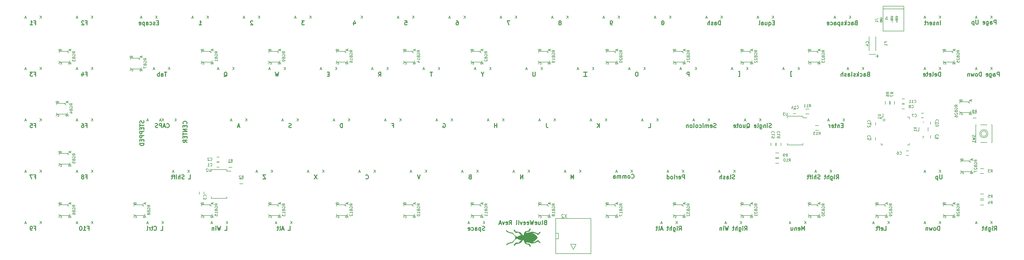
<source format=gbo>
G04 #@! TF.FileFunction,Legend,Bot*
%FSLAX46Y46*%
G04 Gerber Fmt 4.6, Leading zero omitted, Abs format (unit mm)*
G04 Created by KiCad (PCBNEW 4.0.3-stable) date Saturday, August 27, 2016 'PMt' 08:14:25 PM*
%MOMM*%
%LPD*%
G01*
G04 APERTURE LIST*
%ADD10C,0.150000*%
%ADD11C,0.300000*%
%ADD12C,0.200000*%
%ADD13C,0.010000*%
G04 APERTURE END LIST*
D10*
X352100000Y-24042858D02*
X352061905Y-23985715D01*
X352061905Y-23900001D01*
X352100000Y-23814286D01*
X352176190Y-23757144D01*
X352252381Y-23728572D01*
X352404762Y-23700001D01*
X352519048Y-23700001D01*
X352671429Y-23728572D01*
X352747619Y-23757144D01*
X352823810Y-23814286D01*
X352861905Y-23900001D01*
X352861905Y-23957144D01*
X352823810Y-24042858D01*
X352785714Y-24071429D01*
X352519048Y-24071429D01*
X352519048Y-23957144D01*
X352861905Y-24328572D02*
X352061905Y-24328572D01*
X352861905Y-24671429D01*
X352061905Y-24671429D01*
X352861905Y-24957143D02*
X352061905Y-24957143D01*
X352061905Y-25100000D01*
X352100000Y-25185715D01*
X352176190Y-25242857D01*
X352252381Y-25271429D01*
X352404762Y-25300000D01*
X352519048Y-25300000D01*
X352671429Y-25271429D01*
X352747619Y-25242857D01*
X352823810Y-25185715D01*
X352861905Y-25100000D01*
X352861905Y-24957143D01*
X354557143Y-23235714D02*
X354557143Y-23692857D01*
X354861905Y-23464286D02*
X354252381Y-23464286D01*
X354061905Y-24264285D02*
X354061905Y-23978571D01*
X354442857Y-23950000D01*
X354404762Y-23978571D01*
X354366667Y-24035714D01*
X354366667Y-24178571D01*
X354404762Y-24235714D01*
X354442857Y-24264285D01*
X354519048Y-24292857D01*
X354709524Y-24292857D01*
X354785714Y-24264285D01*
X354823810Y-24235714D01*
X354861905Y-24178571D01*
X354861905Y-24035714D01*
X354823810Y-23978571D01*
X354785714Y-23950000D01*
X356061905Y-23121429D02*
X356709524Y-23121429D01*
X356785714Y-23150001D01*
X356823810Y-23178572D01*
X356861905Y-23235715D01*
X356861905Y-23350001D01*
X356823810Y-23407143D01*
X356785714Y-23435715D01*
X356709524Y-23464286D01*
X356061905Y-23464286D01*
X356823810Y-23721429D02*
X356861905Y-23807143D01*
X356861905Y-23950000D01*
X356823810Y-24007143D01*
X356785714Y-24035714D01*
X356709524Y-24064286D01*
X356633333Y-24064286D01*
X356557143Y-24035714D01*
X356519048Y-24007143D01*
X356480952Y-23950000D01*
X356442857Y-23835714D01*
X356404762Y-23778572D01*
X356366667Y-23750000D01*
X356290476Y-23721429D01*
X356214286Y-23721429D01*
X356138095Y-23750000D01*
X356100000Y-23778572D01*
X356061905Y-23835714D01*
X356061905Y-23978572D01*
X356100000Y-24064286D01*
X356442857Y-24521429D02*
X356480952Y-24607143D01*
X356519048Y-24635715D01*
X356595238Y-24664286D01*
X356709524Y-24664286D01*
X356785714Y-24635715D01*
X356823810Y-24607143D01*
X356861905Y-24550001D01*
X356861905Y-24321429D01*
X356061905Y-24321429D01*
X356061905Y-24521429D01*
X356100000Y-24578572D01*
X356138095Y-24607143D01*
X356214286Y-24635715D01*
X356290476Y-24635715D01*
X356366667Y-24607143D01*
X356404762Y-24578572D01*
X356442857Y-24521429D01*
X356442857Y-24321429D01*
X356557143Y-24921429D02*
X356557143Y-25378572D01*
X357811905Y-23121429D02*
X358459524Y-23121429D01*
X358535714Y-23150001D01*
X358573810Y-23178572D01*
X358611905Y-23235715D01*
X358611905Y-23350001D01*
X358573810Y-23407143D01*
X358535714Y-23435715D01*
X358459524Y-23464286D01*
X357811905Y-23464286D01*
X358573810Y-23721429D02*
X358611905Y-23807143D01*
X358611905Y-23950000D01*
X358573810Y-24007143D01*
X358535714Y-24035714D01*
X358459524Y-24064286D01*
X358383333Y-24064286D01*
X358307143Y-24035714D01*
X358269048Y-24007143D01*
X358230952Y-23950000D01*
X358192857Y-23835714D01*
X358154762Y-23778572D01*
X358116667Y-23750000D01*
X358040476Y-23721429D01*
X357964286Y-23721429D01*
X357888095Y-23750000D01*
X357850000Y-23778572D01*
X357811905Y-23835714D01*
X357811905Y-23978572D01*
X357850000Y-24064286D01*
X358192857Y-24521429D02*
X358230952Y-24607143D01*
X358269048Y-24635715D01*
X358345238Y-24664286D01*
X358459524Y-24664286D01*
X358535714Y-24635715D01*
X358573810Y-24607143D01*
X358611905Y-24550001D01*
X358611905Y-24321429D01*
X357811905Y-24321429D01*
X357811905Y-24521429D01*
X357850000Y-24578572D01*
X357888095Y-24607143D01*
X357964286Y-24635715D01*
X358040476Y-24635715D01*
X358116667Y-24607143D01*
X358154762Y-24578572D01*
X358192857Y-24521429D01*
X358192857Y-24321429D01*
X358307143Y-24921429D02*
X358307143Y-25378572D01*
X358611905Y-25150001D02*
X358002381Y-25150001D01*
D11*
X227959999Y-99587857D02*
X227745713Y-99659286D01*
X227674285Y-99730714D01*
X227602856Y-99873571D01*
X227602856Y-100087857D01*
X227674285Y-100230714D01*
X227745713Y-100302143D01*
X227888571Y-100373571D01*
X228459999Y-100373571D01*
X228459999Y-98873571D01*
X227959999Y-98873571D01*
X227817142Y-98945000D01*
X227745713Y-99016429D01*
X227674285Y-99159286D01*
X227674285Y-99302143D01*
X227745713Y-99445000D01*
X227817142Y-99516429D01*
X227959999Y-99587857D01*
X228459999Y-99587857D01*
X226745713Y-100373571D02*
X226888571Y-100302143D01*
X226959999Y-100159286D01*
X226959999Y-98873571D01*
X225531428Y-99373571D02*
X225531428Y-100373571D01*
X226174285Y-99373571D02*
X226174285Y-100159286D01*
X226102857Y-100302143D01*
X225959999Y-100373571D01*
X225745714Y-100373571D01*
X225602857Y-100302143D01*
X225531428Y-100230714D01*
X224245714Y-100302143D02*
X224388571Y-100373571D01*
X224674285Y-100373571D01*
X224817142Y-100302143D01*
X224888571Y-100159286D01*
X224888571Y-99587857D01*
X224817142Y-99445000D01*
X224674285Y-99373571D01*
X224388571Y-99373571D01*
X224245714Y-99445000D01*
X224174285Y-99587857D01*
X224174285Y-99730714D01*
X224888571Y-99873571D01*
X223674285Y-98873571D02*
X223317142Y-100373571D01*
X223031428Y-99302143D01*
X222745714Y-100373571D01*
X222388571Y-98873571D01*
X221245714Y-100302143D02*
X221388571Y-100373571D01*
X221674285Y-100373571D01*
X221817142Y-100302143D01*
X221888571Y-100159286D01*
X221888571Y-99587857D01*
X221817142Y-99445000D01*
X221674285Y-99373571D01*
X221388571Y-99373571D01*
X221245714Y-99445000D01*
X221174285Y-99587857D01*
X221174285Y-99730714D01*
X221888571Y-99873571D01*
X219960000Y-100302143D02*
X220102857Y-100373571D01*
X220388571Y-100373571D01*
X220531428Y-100302143D01*
X220602857Y-100159286D01*
X220602857Y-99587857D01*
X220531428Y-99445000D01*
X220388571Y-99373571D01*
X220102857Y-99373571D01*
X219960000Y-99445000D01*
X219888571Y-99587857D01*
X219888571Y-99730714D01*
X220602857Y-99873571D01*
X219388571Y-99373571D02*
X219031428Y-100373571D01*
X218674286Y-99373571D01*
X218102857Y-100373571D02*
X218102857Y-99373571D01*
X218102857Y-98873571D02*
X218174286Y-98945000D01*
X218102857Y-99016429D01*
X218031429Y-98945000D01*
X218102857Y-98873571D01*
X218102857Y-99016429D01*
X217174285Y-100373571D02*
X217317143Y-100302143D01*
X217388571Y-100159286D01*
X217388571Y-98873571D01*
X214602857Y-100373571D02*
X215102857Y-99659286D01*
X215460000Y-100373571D02*
X215460000Y-98873571D01*
X214888572Y-98873571D01*
X214745714Y-98945000D01*
X214674286Y-99016429D01*
X214602857Y-99159286D01*
X214602857Y-99373571D01*
X214674286Y-99516429D01*
X214745714Y-99587857D01*
X214888572Y-99659286D01*
X215460000Y-99659286D01*
X213388572Y-100302143D02*
X213531429Y-100373571D01*
X213817143Y-100373571D01*
X213960000Y-100302143D01*
X214031429Y-100159286D01*
X214031429Y-99587857D01*
X213960000Y-99445000D01*
X213817143Y-99373571D01*
X213531429Y-99373571D01*
X213388572Y-99445000D01*
X213317143Y-99587857D01*
X213317143Y-99730714D01*
X214031429Y-99873571D01*
X212817143Y-99373571D02*
X212460000Y-100373571D01*
X212102858Y-99373571D01*
X211602858Y-99945000D02*
X210888572Y-99945000D01*
X211745715Y-100373571D02*
X211245715Y-98873571D01*
X210745715Y-100373571D01*
X374995143Y-81982571D02*
X374995143Y-83196857D01*
X374923715Y-83339714D01*
X374852286Y-83411143D01*
X374709429Y-83482571D01*
X374423715Y-83482571D01*
X374280857Y-83411143D01*
X374209429Y-83339714D01*
X374138000Y-83196857D01*
X374138000Y-81982571D01*
X373423714Y-82482571D02*
X373423714Y-83982571D01*
X373423714Y-82554000D02*
X373280857Y-82482571D01*
X372995143Y-82482571D01*
X372852286Y-82554000D01*
X372780857Y-82625429D01*
X372709428Y-82768286D01*
X372709428Y-83196857D01*
X372780857Y-83339714D01*
X372852286Y-83411143D01*
X372995143Y-83482571D01*
X373280857Y-83482571D01*
X373423714Y-83411143D01*
X394362571Y-102532571D02*
X394862571Y-101818286D01*
X395219714Y-102532571D02*
X395219714Y-101032571D01*
X394648286Y-101032571D01*
X394505428Y-101104000D01*
X394434000Y-101175429D01*
X394362571Y-101318286D01*
X394362571Y-101532571D01*
X394434000Y-101675429D01*
X394505428Y-101746857D01*
X394648286Y-101818286D01*
X395219714Y-101818286D01*
X393719714Y-102532571D02*
X393719714Y-101532571D01*
X393719714Y-101032571D02*
X393791143Y-101104000D01*
X393719714Y-101175429D01*
X393648286Y-101104000D01*
X393719714Y-101032571D01*
X393719714Y-101175429D01*
X392362571Y-101532571D02*
X392362571Y-102746857D01*
X392434000Y-102889714D01*
X392505428Y-102961143D01*
X392648285Y-103032571D01*
X392862571Y-103032571D01*
X393005428Y-102961143D01*
X392362571Y-102461143D02*
X392505428Y-102532571D01*
X392791142Y-102532571D01*
X392934000Y-102461143D01*
X393005428Y-102389714D01*
X393076857Y-102246857D01*
X393076857Y-101818286D01*
X393005428Y-101675429D01*
X392934000Y-101604000D01*
X392791142Y-101532571D01*
X392505428Y-101532571D01*
X392362571Y-101604000D01*
X391648285Y-102532571D02*
X391648285Y-101032571D01*
X391005428Y-102532571D02*
X391005428Y-101746857D01*
X391076857Y-101604000D01*
X391219714Y-101532571D01*
X391433999Y-101532571D01*
X391576857Y-101604000D01*
X391648285Y-101675429D01*
X390505428Y-101532571D02*
X389933999Y-101532571D01*
X390291142Y-101032571D02*
X390291142Y-102318286D01*
X390219714Y-102461143D01*
X390076856Y-102532571D01*
X389933999Y-102532571D01*
X374137714Y-102532571D02*
X374137714Y-101032571D01*
X373780571Y-101032571D01*
X373566286Y-101104000D01*
X373423428Y-101246857D01*
X373352000Y-101389714D01*
X373280571Y-101675429D01*
X373280571Y-101889714D01*
X373352000Y-102175429D01*
X373423428Y-102318286D01*
X373566286Y-102461143D01*
X373780571Y-102532571D01*
X374137714Y-102532571D01*
X372423428Y-102532571D02*
X372566286Y-102461143D01*
X372637714Y-102389714D01*
X372709143Y-102246857D01*
X372709143Y-101818286D01*
X372637714Y-101675429D01*
X372566286Y-101604000D01*
X372423428Y-101532571D01*
X372209143Y-101532571D01*
X372066286Y-101604000D01*
X371994857Y-101675429D01*
X371923428Y-101818286D01*
X371923428Y-102246857D01*
X371994857Y-102389714D01*
X372066286Y-102461143D01*
X372209143Y-102532571D01*
X372423428Y-102532571D01*
X371423428Y-101532571D02*
X371137714Y-102532571D01*
X370852000Y-101818286D01*
X370566285Y-102532571D01*
X370280571Y-101532571D01*
X369709142Y-101532571D02*
X369709142Y-102532571D01*
X369709142Y-101675429D02*
X369637714Y-101604000D01*
X369494856Y-101532571D01*
X369280571Y-101532571D01*
X369137714Y-101604000D01*
X369066285Y-101746857D01*
X369066285Y-102532571D01*
X353587714Y-102532571D02*
X354302000Y-102532571D01*
X354302000Y-101032571D01*
X352516286Y-102461143D02*
X352659143Y-102532571D01*
X352944857Y-102532571D01*
X353087714Y-102461143D01*
X353159143Y-102318286D01*
X353159143Y-101746857D01*
X353087714Y-101604000D01*
X352944857Y-101532571D01*
X352659143Y-101532571D01*
X352516286Y-101604000D01*
X352444857Y-101746857D01*
X352444857Y-101889714D01*
X353159143Y-102032571D01*
X352016286Y-101532571D02*
X351444857Y-101532571D01*
X351802000Y-102532571D02*
X351802000Y-101246857D01*
X351730572Y-101104000D01*
X351587714Y-101032571D01*
X351444857Y-101032571D01*
X351159143Y-101532571D02*
X350587714Y-101532571D01*
X350944857Y-101032571D02*
X350944857Y-102318286D01*
X350873429Y-102461143D01*
X350730571Y-102532571D01*
X350587714Y-102532571D01*
X324064000Y-102532571D02*
X324064000Y-101032571D01*
X323564000Y-102104000D01*
X323064000Y-101032571D01*
X323064000Y-102532571D01*
X321778286Y-102461143D02*
X321921143Y-102532571D01*
X322206857Y-102532571D01*
X322349714Y-102461143D01*
X322421143Y-102318286D01*
X322421143Y-101746857D01*
X322349714Y-101604000D01*
X322206857Y-101532571D01*
X321921143Y-101532571D01*
X321778286Y-101604000D01*
X321706857Y-101746857D01*
X321706857Y-101889714D01*
X322421143Y-102032571D01*
X321064000Y-101532571D02*
X321064000Y-102532571D01*
X321064000Y-101675429D02*
X320992572Y-101604000D01*
X320849714Y-101532571D01*
X320635429Y-101532571D01*
X320492572Y-101604000D01*
X320421143Y-101746857D01*
X320421143Y-102532571D01*
X319064000Y-101532571D02*
X319064000Y-102532571D01*
X319706857Y-101532571D02*
X319706857Y-102318286D01*
X319635429Y-102461143D01*
X319492571Y-102532571D01*
X319278286Y-102532571D01*
X319135429Y-102461143D01*
X319064000Y-102389714D01*
X301830857Y-102532571D02*
X302330857Y-101818286D01*
X302688000Y-102532571D02*
X302688000Y-101032571D01*
X302116572Y-101032571D01*
X301973714Y-101104000D01*
X301902286Y-101175429D01*
X301830857Y-101318286D01*
X301830857Y-101532571D01*
X301902286Y-101675429D01*
X301973714Y-101746857D01*
X302116572Y-101818286D01*
X302688000Y-101818286D01*
X301188000Y-102532571D02*
X301188000Y-101532571D01*
X301188000Y-101032571D02*
X301259429Y-101104000D01*
X301188000Y-101175429D01*
X301116572Y-101104000D01*
X301188000Y-101032571D01*
X301188000Y-101175429D01*
X299830857Y-101532571D02*
X299830857Y-102746857D01*
X299902286Y-102889714D01*
X299973714Y-102961143D01*
X300116571Y-103032571D01*
X300330857Y-103032571D01*
X300473714Y-102961143D01*
X299830857Y-102461143D02*
X299973714Y-102532571D01*
X300259428Y-102532571D01*
X300402286Y-102461143D01*
X300473714Y-102389714D01*
X300545143Y-102246857D01*
X300545143Y-101818286D01*
X300473714Y-101675429D01*
X300402286Y-101604000D01*
X300259428Y-101532571D01*
X299973714Y-101532571D01*
X299830857Y-101604000D01*
X299116571Y-102532571D02*
X299116571Y-101032571D01*
X298473714Y-102532571D02*
X298473714Y-101746857D01*
X298545143Y-101604000D01*
X298688000Y-101532571D01*
X298902285Y-101532571D01*
X299045143Y-101604000D01*
X299116571Y-101675429D01*
X297973714Y-101532571D02*
X297402285Y-101532571D01*
X297759428Y-101032571D02*
X297759428Y-102318286D01*
X297688000Y-102461143D01*
X297545142Y-102532571D01*
X297402285Y-102532571D01*
X295902285Y-101032571D02*
X295545142Y-102532571D01*
X295259428Y-101461143D01*
X294973714Y-102532571D01*
X294616571Y-101032571D01*
X294045142Y-102532571D02*
X294045142Y-101532571D01*
X294045142Y-101032571D02*
X294116571Y-101104000D01*
X294045142Y-101175429D01*
X293973714Y-101104000D01*
X294045142Y-101032571D01*
X294045142Y-101175429D01*
X293330856Y-101532571D02*
X293330856Y-102532571D01*
X293330856Y-101675429D02*
X293259428Y-101604000D01*
X293116570Y-101532571D01*
X292902285Y-101532571D01*
X292759428Y-101604000D01*
X292687999Y-101746857D01*
X292687999Y-102532571D01*
X277526285Y-102532571D02*
X278026285Y-101818286D01*
X278383428Y-102532571D02*
X278383428Y-101032571D01*
X277812000Y-101032571D01*
X277669142Y-101104000D01*
X277597714Y-101175429D01*
X277526285Y-101318286D01*
X277526285Y-101532571D01*
X277597714Y-101675429D01*
X277669142Y-101746857D01*
X277812000Y-101818286D01*
X278383428Y-101818286D01*
X276883428Y-102532571D02*
X276883428Y-101532571D01*
X276883428Y-101032571D02*
X276954857Y-101104000D01*
X276883428Y-101175429D01*
X276812000Y-101104000D01*
X276883428Y-101032571D01*
X276883428Y-101175429D01*
X275526285Y-101532571D02*
X275526285Y-102746857D01*
X275597714Y-102889714D01*
X275669142Y-102961143D01*
X275811999Y-103032571D01*
X276026285Y-103032571D01*
X276169142Y-102961143D01*
X275526285Y-102461143D02*
X275669142Y-102532571D01*
X275954856Y-102532571D01*
X276097714Y-102461143D01*
X276169142Y-102389714D01*
X276240571Y-102246857D01*
X276240571Y-101818286D01*
X276169142Y-101675429D01*
X276097714Y-101604000D01*
X275954856Y-101532571D01*
X275669142Y-101532571D01*
X275526285Y-101604000D01*
X274811999Y-102532571D02*
X274811999Y-101032571D01*
X274169142Y-102532571D02*
X274169142Y-101746857D01*
X274240571Y-101604000D01*
X274383428Y-101532571D01*
X274597713Y-101532571D01*
X274740571Y-101604000D01*
X274811999Y-101675429D01*
X273669142Y-101532571D02*
X273097713Y-101532571D01*
X273454856Y-101032571D02*
X273454856Y-102318286D01*
X273383428Y-102461143D01*
X273240570Y-102532571D01*
X273097713Y-102532571D01*
X271526285Y-102104000D02*
X270811999Y-102104000D01*
X271669142Y-102532571D02*
X271169142Y-101032571D01*
X270669142Y-102532571D01*
X269954856Y-102532571D02*
X270097714Y-102461143D01*
X270169142Y-102318286D01*
X270169142Y-101032571D01*
X269597714Y-101532571D02*
X269026285Y-101532571D01*
X269383428Y-101032571D02*
X269383428Y-102318286D01*
X269312000Y-102461143D01*
X269169142Y-102532571D01*
X269026285Y-102532571D01*
X205509428Y-102461143D02*
X205295142Y-102532571D01*
X204937999Y-102532571D01*
X204795142Y-102461143D01*
X204723713Y-102389714D01*
X204652285Y-102246857D01*
X204652285Y-102104000D01*
X204723713Y-101961143D01*
X204795142Y-101889714D01*
X204937999Y-101818286D01*
X205223713Y-101746857D01*
X205366571Y-101675429D01*
X205437999Y-101604000D01*
X205509428Y-101461143D01*
X205509428Y-101318286D01*
X205437999Y-101175429D01*
X205366571Y-101104000D01*
X205223713Y-101032571D01*
X204866571Y-101032571D01*
X204652285Y-101104000D01*
X204009428Y-101532571D02*
X204009428Y-103032571D01*
X204009428Y-101604000D02*
X203866571Y-101532571D01*
X203580857Y-101532571D01*
X203438000Y-101604000D01*
X203366571Y-101675429D01*
X203295142Y-101818286D01*
X203295142Y-102246857D01*
X203366571Y-102389714D01*
X203438000Y-102461143D01*
X203580857Y-102532571D01*
X203866571Y-102532571D01*
X204009428Y-102461143D01*
X202009428Y-102532571D02*
X202009428Y-101746857D01*
X202080857Y-101604000D01*
X202223714Y-101532571D01*
X202509428Y-101532571D01*
X202652285Y-101604000D01*
X202009428Y-102461143D02*
X202152285Y-102532571D01*
X202509428Y-102532571D01*
X202652285Y-102461143D01*
X202723714Y-102318286D01*
X202723714Y-102175429D01*
X202652285Y-102032571D01*
X202509428Y-101961143D01*
X202152285Y-101961143D01*
X202009428Y-101889714D01*
X200652285Y-102461143D02*
X200795142Y-102532571D01*
X201080856Y-102532571D01*
X201223714Y-102461143D01*
X201295142Y-102389714D01*
X201366571Y-102246857D01*
X201366571Y-101818286D01*
X201295142Y-101675429D01*
X201223714Y-101604000D01*
X201080856Y-101532571D01*
X200795142Y-101532571D01*
X200652285Y-101604000D01*
X199438000Y-102461143D02*
X199580857Y-102532571D01*
X199866571Y-102532571D01*
X200009428Y-102461143D01*
X200080857Y-102318286D01*
X200080857Y-101746857D01*
X200009428Y-101604000D01*
X199866571Y-101532571D01*
X199580857Y-101532571D01*
X199438000Y-101604000D01*
X199366571Y-101746857D01*
X199366571Y-101889714D01*
X200080857Y-102032571D01*
X124324999Y-81982571D02*
X123324999Y-81982571D01*
X124324999Y-83482571D01*
X123324999Y-83482571D01*
X143374999Y-81982571D02*
X142374999Y-83482571D01*
X142374999Y-81982571D02*
X143374999Y-83482571D01*
X161460714Y-83339714D02*
X161532143Y-83411143D01*
X161746429Y-83482571D01*
X161889286Y-83482571D01*
X162103571Y-83411143D01*
X162246429Y-83268286D01*
X162317857Y-83125429D01*
X162389286Y-82839714D01*
X162389286Y-82625429D01*
X162317857Y-82339714D01*
X162246429Y-82196857D01*
X162103571Y-82054000D01*
X161889286Y-81982571D01*
X161746429Y-81982571D01*
X161532143Y-82054000D01*
X161460714Y-82125429D01*
X181602000Y-81982571D02*
X181102000Y-83482571D01*
X180602000Y-81982571D01*
X200044857Y-82696857D02*
X199830571Y-82768286D01*
X199759143Y-82839714D01*
X199687714Y-82982571D01*
X199687714Y-83196857D01*
X199759143Y-83339714D01*
X199830571Y-83411143D01*
X199973429Y-83482571D01*
X200544857Y-83482571D01*
X200544857Y-81982571D01*
X200044857Y-81982571D01*
X199902000Y-82054000D01*
X199830571Y-82125429D01*
X199759143Y-82268286D01*
X199759143Y-82411143D01*
X199830571Y-82554000D01*
X199902000Y-82625429D01*
X200044857Y-82696857D01*
X200544857Y-82696857D01*
X219630571Y-83482571D02*
X219630571Y-81982571D01*
X218773428Y-83482571D01*
X218773428Y-81982571D01*
X238498000Y-83482571D02*
X238498000Y-81982571D01*
X237998000Y-83054000D01*
X237498000Y-81982571D01*
X237498000Y-83482571D01*
X259940857Y-83085714D02*
X260012286Y-83157143D01*
X260226572Y-83228571D01*
X260369429Y-83228571D01*
X260583714Y-83157143D01*
X260726572Y-83014286D01*
X260798000Y-82871429D01*
X260869429Y-82585714D01*
X260869429Y-82371429D01*
X260798000Y-82085714D01*
X260726572Y-81942857D01*
X260583714Y-81800000D01*
X260369429Y-81728571D01*
X260226572Y-81728571D01*
X260012286Y-81800000D01*
X259940857Y-81871429D01*
X259083714Y-83228571D02*
X259226572Y-83157143D01*
X259298000Y-83085714D01*
X259369429Y-82942857D01*
X259369429Y-82514286D01*
X259298000Y-82371429D01*
X259226572Y-82300000D01*
X259083714Y-82228571D01*
X258869429Y-82228571D01*
X258726572Y-82300000D01*
X258655143Y-82371429D01*
X258583714Y-82514286D01*
X258583714Y-82942857D01*
X258655143Y-83085714D01*
X258726572Y-83157143D01*
X258869429Y-83228571D01*
X259083714Y-83228571D01*
X257940857Y-83228571D02*
X257940857Y-82228571D01*
X257940857Y-82371429D02*
X257869429Y-82300000D01*
X257726571Y-82228571D01*
X257512286Y-82228571D01*
X257369429Y-82300000D01*
X257298000Y-82442857D01*
X257298000Y-83228571D01*
X257298000Y-82442857D02*
X257226571Y-82300000D01*
X257083714Y-82228571D01*
X256869429Y-82228571D01*
X256726571Y-82300000D01*
X256655143Y-82442857D01*
X256655143Y-83228571D01*
X255940857Y-83228571D02*
X255940857Y-82228571D01*
X255940857Y-82371429D02*
X255869429Y-82300000D01*
X255726571Y-82228571D01*
X255512286Y-82228571D01*
X255369429Y-82300000D01*
X255298000Y-82442857D01*
X255298000Y-83228571D01*
X255298000Y-82442857D02*
X255226571Y-82300000D01*
X255083714Y-82228571D01*
X254869429Y-82228571D01*
X254726571Y-82300000D01*
X254655143Y-82442857D01*
X254655143Y-83228571D01*
X253298000Y-83228571D02*
X253298000Y-82442857D01*
X253369429Y-82300000D01*
X253512286Y-82228571D01*
X253798000Y-82228571D01*
X253940857Y-82300000D01*
X253298000Y-83157143D02*
X253440857Y-83228571D01*
X253798000Y-83228571D01*
X253940857Y-83157143D01*
X254012286Y-83014286D01*
X254012286Y-82871429D01*
X253940857Y-82728571D01*
X253798000Y-82657143D01*
X253440857Y-82657143D01*
X253298000Y-82585714D01*
X279566285Y-83482571D02*
X279566285Y-81982571D01*
X278994857Y-81982571D01*
X278851999Y-82054000D01*
X278780571Y-82125429D01*
X278709142Y-82268286D01*
X278709142Y-82482571D01*
X278780571Y-82625429D01*
X278851999Y-82696857D01*
X278994857Y-82768286D01*
X279566285Y-82768286D01*
X277494857Y-83411143D02*
X277637714Y-83482571D01*
X277923428Y-83482571D01*
X278066285Y-83411143D01*
X278137714Y-83268286D01*
X278137714Y-82696857D01*
X278066285Y-82554000D01*
X277923428Y-82482571D01*
X277637714Y-82482571D01*
X277494857Y-82554000D01*
X277423428Y-82696857D01*
X277423428Y-82839714D01*
X278137714Y-82982571D01*
X276780571Y-83482571D02*
X276780571Y-82482571D01*
X276780571Y-82768286D02*
X276709143Y-82625429D01*
X276637714Y-82554000D01*
X276494857Y-82482571D01*
X276352000Y-82482571D01*
X275852000Y-83482571D02*
X275852000Y-82482571D01*
X275852000Y-81982571D02*
X275923429Y-82054000D01*
X275852000Y-82125429D01*
X275780572Y-82054000D01*
X275852000Y-81982571D01*
X275852000Y-82125429D01*
X274923428Y-83482571D02*
X275066286Y-83411143D01*
X275137714Y-83339714D01*
X275209143Y-83196857D01*
X275209143Y-82768286D01*
X275137714Y-82625429D01*
X275066286Y-82554000D01*
X274923428Y-82482571D01*
X274709143Y-82482571D01*
X274566286Y-82554000D01*
X274494857Y-82625429D01*
X274423428Y-82768286D01*
X274423428Y-83196857D01*
X274494857Y-83339714D01*
X274566286Y-83411143D01*
X274709143Y-83482571D01*
X274923428Y-83482571D01*
X273137714Y-83482571D02*
X273137714Y-81982571D01*
X273137714Y-83411143D02*
X273280571Y-83482571D01*
X273566285Y-83482571D01*
X273709143Y-83411143D01*
X273780571Y-83339714D01*
X273852000Y-83196857D01*
X273852000Y-82768286D01*
X273780571Y-82625429D01*
X273709143Y-82554000D01*
X273566285Y-82482571D01*
X273280571Y-82482571D01*
X273137714Y-82554000D01*
X298187714Y-83411143D02*
X297973428Y-83482571D01*
X297616285Y-83482571D01*
X297473428Y-83411143D01*
X297401999Y-83339714D01*
X297330571Y-83196857D01*
X297330571Y-83054000D01*
X297401999Y-82911143D01*
X297473428Y-82839714D01*
X297616285Y-82768286D01*
X297901999Y-82696857D01*
X298044857Y-82625429D01*
X298116285Y-82554000D01*
X298187714Y-82411143D01*
X298187714Y-82268286D01*
X298116285Y-82125429D01*
X298044857Y-82054000D01*
X297901999Y-81982571D01*
X297544857Y-81982571D01*
X297330571Y-82054000D01*
X296473428Y-83482571D02*
X296616286Y-83411143D01*
X296687714Y-83268286D01*
X296687714Y-81982571D01*
X295259143Y-83482571D02*
X295259143Y-82696857D01*
X295330572Y-82554000D01*
X295473429Y-82482571D01*
X295759143Y-82482571D01*
X295902000Y-82554000D01*
X295259143Y-83411143D02*
X295402000Y-83482571D01*
X295759143Y-83482571D01*
X295902000Y-83411143D01*
X295973429Y-83268286D01*
X295973429Y-83125429D01*
X295902000Y-82982571D01*
X295759143Y-82911143D01*
X295402000Y-82911143D01*
X295259143Y-82839714D01*
X294616286Y-83411143D02*
X294473429Y-83482571D01*
X294187714Y-83482571D01*
X294044857Y-83411143D01*
X293973429Y-83268286D01*
X293973429Y-83196857D01*
X294044857Y-83054000D01*
X294187714Y-82982571D01*
X294402000Y-82982571D01*
X294544857Y-82911143D01*
X294616286Y-82768286D01*
X294616286Y-82696857D01*
X294544857Y-82554000D01*
X294402000Y-82482571D01*
X294187714Y-82482571D01*
X294044857Y-82554000D01*
X293330571Y-83482571D02*
X293330571Y-81982571D01*
X292687714Y-83482571D02*
X292687714Y-82696857D01*
X292759143Y-82554000D01*
X292902000Y-82482571D01*
X293116285Y-82482571D01*
X293259143Y-82554000D01*
X293330571Y-82625429D01*
X335819143Y-83482571D02*
X336319143Y-82768286D01*
X336676286Y-83482571D02*
X336676286Y-81982571D01*
X336104858Y-81982571D01*
X335962000Y-82054000D01*
X335890572Y-82125429D01*
X335819143Y-82268286D01*
X335819143Y-82482571D01*
X335890572Y-82625429D01*
X335962000Y-82696857D01*
X336104858Y-82768286D01*
X336676286Y-82768286D01*
X335176286Y-83482571D02*
X335176286Y-82482571D01*
X335176286Y-81982571D02*
X335247715Y-82054000D01*
X335176286Y-82125429D01*
X335104858Y-82054000D01*
X335176286Y-81982571D01*
X335176286Y-82125429D01*
X333819143Y-82482571D02*
X333819143Y-83696857D01*
X333890572Y-83839714D01*
X333962000Y-83911143D01*
X334104857Y-83982571D01*
X334319143Y-83982571D01*
X334462000Y-83911143D01*
X333819143Y-83411143D02*
X333962000Y-83482571D01*
X334247714Y-83482571D01*
X334390572Y-83411143D01*
X334462000Y-83339714D01*
X334533429Y-83196857D01*
X334533429Y-82768286D01*
X334462000Y-82625429D01*
X334390572Y-82554000D01*
X334247714Y-82482571D01*
X333962000Y-82482571D01*
X333819143Y-82554000D01*
X333104857Y-83482571D02*
X333104857Y-81982571D01*
X332462000Y-83482571D02*
X332462000Y-82696857D01*
X332533429Y-82554000D01*
X332676286Y-82482571D01*
X332890571Y-82482571D01*
X333033429Y-82554000D01*
X333104857Y-82625429D01*
X331962000Y-82482571D02*
X331390571Y-82482571D01*
X331747714Y-81982571D02*
X331747714Y-83268286D01*
X331676286Y-83411143D01*
X331533428Y-83482571D01*
X331390571Y-83482571D01*
X329819143Y-83411143D02*
X329604857Y-83482571D01*
X329247714Y-83482571D01*
X329104857Y-83411143D01*
X329033428Y-83339714D01*
X328962000Y-83196857D01*
X328962000Y-83054000D01*
X329033428Y-82911143D01*
X329104857Y-82839714D01*
X329247714Y-82768286D01*
X329533428Y-82696857D01*
X329676286Y-82625429D01*
X329747714Y-82554000D01*
X329819143Y-82411143D01*
X329819143Y-82268286D01*
X329747714Y-82125429D01*
X329676286Y-82054000D01*
X329533428Y-81982571D01*
X329176286Y-81982571D01*
X328962000Y-82054000D01*
X328319143Y-83482571D02*
X328319143Y-81982571D01*
X327676286Y-83482571D02*
X327676286Y-82696857D01*
X327747715Y-82554000D01*
X327890572Y-82482571D01*
X328104857Y-82482571D01*
X328247715Y-82554000D01*
X328319143Y-82625429D01*
X326962000Y-83482571D02*
X326962000Y-82482571D01*
X326962000Y-81982571D02*
X327033429Y-82054000D01*
X326962000Y-82125429D01*
X326890572Y-82054000D01*
X326962000Y-81982571D01*
X326962000Y-82125429D01*
X326462000Y-82482571D02*
X325890571Y-82482571D01*
X326247714Y-83482571D02*
X326247714Y-82196857D01*
X326176286Y-82054000D01*
X326033428Y-81982571D01*
X325890571Y-81982571D01*
X325604857Y-82482571D02*
X325033428Y-82482571D01*
X325390571Y-81982571D02*
X325390571Y-83268286D01*
X325319143Y-83411143D01*
X325176285Y-83482571D01*
X325033428Y-83482571D01*
X338323714Y-63646857D02*
X337823714Y-63646857D01*
X337609428Y-64432571D02*
X338323714Y-64432571D01*
X338323714Y-62932571D01*
X337609428Y-62932571D01*
X336966571Y-63432571D02*
X336966571Y-64432571D01*
X336966571Y-63575429D02*
X336895143Y-63504000D01*
X336752285Y-63432571D01*
X336538000Y-63432571D01*
X336395143Y-63504000D01*
X336323714Y-63646857D01*
X336323714Y-64432571D01*
X335823714Y-63432571D02*
X335252285Y-63432571D01*
X335609428Y-62932571D02*
X335609428Y-64218286D01*
X335538000Y-64361143D01*
X335395142Y-64432571D01*
X335252285Y-64432571D01*
X334180857Y-64361143D02*
X334323714Y-64432571D01*
X334609428Y-64432571D01*
X334752285Y-64361143D01*
X334823714Y-64218286D01*
X334823714Y-63646857D01*
X334752285Y-63504000D01*
X334609428Y-63432571D01*
X334323714Y-63432571D01*
X334180857Y-63504000D01*
X334109428Y-63646857D01*
X334109428Y-63789714D01*
X334823714Y-63932571D01*
X333466571Y-64432571D02*
X333466571Y-63432571D01*
X333466571Y-63718286D02*
X333395143Y-63575429D01*
X333323714Y-63504000D01*
X333180857Y-63432571D01*
X333038000Y-63432571D01*
X311764286Y-64361143D02*
X311550000Y-64432571D01*
X311192857Y-64432571D01*
X311050000Y-64361143D01*
X310978571Y-64289714D01*
X310907143Y-64146857D01*
X310907143Y-64004000D01*
X310978571Y-63861143D01*
X311050000Y-63789714D01*
X311192857Y-63718286D01*
X311478571Y-63646857D01*
X311621429Y-63575429D01*
X311692857Y-63504000D01*
X311764286Y-63361143D01*
X311764286Y-63218286D01*
X311692857Y-63075429D01*
X311621429Y-63004000D01*
X311478571Y-62932571D01*
X311121429Y-62932571D01*
X310907143Y-63004000D01*
X310264286Y-64432571D02*
X310264286Y-63432571D01*
X310264286Y-62932571D02*
X310335715Y-63004000D01*
X310264286Y-63075429D01*
X310192858Y-63004000D01*
X310264286Y-62932571D01*
X310264286Y-63075429D01*
X309550000Y-63432571D02*
X309550000Y-64432571D01*
X309550000Y-63575429D02*
X309478572Y-63504000D01*
X309335714Y-63432571D01*
X309121429Y-63432571D01*
X308978572Y-63504000D01*
X308907143Y-63646857D01*
X308907143Y-64432571D01*
X307550000Y-63432571D02*
X307550000Y-64646857D01*
X307621429Y-64789714D01*
X307692857Y-64861143D01*
X307835714Y-64932571D01*
X308050000Y-64932571D01*
X308192857Y-64861143D01*
X307550000Y-64361143D02*
X307692857Y-64432571D01*
X307978571Y-64432571D01*
X308121429Y-64361143D01*
X308192857Y-64289714D01*
X308264286Y-64146857D01*
X308264286Y-63718286D01*
X308192857Y-63575429D01*
X308121429Y-63504000D01*
X307978571Y-63432571D01*
X307692857Y-63432571D01*
X307550000Y-63504000D01*
X306621428Y-64432571D02*
X306764286Y-64361143D01*
X306835714Y-64218286D01*
X306835714Y-62932571D01*
X305478572Y-64361143D02*
X305621429Y-64432571D01*
X305907143Y-64432571D01*
X306050000Y-64361143D01*
X306121429Y-64218286D01*
X306121429Y-63646857D01*
X306050000Y-63504000D01*
X305907143Y-63432571D01*
X305621429Y-63432571D01*
X305478572Y-63504000D01*
X305407143Y-63646857D01*
X305407143Y-63789714D01*
X306121429Y-63932571D01*
X302621429Y-64575429D02*
X302764286Y-64504000D01*
X302907143Y-64361143D01*
X303121429Y-64146857D01*
X303264286Y-64075429D01*
X303407143Y-64075429D01*
X303335715Y-64432571D02*
X303478572Y-64361143D01*
X303621429Y-64218286D01*
X303692858Y-63932571D01*
X303692858Y-63432571D01*
X303621429Y-63146857D01*
X303478572Y-63004000D01*
X303335715Y-62932571D01*
X303050001Y-62932571D01*
X302907143Y-63004000D01*
X302764286Y-63146857D01*
X302692858Y-63432571D01*
X302692858Y-63932571D01*
X302764286Y-64218286D01*
X302907143Y-64361143D01*
X303050001Y-64432571D01*
X303335715Y-64432571D01*
X301407143Y-63432571D02*
X301407143Y-64432571D01*
X302050000Y-63432571D02*
X302050000Y-64218286D01*
X301978572Y-64361143D01*
X301835714Y-64432571D01*
X301621429Y-64432571D01*
X301478572Y-64361143D01*
X301407143Y-64289714D01*
X300478571Y-64432571D02*
X300621429Y-64361143D01*
X300692857Y-64289714D01*
X300764286Y-64146857D01*
X300764286Y-63718286D01*
X300692857Y-63575429D01*
X300621429Y-63504000D01*
X300478571Y-63432571D01*
X300264286Y-63432571D01*
X300121429Y-63504000D01*
X300050000Y-63575429D01*
X299978571Y-63718286D01*
X299978571Y-64146857D01*
X300050000Y-64289714D01*
X300121429Y-64361143D01*
X300264286Y-64432571D01*
X300478571Y-64432571D01*
X299550000Y-63432571D02*
X298978571Y-63432571D01*
X299335714Y-62932571D02*
X299335714Y-64218286D01*
X299264286Y-64361143D01*
X299121428Y-64432571D01*
X298978571Y-64432571D01*
X297907143Y-64361143D02*
X298050000Y-64432571D01*
X298335714Y-64432571D01*
X298478571Y-64361143D01*
X298550000Y-64218286D01*
X298550000Y-63646857D01*
X298478571Y-63504000D01*
X298335714Y-63432571D01*
X298050000Y-63432571D01*
X297907143Y-63504000D01*
X297835714Y-63646857D01*
X297835714Y-63789714D01*
X298550000Y-63932571D01*
X291250000Y-64361143D02*
X291035714Y-64432571D01*
X290678571Y-64432571D01*
X290535714Y-64361143D01*
X290464285Y-64289714D01*
X290392857Y-64146857D01*
X290392857Y-64004000D01*
X290464285Y-63861143D01*
X290535714Y-63789714D01*
X290678571Y-63718286D01*
X290964285Y-63646857D01*
X291107143Y-63575429D01*
X291178571Y-63504000D01*
X291250000Y-63361143D01*
X291250000Y-63218286D01*
X291178571Y-63075429D01*
X291107143Y-63004000D01*
X290964285Y-62932571D01*
X290607143Y-62932571D01*
X290392857Y-63004000D01*
X289178572Y-64361143D02*
X289321429Y-64432571D01*
X289607143Y-64432571D01*
X289750000Y-64361143D01*
X289821429Y-64218286D01*
X289821429Y-63646857D01*
X289750000Y-63504000D01*
X289607143Y-63432571D01*
X289321429Y-63432571D01*
X289178572Y-63504000D01*
X289107143Y-63646857D01*
X289107143Y-63789714D01*
X289821429Y-63932571D01*
X288464286Y-64432571D02*
X288464286Y-63432571D01*
X288464286Y-63575429D02*
X288392858Y-63504000D01*
X288250000Y-63432571D01*
X288035715Y-63432571D01*
X287892858Y-63504000D01*
X287821429Y-63646857D01*
X287821429Y-64432571D01*
X287821429Y-63646857D02*
X287750000Y-63504000D01*
X287607143Y-63432571D01*
X287392858Y-63432571D01*
X287250000Y-63504000D01*
X287178572Y-63646857D01*
X287178572Y-64432571D01*
X286464286Y-64432571D02*
X286464286Y-63432571D01*
X286464286Y-62932571D02*
X286535715Y-63004000D01*
X286464286Y-63075429D01*
X286392858Y-63004000D01*
X286464286Y-62932571D01*
X286464286Y-63075429D01*
X285107143Y-64361143D02*
X285250000Y-64432571D01*
X285535714Y-64432571D01*
X285678572Y-64361143D01*
X285750000Y-64289714D01*
X285821429Y-64146857D01*
X285821429Y-63718286D01*
X285750000Y-63575429D01*
X285678572Y-63504000D01*
X285535714Y-63432571D01*
X285250000Y-63432571D01*
X285107143Y-63504000D01*
X284250000Y-64432571D02*
X284392858Y-64361143D01*
X284464286Y-64289714D01*
X284535715Y-64146857D01*
X284535715Y-63718286D01*
X284464286Y-63575429D01*
X284392858Y-63504000D01*
X284250000Y-63432571D01*
X284035715Y-63432571D01*
X283892858Y-63504000D01*
X283821429Y-63575429D01*
X283750000Y-63718286D01*
X283750000Y-64146857D01*
X283821429Y-64289714D01*
X283892858Y-64361143D01*
X284035715Y-64432571D01*
X284250000Y-64432571D01*
X282892857Y-64432571D02*
X283035715Y-64361143D01*
X283107143Y-64218286D01*
X283107143Y-62932571D01*
X282107143Y-64432571D02*
X282250001Y-64361143D01*
X282321429Y-64289714D01*
X282392858Y-64146857D01*
X282392858Y-63718286D01*
X282321429Y-63575429D01*
X282250001Y-63504000D01*
X282107143Y-63432571D01*
X281892858Y-63432571D01*
X281750001Y-63504000D01*
X281678572Y-63575429D01*
X281607143Y-63718286D01*
X281607143Y-64146857D01*
X281678572Y-64289714D01*
X281750001Y-64361143D01*
X281892858Y-64432571D01*
X282107143Y-64432571D01*
X280964286Y-63432571D02*
X280964286Y-64432571D01*
X280964286Y-63575429D02*
X280892858Y-63504000D01*
X280750000Y-63432571D01*
X280535715Y-63432571D01*
X280392858Y-63504000D01*
X280321429Y-63646857D01*
X280321429Y-64432571D01*
X266235714Y-64432571D02*
X266950000Y-64432571D01*
X266950000Y-62932571D01*
X248042857Y-64432571D02*
X248042857Y-62932571D01*
X247185714Y-64432571D02*
X247828571Y-63575429D01*
X247185714Y-62932571D02*
X248042857Y-63789714D01*
X228385714Y-62932571D02*
X228385714Y-64004000D01*
X228457142Y-64218286D01*
X228599999Y-64361143D01*
X228814285Y-64432571D01*
X228957142Y-64432571D01*
X209978571Y-64432571D02*
X209978571Y-62932571D01*
X209978571Y-63646857D02*
X209121428Y-63646857D01*
X209121428Y-64432571D02*
X209121428Y-62932571D01*
X190107143Y-63004000D02*
X190250000Y-62932571D01*
X190464286Y-62932571D01*
X190678571Y-63004000D01*
X190821429Y-63146857D01*
X190892857Y-63289714D01*
X190964286Y-63575429D01*
X190964286Y-63789714D01*
X190892857Y-64075429D01*
X190821429Y-64218286D01*
X190678571Y-64361143D01*
X190464286Y-64432571D01*
X190321429Y-64432571D01*
X190107143Y-64361143D01*
X190035714Y-64289714D01*
X190035714Y-63789714D01*
X190321429Y-63789714D01*
X171235714Y-63646857D02*
X171735714Y-63646857D01*
X171735714Y-64432571D02*
X171735714Y-62932571D01*
X171021428Y-62932571D01*
X152792857Y-64432571D02*
X152792857Y-62932571D01*
X152435714Y-62932571D01*
X152221429Y-63004000D01*
X152078571Y-63146857D01*
X152007143Y-63289714D01*
X151935714Y-63575429D01*
X151935714Y-63789714D01*
X152007143Y-64075429D01*
X152078571Y-64218286D01*
X152221429Y-64361143D01*
X152435714Y-64432571D01*
X152792857Y-64432571D01*
X133778571Y-64361143D02*
X133564285Y-64432571D01*
X133207142Y-64432571D01*
X133064285Y-64361143D01*
X132992856Y-64289714D01*
X132921428Y-64146857D01*
X132921428Y-64004000D01*
X132992856Y-63861143D01*
X133064285Y-63789714D01*
X133207142Y-63718286D01*
X133492856Y-63646857D01*
X133635714Y-63575429D01*
X133707142Y-63504000D01*
X133778571Y-63361143D01*
X133778571Y-63218286D01*
X133707142Y-63075429D01*
X133635714Y-63004000D01*
X133492856Y-62932571D01*
X133135714Y-62932571D01*
X132921428Y-63004000D01*
X114657143Y-64004000D02*
X113942857Y-64004000D01*
X114800000Y-64432571D02*
X114300000Y-62932571D01*
X113800000Y-64432571D01*
X108902571Y-45525429D02*
X109045428Y-45454000D01*
X109188285Y-45311143D01*
X109402571Y-45096857D01*
X109545428Y-45025429D01*
X109688285Y-45025429D01*
X109616857Y-45382571D02*
X109759714Y-45311143D01*
X109902571Y-45168286D01*
X109974000Y-44882571D01*
X109974000Y-44382571D01*
X109902571Y-44096857D01*
X109759714Y-43954000D01*
X109616857Y-43882571D01*
X109331143Y-43882571D01*
X109188285Y-43954000D01*
X109045428Y-44096857D01*
X108974000Y-44382571D01*
X108974000Y-44882571D01*
X109045428Y-45168286D01*
X109188285Y-45311143D01*
X109331143Y-45382571D01*
X109616857Y-45382571D01*
X129166857Y-43882571D02*
X128809714Y-45382571D01*
X128524000Y-44311143D01*
X128238286Y-45382571D01*
X127881143Y-43882571D01*
X147895428Y-44596857D02*
X147395428Y-44596857D01*
X147181142Y-45382571D02*
X147895428Y-45382571D01*
X147895428Y-43882571D01*
X147181142Y-43882571D01*
X166159714Y-45382571D02*
X166659714Y-44668286D01*
X167016857Y-45382571D02*
X167016857Y-43882571D01*
X166445429Y-43882571D01*
X166302571Y-43954000D01*
X166231143Y-44025429D01*
X166159714Y-44168286D01*
X166159714Y-44382571D01*
X166231143Y-44525429D01*
X166302571Y-44596857D01*
X166445429Y-44668286D01*
X167016857Y-44668286D01*
X186102571Y-43882571D02*
X185245428Y-43882571D01*
X185673999Y-45382571D02*
X185673999Y-43882571D01*
X204724000Y-44668286D02*
X204724000Y-45382571D01*
X205224000Y-43882571D02*
X204724000Y-44668286D01*
X204224000Y-43882571D01*
X224202571Y-43882571D02*
X224202571Y-45096857D01*
X224131143Y-45239714D01*
X224059714Y-45311143D01*
X223916857Y-45382571D01*
X223631143Y-45382571D01*
X223488285Y-45311143D01*
X223416857Y-45239714D01*
X223345428Y-45096857D01*
X223345428Y-43882571D01*
X242189000Y-45466000D02*
X243459000Y-45466000D01*
X242189000Y-43815000D02*
X243459000Y-43815000D01*
X242824000Y-45382571D02*
X242824000Y-43882571D01*
D12*
X271208500Y-25019000D02*
X271843500Y-26098500D01*
D11*
X262016857Y-43882571D02*
X261731143Y-43882571D01*
X261588285Y-43954000D01*
X261445428Y-44096857D01*
X261374000Y-44382571D01*
X261374000Y-44882571D01*
X261445428Y-45168286D01*
X261588285Y-45311143D01*
X261731143Y-45382571D01*
X262016857Y-45382571D01*
X262159714Y-45311143D01*
X262302571Y-45168286D01*
X262374000Y-44882571D01*
X262374000Y-44382571D01*
X262302571Y-44096857D01*
X262159714Y-43954000D01*
X262016857Y-43882571D01*
X281316857Y-45382571D02*
X281316857Y-43882571D01*
X280745429Y-43882571D01*
X280602571Y-43954000D01*
X280531143Y-44025429D01*
X280459714Y-44168286D01*
X280459714Y-44382571D01*
X280531143Y-44525429D01*
X280602571Y-44596857D01*
X280745429Y-44668286D01*
X281316857Y-44668286D01*
X299688286Y-45471429D02*
X300045429Y-45471429D01*
X300045429Y-43614286D01*
X299688286Y-43614286D01*
X319309714Y-45471429D02*
X318952571Y-45471429D01*
X318952571Y-43614286D01*
X319309714Y-43614286D01*
X347685714Y-44596857D02*
X347471428Y-44668286D01*
X347400000Y-44739714D01*
X347328571Y-44882571D01*
X347328571Y-45096857D01*
X347400000Y-45239714D01*
X347471428Y-45311143D01*
X347614286Y-45382571D01*
X348185714Y-45382571D01*
X348185714Y-43882571D01*
X347685714Y-43882571D01*
X347542857Y-43954000D01*
X347471428Y-44025429D01*
X347400000Y-44168286D01*
X347400000Y-44311143D01*
X347471428Y-44454000D01*
X347542857Y-44525429D01*
X347685714Y-44596857D01*
X348185714Y-44596857D01*
X346042857Y-45382571D02*
X346042857Y-44596857D01*
X346114286Y-44454000D01*
X346257143Y-44382571D01*
X346542857Y-44382571D01*
X346685714Y-44454000D01*
X346042857Y-45311143D02*
X346185714Y-45382571D01*
X346542857Y-45382571D01*
X346685714Y-45311143D01*
X346757143Y-45168286D01*
X346757143Y-45025429D01*
X346685714Y-44882571D01*
X346542857Y-44811143D01*
X346185714Y-44811143D01*
X346042857Y-44739714D01*
X344685714Y-45311143D02*
X344828571Y-45382571D01*
X345114285Y-45382571D01*
X345257143Y-45311143D01*
X345328571Y-45239714D01*
X345400000Y-45096857D01*
X345400000Y-44668286D01*
X345328571Y-44525429D01*
X345257143Y-44454000D01*
X345114285Y-44382571D01*
X344828571Y-44382571D01*
X344685714Y-44454000D01*
X344042857Y-45382571D02*
X344042857Y-43882571D01*
X343900000Y-44811143D02*
X343471429Y-45382571D01*
X343471429Y-44382571D02*
X344042857Y-44954000D01*
X342900000Y-45311143D02*
X342757143Y-45382571D01*
X342471428Y-45382571D01*
X342328571Y-45311143D01*
X342257143Y-45168286D01*
X342257143Y-45096857D01*
X342328571Y-44954000D01*
X342471428Y-44882571D01*
X342685714Y-44882571D01*
X342828571Y-44811143D01*
X342900000Y-44668286D01*
X342900000Y-44596857D01*
X342828571Y-44454000D01*
X342685714Y-44382571D01*
X342471428Y-44382571D01*
X342328571Y-44454000D01*
X341399999Y-45382571D02*
X341542857Y-45311143D01*
X341614285Y-45168286D01*
X341614285Y-43882571D01*
X340185714Y-45382571D02*
X340185714Y-44596857D01*
X340257143Y-44454000D01*
X340400000Y-44382571D01*
X340685714Y-44382571D01*
X340828571Y-44454000D01*
X340185714Y-45311143D02*
X340328571Y-45382571D01*
X340685714Y-45382571D01*
X340828571Y-45311143D01*
X340900000Y-45168286D01*
X340900000Y-45025429D01*
X340828571Y-44882571D01*
X340685714Y-44811143D01*
X340328571Y-44811143D01*
X340185714Y-44739714D01*
X339542857Y-45311143D02*
X339400000Y-45382571D01*
X339114285Y-45382571D01*
X338971428Y-45311143D01*
X338900000Y-45168286D01*
X338900000Y-45096857D01*
X338971428Y-44954000D01*
X339114285Y-44882571D01*
X339328571Y-44882571D01*
X339471428Y-44811143D01*
X339542857Y-44668286D01*
X339542857Y-44596857D01*
X339471428Y-44454000D01*
X339328571Y-44382571D01*
X339114285Y-44382571D01*
X338971428Y-44454000D01*
X338257142Y-45382571D02*
X338257142Y-43882571D01*
X337614285Y-45382571D02*
X337614285Y-44596857D01*
X337685714Y-44454000D01*
X337828571Y-44382571D01*
X338042856Y-44382571D01*
X338185714Y-44454000D01*
X338257142Y-44525429D01*
X374490856Y-45382571D02*
X374490856Y-43882571D01*
X374133713Y-43882571D01*
X373919428Y-43954000D01*
X373776570Y-44096857D01*
X373705142Y-44239714D01*
X373633713Y-44525429D01*
X373633713Y-44739714D01*
X373705142Y-45025429D01*
X373776570Y-45168286D01*
X373919428Y-45311143D01*
X374133713Y-45382571D01*
X374490856Y-45382571D01*
X372419428Y-45311143D02*
X372562285Y-45382571D01*
X372847999Y-45382571D01*
X372990856Y-45311143D01*
X373062285Y-45168286D01*
X373062285Y-44596857D01*
X372990856Y-44454000D01*
X372847999Y-44382571D01*
X372562285Y-44382571D01*
X372419428Y-44454000D01*
X372347999Y-44596857D01*
X372347999Y-44739714D01*
X373062285Y-44882571D01*
X371490856Y-45382571D02*
X371633714Y-45311143D01*
X371705142Y-45168286D01*
X371705142Y-43882571D01*
X370348000Y-45311143D02*
X370490857Y-45382571D01*
X370776571Y-45382571D01*
X370919428Y-45311143D01*
X370990857Y-45168286D01*
X370990857Y-44596857D01*
X370919428Y-44454000D01*
X370776571Y-44382571D01*
X370490857Y-44382571D01*
X370348000Y-44454000D01*
X370276571Y-44596857D01*
X370276571Y-44739714D01*
X370990857Y-44882571D01*
X369848000Y-44382571D02*
X369276571Y-44382571D01*
X369633714Y-43882571D02*
X369633714Y-45168286D01*
X369562286Y-45311143D01*
X369419428Y-45382571D01*
X369276571Y-45382571D01*
X368205143Y-45311143D02*
X368348000Y-45382571D01*
X368633714Y-45382571D01*
X368776571Y-45311143D01*
X368848000Y-45168286D01*
X368848000Y-44596857D01*
X368776571Y-44454000D01*
X368633714Y-44382571D01*
X368348000Y-44382571D01*
X368205143Y-44454000D01*
X368133714Y-44596857D01*
X368133714Y-44739714D01*
X368848000Y-44882571D01*
X396255143Y-45382571D02*
X396255143Y-43882571D01*
X395683715Y-43882571D01*
X395540857Y-43954000D01*
X395469429Y-44025429D01*
X395398000Y-44168286D01*
X395398000Y-44382571D01*
X395469429Y-44525429D01*
X395540857Y-44596857D01*
X395683715Y-44668286D01*
X396255143Y-44668286D01*
X394112286Y-45382571D02*
X394112286Y-44596857D01*
X394183715Y-44454000D01*
X394326572Y-44382571D01*
X394612286Y-44382571D01*
X394755143Y-44454000D01*
X394112286Y-45311143D02*
X394255143Y-45382571D01*
X394612286Y-45382571D01*
X394755143Y-45311143D01*
X394826572Y-45168286D01*
X394826572Y-45025429D01*
X394755143Y-44882571D01*
X394612286Y-44811143D01*
X394255143Y-44811143D01*
X394112286Y-44739714D01*
X392755143Y-44382571D02*
X392755143Y-45596857D01*
X392826572Y-45739714D01*
X392898000Y-45811143D01*
X393040857Y-45882571D01*
X393255143Y-45882571D01*
X393398000Y-45811143D01*
X392755143Y-45311143D02*
X392898000Y-45382571D01*
X393183714Y-45382571D01*
X393326572Y-45311143D01*
X393398000Y-45239714D01*
X393469429Y-45096857D01*
X393469429Y-44668286D01*
X393398000Y-44525429D01*
X393326572Y-44454000D01*
X393183714Y-44382571D01*
X392898000Y-44382571D01*
X392755143Y-44454000D01*
X391469429Y-45311143D02*
X391612286Y-45382571D01*
X391898000Y-45382571D01*
X392040857Y-45311143D01*
X392112286Y-45168286D01*
X392112286Y-44596857D01*
X392040857Y-44454000D01*
X391898000Y-44382571D01*
X391612286Y-44382571D01*
X391469429Y-44454000D01*
X391398000Y-44596857D01*
X391398000Y-44739714D01*
X392112286Y-44882571D01*
X389612286Y-45382571D02*
X389612286Y-43882571D01*
X389255143Y-43882571D01*
X389040858Y-43954000D01*
X388898000Y-44096857D01*
X388826572Y-44239714D01*
X388755143Y-44525429D01*
X388755143Y-44739714D01*
X388826572Y-45025429D01*
X388898000Y-45168286D01*
X389040858Y-45311143D01*
X389255143Y-45382571D01*
X389612286Y-45382571D01*
X387898000Y-45382571D02*
X388040858Y-45311143D01*
X388112286Y-45239714D01*
X388183715Y-45096857D01*
X388183715Y-44668286D01*
X388112286Y-44525429D01*
X388040858Y-44454000D01*
X387898000Y-44382571D01*
X387683715Y-44382571D01*
X387540858Y-44454000D01*
X387469429Y-44525429D01*
X387398000Y-44668286D01*
X387398000Y-45096857D01*
X387469429Y-45239714D01*
X387540858Y-45311143D01*
X387683715Y-45382571D01*
X387898000Y-45382571D01*
X386898000Y-44382571D02*
X386612286Y-45382571D01*
X386326572Y-44668286D01*
X386040857Y-45382571D01*
X385755143Y-44382571D01*
X385183714Y-44382571D02*
X385183714Y-45382571D01*
X385183714Y-44525429D02*
X385112286Y-44454000D01*
X384969428Y-44382571D01*
X384755143Y-44382571D01*
X384612286Y-44454000D01*
X384540857Y-44596857D01*
X384540857Y-45382571D01*
X395080571Y-26078571D02*
X395080571Y-24578571D01*
X394509143Y-24578571D01*
X394366285Y-24650000D01*
X394294857Y-24721429D01*
X394223428Y-24864286D01*
X394223428Y-25078571D01*
X394294857Y-25221429D01*
X394366285Y-25292857D01*
X394509143Y-25364286D01*
X395080571Y-25364286D01*
X392937714Y-26078571D02*
X392937714Y-25292857D01*
X393009143Y-25150000D01*
X393152000Y-25078571D01*
X393437714Y-25078571D01*
X393580571Y-25150000D01*
X392937714Y-26007143D02*
X393080571Y-26078571D01*
X393437714Y-26078571D01*
X393580571Y-26007143D01*
X393652000Y-25864286D01*
X393652000Y-25721429D01*
X393580571Y-25578571D01*
X393437714Y-25507143D01*
X393080571Y-25507143D01*
X392937714Y-25435714D01*
X391580571Y-25078571D02*
X391580571Y-26292857D01*
X391652000Y-26435714D01*
X391723428Y-26507143D01*
X391866285Y-26578571D01*
X392080571Y-26578571D01*
X392223428Y-26507143D01*
X391580571Y-26007143D02*
X391723428Y-26078571D01*
X392009142Y-26078571D01*
X392152000Y-26007143D01*
X392223428Y-25935714D01*
X392294857Y-25792857D01*
X392294857Y-25364286D01*
X392223428Y-25221429D01*
X392152000Y-25150000D01*
X392009142Y-25078571D01*
X391723428Y-25078571D01*
X391580571Y-25150000D01*
X390294857Y-26007143D02*
X390437714Y-26078571D01*
X390723428Y-26078571D01*
X390866285Y-26007143D01*
X390937714Y-25864286D01*
X390937714Y-25292857D01*
X390866285Y-25150000D01*
X390723428Y-25078571D01*
X390437714Y-25078571D01*
X390294857Y-25150000D01*
X390223428Y-25292857D01*
X390223428Y-25435714D01*
X390937714Y-25578571D01*
X388437714Y-24578571D02*
X388437714Y-25792857D01*
X388366286Y-25935714D01*
X388294857Y-26007143D01*
X388152000Y-26078571D01*
X387866286Y-26078571D01*
X387723428Y-26007143D01*
X387652000Y-25935714D01*
X387580571Y-25792857D01*
X387580571Y-24578571D01*
X386866285Y-25078571D02*
X386866285Y-26578571D01*
X386866285Y-25150000D02*
X386723428Y-25078571D01*
X386437714Y-25078571D01*
X386294857Y-25150000D01*
X386223428Y-25221429D01*
X386151999Y-25364286D01*
X386151999Y-25792857D01*
X386223428Y-25935714D01*
X386294857Y-26007143D01*
X386437714Y-26078571D01*
X386723428Y-26078571D01*
X386866285Y-26007143D01*
X374423428Y-26332571D02*
X374423428Y-24832571D01*
X373709142Y-25332571D02*
X373709142Y-26332571D01*
X373709142Y-25475429D02*
X373637714Y-25404000D01*
X373494856Y-25332571D01*
X373280571Y-25332571D01*
X373137714Y-25404000D01*
X373066285Y-25546857D01*
X373066285Y-26332571D01*
X372423428Y-26261143D02*
X372280571Y-26332571D01*
X371994856Y-26332571D01*
X371851999Y-26261143D01*
X371780571Y-26118286D01*
X371780571Y-26046857D01*
X371851999Y-25904000D01*
X371994856Y-25832571D01*
X372209142Y-25832571D01*
X372351999Y-25761143D01*
X372423428Y-25618286D01*
X372423428Y-25546857D01*
X372351999Y-25404000D01*
X372209142Y-25332571D01*
X371994856Y-25332571D01*
X371851999Y-25404000D01*
X370566285Y-26261143D02*
X370709142Y-26332571D01*
X370994856Y-26332571D01*
X371137713Y-26261143D01*
X371209142Y-26118286D01*
X371209142Y-25546857D01*
X371137713Y-25404000D01*
X370994856Y-25332571D01*
X370709142Y-25332571D01*
X370566285Y-25404000D01*
X370494856Y-25546857D01*
X370494856Y-25689714D01*
X371209142Y-25832571D01*
X369851999Y-26332571D02*
X369851999Y-25332571D01*
X369851999Y-25618286D02*
X369780571Y-25475429D01*
X369709142Y-25404000D01*
X369566285Y-25332571D01*
X369423428Y-25332571D01*
X369137714Y-25332571D02*
X368566285Y-25332571D01*
X368923428Y-24832571D02*
X368923428Y-26118286D01*
X368852000Y-26261143D01*
X368709142Y-26332571D01*
X368566285Y-26332571D01*
X343145428Y-25546857D02*
X342931142Y-25618286D01*
X342859714Y-25689714D01*
X342788285Y-25832571D01*
X342788285Y-26046857D01*
X342859714Y-26189714D01*
X342931142Y-26261143D01*
X343074000Y-26332571D01*
X343645428Y-26332571D01*
X343645428Y-24832571D01*
X343145428Y-24832571D01*
X343002571Y-24904000D01*
X342931142Y-24975429D01*
X342859714Y-25118286D01*
X342859714Y-25261143D01*
X342931142Y-25404000D01*
X343002571Y-25475429D01*
X343145428Y-25546857D01*
X343645428Y-25546857D01*
X341502571Y-26332571D02*
X341502571Y-25546857D01*
X341574000Y-25404000D01*
X341716857Y-25332571D01*
X342002571Y-25332571D01*
X342145428Y-25404000D01*
X341502571Y-26261143D02*
X341645428Y-26332571D01*
X342002571Y-26332571D01*
X342145428Y-26261143D01*
X342216857Y-26118286D01*
X342216857Y-25975429D01*
X342145428Y-25832571D01*
X342002571Y-25761143D01*
X341645428Y-25761143D01*
X341502571Y-25689714D01*
X340145428Y-26261143D02*
X340288285Y-26332571D01*
X340573999Y-26332571D01*
X340716857Y-26261143D01*
X340788285Y-26189714D01*
X340859714Y-26046857D01*
X340859714Y-25618286D01*
X340788285Y-25475429D01*
X340716857Y-25404000D01*
X340573999Y-25332571D01*
X340288285Y-25332571D01*
X340145428Y-25404000D01*
X339502571Y-26332571D02*
X339502571Y-24832571D01*
X339359714Y-25761143D02*
X338931143Y-26332571D01*
X338931143Y-25332571D02*
X339502571Y-25904000D01*
X338359714Y-26261143D02*
X338216857Y-26332571D01*
X337931142Y-26332571D01*
X337788285Y-26261143D01*
X337716857Y-26118286D01*
X337716857Y-26046857D01*
X337788285Y-25904000D01*
X337931142Y-25832571D01*
X338145428Y-25832571D01*
X338288285Y-25761143D01*
X338359714Y-25618286D01*
X338359714Y-25546857D01*
X338288285Y-25404000D01*
X338145428Y-25332571D01*
X337931142Y-25332571D01*
X337788285Y-25404000D01*
X337073999Y-25332571D02*
X337073999Y-26832571D01*
X337073999Y-25404000D02*
X336931142Y-25332571D01*
X336645428Y-25332571D01*
X336502571Y-25404000D01*
X336431142Y-25475429D01*
X336359713Y-25618286D01*
X336359713Y-26046857D01*
X336431142Y-26189714D01*
X336502571Y-26261143D01*
X336645428Y-26332571D01*
X336931142Y-26332571D01*
X337073999Y-26261143D01*
X335073999Y-26332571D02*
X335073999Y-25546857D01*
X335145428Y-25404000D01*
X335288285Y-25332571D01*
X335573999Y-25332571D01*
X335716856Y-25404000D01*
X335073999Y-26261143D02*
X335216856Y-26332571D01*
X335573999Y-26332571D01*
X335716856Y-26261143D01*
X335788285Y-26118286D01*
X335788285Y-25975429D01*
X335716856Y-25832571D01*
X335573999Y-25761143D01*
X335216856Y-25761143D01*
X335073999Y-25689714D01*
X333716856Y-26261143D02*
X333859713Y-26332571D01*
X334145427Y-26332571D01*
X334288285Y-26261143D01*
X334359713Y-26189714D01*
X334431142Y-26046857D01*
X334431142Y-25618286D01*
X334359713Y-25475429D01*
X334288285Y-25404000D01*
X334145427Y-25332571D01*
X333859713Y-25332571D01*
X333716856Y-25404000D01*
X332502571Y-26261143D02*
X332645428Y-26332571D01*
X332931142Y-26332571D01*
X333073999Y-26261143D01*
X333145428Y-26118286D01*
X333145428Y-25546857D01*
X333073999Y-25404000D01*
X332931142Y-25332571D01*
X332645428Y-25332571D01*
X332502571Y-25404000D01*
X332431142Y-25546857D01*
X332431142Y-25689714D01*
X333145428Y-25832571D01*
X312884000Y-25546857D02*
X312384000Y-25546857D01*
X312169714Y-26332571D02*
X312884000Y-26332571D01*
X312884000Y-24832571D01*
X312169714Y-24832571D01*
X310884000Y-25332571D02*
X310884000Y-26832571D01*
X310884000Y-26261143D02*
X311026857Y-26332571D01*
X311312571Y-26332571D01*
X311455429Y-26261143D01*
X311526857Y-26189714D01*
X311598286Y-26046857D01*
X311598286Y-25618286D01*
X311526857Y-25475429D01*
X311455429Y-25404000D01*
X311312571Y-25332571D01*
X311026857Y-25332571D01*
X310884000Y-25404000D01*
X309526857Y-25332571D02*
X309526857Y-26332571D01*
X310169714Y-25332571D02*
X310169714Y-26118286D01*
X310098286Y-26261143D01*
X309955428Y-26332571D01*
X309741143Y-26332571D01*
X309598286Y-26261143D01*
X309526857Y-26189714D01*
X308169714Y-26332571D02*
X308169714Y-25546857D01*
X308241143Y-25404000D01*
X308384000Y-25332571D01*
X308669714Y-25332571D01*
X308812571Y-25404000D01*
X308169714Y-26261143D02*
X308312571Y-26332571D01*
X308669714Y-26332571D01*
X308812571Y-26261143D01*
X308884000Y-26118286D01*
X308884000Y-25975429D01*
X308812571Y-25832571D01*
X308669714Y-25761143D01*
X308312571Y-25761143D01*
X308169714Y-25689714D01*
X307241142Y-26332571D02*
X307384000Y-26261143D01*
X307455428Y-26118286D01*
X307455428Y-24832571D01*
X292933143Y-26332571D02*
X292933143Y-24832571D01*
X292576000Y-24832571D01*
X292361715Y-24904000D01*
X292218857Y-25046857D01*
X292147429Y-25189714D01*
X292076000Y-25475429D01*
X292076000Y-25689714D01*
X292147429Y-25975429D01*
X292218857Y-26118286D01*
X292361715Y-26261143D01*
X292576000Y-26332571D01*
X292933143Y-26332571D01*
X290790286Y-26332571D02*
X290790286Y-25546857D01*
X290861715Y-25404000D01*
X291004572Y-25332571D01*
X291290286Y-25332571D01*
X291433143Y-25404000D01*
X290790286Y-26261143D02*
X290933143Y-26332571D01*
X291290286Y-26332571D01*
X291433143Y-26261143D01*
X291504572Y-26118286D01*
X291504572Y-25975429D01*
X291433143Y-25832571D01*
X291290286Y-25761143D01*
X290933143Y-25761143D01*
X290790286Y-25689714D01*
X290147429Y-26261143D02*
X290004572Y-26332571D01*
X289718857Y-26332571D01*
X289576000Y-26261143D01*
X289504572Y-26118286D01*
X289504572Y-26046857D01*
X289576000Y-25904000D01*
X289718857Y-25832571D01*
X289933143Y-25832571D01*
X290076000Y-25761143D01*
X290147429Y-25618286D01*
X290147429Y-25546857D01*
X290076000Y-25404000D01*
X289933143Y-25332571D01*
X289718857Y-25332571D01*
X289576000Y-25404000D01*
X288861714Y-26332571D02*
X288861714Y-24832571D01*
X288218857Y-26332571D02*
X288218857Y-25546857D01*
X288290286Y-25404000D01*
X288433143Y-25332571D01*
X288647428Y-25332571D01*
X288790286Y-25404000D01*
X288861714Y-25475429D01*
X271597428Y-24832571D02*
X271454571Y-24832571D01*
X271311714Y-24904000D01*
X271240285Y-24975429D01*
X271168856Y-25118286D01*
X271097428Y-25404000D01*
X271097428Y-25761143D01*
X271168856Y-26046857D01*
X271240285Y-26189714D01*
X271311714Y-26261143D01*
X271454571Y-26332571D01*
X271597428Y-26332571D01*
X271740285Y-26261143D01*
X271811714Y-26189714D01*
X271883142Y-26046857D01*
X271954571Y-25761143D01*
X271954571Y-25404000D01*
X271883142Y-25118286D01*
X271811714Y-24975429D01*
X271740285Y-24904000D01*
X271597428Y-24832571D01*
X252761714Y-26332571D02*
X252475999Y-26332571D01*
X252333142Y-26261143D01*
X252261714Y-26189714D01*
X252118856Y-25975429D01*
X252047428Y-25689714D01*
X252047428Y-25118286D01*
X252118856Y-24975429D01*
X252190285Y-24904000D01*
X252333142Y-24832571D01*
X252618856Y-24832571D01*
X252761714Y-24904000D01*
X252833142Y-24975429D01*
X252904571Y-25118286D01*
X252904571Y-25475429D01*
X252833142Y-25618286D01*
X252761714Y-25689714D01*
X252618856Y-25761143D01*
X252333142Y-25761143D01*
X252190285Y-25689714D01*
X252118856Y-25618286D01*
X252047428Y-25475429D01*
X233568856Y-25475429D02*
X233711714Y-25404000D01*
X233783142Y-25332571D01*
X233854571Y-25189714D01*
X233854571Y-25118286D01*
X233783142Y-24975429D01*
X233711714Y-24904000D01*
X233568856Y-24832571D01*
X233283142Y-24832571D01*
X233140285Y-24904000D01*
X233068856Y-24975429D01*
X232997428Y-25118286D01*
X232997428Y-25189714D01*
X233068856Y-25332571D01*
X233140285Y-25404000D01*
X233283142Y-25475429D01*
X233568856Y-25475429D01*
X233711714Y-25546857D01*
X233783142Y-25618286D01*
X233854571Y-25761143D01*
X233854571Y-26046857D01*
X233783142Y-26189714D01*
X233711714Y-26261143D01*
X233568856Y-26332571D01*
X233283142Y-26332571D01*
X233140285Y-26261143D01*
X233068856Y-26189714D01*
X232997428Y-26046857D01*
X232997428Y-25761143D01*
X233068856Y-25618286D01*
X233140285Y-25546857D01*
X233283142Y-25475429D01*
X214875999Y-24832571D02*
X213875999Y-24832571D01*
X214518856Y-26332571D01*
X195040285Y-24832571D02*
X195325999Y-24832571D01*
X195468856Y-24904000D01*
X195540285Y-24975429D01*
X195683142Y-25189714D01*
X195754571Y-25475429D01*
X195754571Y-26046857D01*
X195683142Y-26189714D01*
X195611714Y-26261143D01*
X195468856Y-26332571D01*
X195183142Y-26332571D01*
X195040285Y-26261143D01*
X194968856Y-26189714D01*
X194897428Y-26046857D01*
X194897428Y-25689714D01*
X194968856Y-25546857D01*
X195040285Y-25475429D01*
X195183142Y-25404000D01*
X195468856Y-25404000D01*
X195611714Y-25475429D01*
X195683142Y-25546857D01*
X195754571Y-25689714D01*
X175918856Y-24832571D02*
X176633142Y-24832571D01*
X176704571Y-25546857D01*
X176633142Y-25475429D01*
X176490285Y-25404000D01*
X176133142Y-25404000D01*
X175990285Y-25475429D01*
X175918856Y-25546857D01*
X175847428Y-25689714D01*
X175847428Y-26046857D01*
X175918856Y-26189714D01*
X175990285Y-26261143D01*
X176133142Y-26332571D01*
X176490285Y-26332571D01*
X176633142Y-26261143D01*
X176704571Y-26189714D01*
X156940285Y-25332571D02*
X156940285Y-26332571D01*
X157297428Y-24761143D02*
X157654571Y-25832571D01*
X156725999Y-25832571D01*
X138675999Y-24832571D02*
X137747428Y-24832571D01*
X138247428Y-25404000D01*
X138033142Y-25404000D01*
X137890285Y-25475429D01*
X137818856Y-25546857D01*
X137747428Y-25689714D01*
X137747428Y-26046857D01*
X137818856Y-26189714D01*
X137890285Y-26261143D01*
X138033142Y-26332571D01*
X138461714Y-26332571D01*
X138604571Y-26261143D01*
X138675999Y-26189714D01*
X119554571Y-24975429D02*
X119483142Y-24904000D01*
X119340285Y-24832571D01*
X118983142Y-24832571D01*
X118840285Y-24904000D01*
X118768856Y-24975429D01*
X118697428Y-25118286D01*
X118697428Y-25261143D01*
X118768856Y-25475429D01*
X119625999Y-26332571D01*
X118697428Y-26332571D01*
X99647428Y-26332571D02*
X100504571Y-26332571D01*
X100075999Y-26332571D02*
X100075999Y-24832571D01*
X100218856Y-25046857D01*
X100361714Y-25189714D01*
X100504571Y-25261143D01*
X84597428Y-25546857D02*
X84097428Y-25546857D01*
X83883142Y-26332571D02*
X84597428Y-26332571D01*
X84597428Y-24832571D01*
X83883142Y-24832571D01*
X83311714Y-26261143D02*
X83168857Y-26332571D01*
X82883142Y-26332571D01*
X82740285Y-26261143D01*
X82668857Y-26118286D01*
X82668857Y-26046857D01*
X82740285Y-25904000D01*
X82883142Y-25832571D01*
X83097428Y-25832571D01*
X83240285Y-25761143D01*
X83311714Y-25618286D01*
X83311714Y-25546857D01*
X83240285Y-25404000D01*
X83097428Y-25332571D01*
X82883142Y-25332571D01*
X82740285Y-25404000D01*
X81383142Y-26261143D02*
X81525999Y-26332571D01*
X81811713Y-26332571D01*
X81954571Y-26261143D01*
X82025999Y-26189714D01*
X82097428Y-26046857D01*
X82097428Y-25618286D01*
X82025999Y-25475429D01*
X81954571Y-25404000D01*
X81811713Y-25332571D01*
X81525999Y-25332571D01*
X81383142Y-25404000D01*
X80097428Y-26332571D02*
X80097428Y-25546857D01*
X80168857Y-25404000D01*
X80311714Y-25332571D01*
X80597428Y-25332571D01*
X80740285Y-25404000D01*
X80097428Y-26261143D02*
X80240285Y-26332571D01*
X80597428Y-26332571D01*
X80740285Y-26261143D01*
X80811714Y-26118286D01*
X80811714Y-25975429D01*
X80740285Y-25832571D01*
X80597428Y-25761143D01*
X80240285Y-25761143D01*
X80097428Y-25689714D01*
X79383142Y-25332571D02*
X79383142Y-26832571D01*
X79383142Y-25404000D02*
X79240285Y-25332571D01*
X78954571Y-25332571D01*
X78811714Y-25404000D01*
X78740285Y-25475429D01*
X78668856Y-25618286D01*
X78668856Y-26046857D01*
X78740285Y-26189714D01*
X78811714Y-26261143D01*
X78954571Y-26332571D01*
X79240285Y-26332571D01*
X79383142Y-26261143D01*
X77454571Y-26261143D02*
X77597428Y-26332571D01*
X77883142Y-26332571D01*
X78025999Y-26261143D01*
X78097428Y-26118286D01*
X78097428Y-25546857D01*
X78025999Y-25404000D01*
X77883142Y-25332571D01*
X77597428Y-25332571D01*
X77454571Y-25404000D01*
X77383142Y-25546857D01*
X77383142Y-25689714D01*
X78097428Y-25832571D01*
X87637714Y-43882571D02*
X86780571Y-43882571D01*
X87209142Y-45382571D02*
X87209142Y-43882571D01*
X85637714Y-45382571D02*
X85637714Y-44596857D01*
X85709143Y-44454000D01*
X85852000Y-44382571D01*
X86137714Y-44382571D01*
X86280571Y-44454000D01*
X85637714Y-45311143D02*
X85780571Y-45382571D01*
X86137714Y-45382571D01*
X86280571Y-45311143D01*
X86352000Y-45168286D01*
X86352000Y-45025429D01*
X86280571Y-44882571D01*
X86137714Y-44811143D01*
X85780571Y-44811143D01*
X85637714Y-44739714D01*
X84923428Y-45382571D02*
X84923428Y-43882571D01*
X84923428Y-44454000D02*
X84780571Y-44382571D01*
X84494857Y-44382571D01*
X84352000Y-44454000D01*
X84280571Y-44525429D01*
X84209142Y-44668286D01*
X84209142Y-45096857D01*
X84280571Y-45239714D01*
X84352000Y-45311143D01*
X84494857Y-45382571D01*
X84780571Y-45382571D01*
X84923428Y-45311143D01*
X95678285Y-83482571D02*
X96392571Y-83482571D01*
X96392571Y-81982571D01*
X94106857Y-83411143D02*
X93892571Y-83482571D01*
X93535428Y-83482571D01*
X93392571Y-83411143D01*
X93321142Y-83339714D01*
X93249714Y-83196857D01*
X93249714Y-83054000D01*
X93321142Y-82911143D01*
X93392571Y-82839714D01*
X93535428Y-82768286D01*
X93821142Y-82696857D01*
X93964000Y-82625429D01*
X94035428Y-82554000D01*
X94106857Y-82411143D01*
X94106857Y-82268286D01*
X94035428Y-82125429D01*
X93964000Y-82054000D01*
X93821142Y-81982571D01*
X93464000Y-81982571D01*
X93249714Y-82054000D01*
X92606857Y-83482571D02*
X92606857Y-81982571D01*
X91964000Y-83482571D02*
X91964000Y-82696857D01*
X92035429Y-82554000D01*
X92178286Y-82482571D01*
X92392571Y-82482571D01*
X92535429Y-82554000D01*
X92606857Y-82625429D01*
X91249714Y-83482571D02*
X91249714Y-82482571D01*
X91249714Y-81982571D02*
X91321143Y-82054000D01*
X91249714Y-82125429D01*
X91178286Y-82054000D01*
X91249714Y-81982571D01*
X91249714Y-82125429D01*
X90749714Y-82482571D02*
X90178285Y-82482571D01*
X90535428Y-83482571D02*
X90535428Y-82196857D01*
X90464000Y-82054000D01*
X90321142Y-81982571D01*
X90178285Y-81982571D01*
X89892571Y-82482571D02*
X89321142Y-82482571D01*
X89678285Y-81982571D02*
X89678285Y-83268286D01*
X89606857Y-83411143D01*
X89463999Y-83482571D01*
X89321142Y-83482571D01*
X132635428Y-102532571D02*
X133349714Y-102532571D01*
X133349714Y-101032571D01*
X131064000Y-102104000D02*
X130349714Y-102104000D01*
X131206857Y-102532571D02*
X130706857Y-101032571D01*
X130206857Y-102532571D01*
X129492571Y-102532571D02*
X129635429Y-102461143D01*
X129706857Y-102318286D01*
X129706857Y-101032571D01*
X129135429Y-101532571D02*
X128564000Y-101532571D01*
X128921143Y-101032571D02*
X128921143Y-102318286D01*
X128849715Y-102461143D01*
X128706857Y-102532571D01*
X128564000Y-102532571D01*
X109188000Y-102532571D02*
X109902286Y-102532571D01*
X109902286Y-101032571D01*
X107688000Y-101032571D02*
X107330857Y-102532571D01*
X107045143Y-101461143D01*
X106759429Y-102532571D01*
X106402286Y-101032571D01*
X105830857Y-102532571D02*
X105830857Y-101532571D01*
X105830857Y-101032571D02*
X105902286Y-101104000D01*
X105830857Y-101175429D01*
X105759429Y-101104000D01*
X105830857Y-101032571D01*
X105830857Y-101175429D01*
X105116571Y-101532571D02*
X105116571Y-102532571D01*
X105116571Y-101675429D02*
X105045143Y-101604000D01*
X104902285Y-101532571D01*
X104688000Y-101532571D01*
X104545143Y-101604000D01*
X104473714Y-101746857D01*
X104473714Y-102532571D01*
X85454856Y-102532571D02*
X86169142Y-102532571D01*
X86169142Y-101032571D01*
X82954856Y-102389714D02*
X83026285Y-102461143D01*
X83240571Y-102532571D01*
X83383428Y-102532571D01*
X83597713Y-102461143D01*
X83740571Y-102318286D01*
X83811999Y-102175429D01*
X83883428Y-101889714D01*
X83883428Y-101675429D01*
X83811999Y-101389714D01*
X83740571Y-101246857D01*
X83597713Y-101104000D01*
X83383428Y-101032571D01*
X83240571Y-101032571D01*
X83026285Y-101104000D01*
X82954856Y-101175429D01*
X82526285Y-101532571D02*
X81954856Y-101532571D01*
X82311999Y-101032571D02*
X82311999Y-102318286D01*
X82240571Y-102461143D01*
X82097713Y-102532571D01*
X81954856Y-102532571D01*
X81454856Y-102532571D02*
X81454856Y-101532571D01*
X81454856Y-101818286D02*
X81383428Y-101675429D01*
X81311999Y-101604000D01*
X81169142Y-101532571D01*
X81026285Y-101532571D01*
X80311999Y-102532571D02*
X80454857Y-102461143D01*
X80526285Y-102318286D01*
X80526285Y-101032571D01*
X58364285Y-101746857D02*
X58864285Y-101746857D01*
X58864285Y-102532571D02*
X58864285Y-101032571D01*
X58149999Y-101032571D01*
X56792857Y-102532571D02*
X57650000Y-102532571D01*
X57221428Y-102532571D02*
X57221428Y-101032571D01*
X57364285Y-101246857D01*
X57507143Y-101389714D01*
X57650000Y-101461143D01*
X55864286Y-101032571D02*
X55721429Y-101032571D01*
X55578572Y-101104000D01*
X55507143Y-101175429D01*
X55435714Y-101318286D01*
X55364286Y-101604000D01*
X55364286Y-101961143D01*
X55435714Y-102246857D01*
X55507143Y-102389714D01*
X55578572Y-102461143D01*
X55721429Y-102532571D01*
X55864286Y-102532571D01*
X56007143Y-102461143D01*
X56078572Y-102389714D01*
X56150000Y-102246857D01*
X56221429Y-101961143D01*
X56221429Y-101604000D01*
X56150000Y-101318286D01*
X56078572Y-101175429D01*
X56007143Y-101104000D01*
X55864286Y-101032571D01*
X38599999Y-101746857D02*
X39099999Y-101746857D01*
X39099999Y-102532571D02*
X39099999Y-101032571D01*
X38385713Y-101032571D01*
X37742857Y-102532571D02*
X37457142Y-102532571D01*
X37314285Y-102461143D01*
X37242857Y-102389714D01*
X37099999Y-102175429D01*
X37028571Y-101889714D01*
X37028571Y-101318286D01*
X37099999Y-101175429D01*
X37171428Y-101104000D01*
X37314285Y-101032571D01*
X37599999Y-101032571D01*
X37742857Y-101104000D01*
X37814285Y-101175429D01*
X37885714Y-101318286D01*
X37885714Y-101675429D01*
X37814285Y-101818286D01*
X37742857Y-101889714D01*
X37599999Y-101961143D01*
X37314285Y-101961143D01*
X37171428Y-101889714D01*
X37099999Y-101818286D01*
X37028571Y-101675429D01*
X57649999Y-82696857D02*
X58149999Y-82696857D01*
X58149999Y-83482571D02*
X58149999Y-81982571D01*
X57435713Y-81982571D01*
X56649999Y-82625429D02*
X56792857Y-82554000D01*
X56864285Y-82482571D01*
X56935714Y-82339714D01*
X56935714Y-82268286D01*
X56864285Y-82125429D01*
X56792857Y-82054000D01*
X56649999Y-81982571D01*
X56364285Y-81982571D01*
X56221428Y-82054000D01*
X56149999Y-82125429D01*
X56078571Y-82268286D01*
X56078571Y-82339714D01*
X56149999Y-82482571D01*
X56221428Y-82554000D01*
X56364285Y-82625429D01*
X56649999Y-82625429D01*
X56792857Y-82696857D01*
X56864285Y-82768286D01*
X56935714Y-82911143D01*
X56935714Y-83196857D01*
X56864285Y-83339714D01*
X56792857Y-83411143D01*
X56649999Y-83482571D01*
X56364285Y-83482571D01*
X56221428Y-83411143D01*
X56149999Y-83339714D01*
X56078571Y-83196857D01*
X56078571Y-82911143D01*
X56149999Y-82768286D01*
X56221428Y-82696857D01*
X56364285Y-82625429D01*
X38599999Y-82696857D02*
X39099999Y-82696857D01*
X39099999Y-83482571D02*
X39099999Y-81982571D01*
X38385713Y-81982571D01*
X37957142Y-81982571D02*
X36957142Y-81982571D01*
X37599999Y-83482571D01*
X38599999Y-63646857D02*
X39099999Y-63646857D01*
X39099999Y-64432571D02*
X39099999Y-62932571D01*
X38385713Y-62932571D01*
X37099999Y-62932571D02*
X37814285Y-62932571D01*
X37885714Y-63646857D01*
X37814285Y-63575429D01*
X37671428Y-63504000D01*
X37314285Y-63504000D01*
X37171428Y-63575429D01*
X37099999Y-63646857D01*
X37028571Y-63789714D01*
X37028571Y-64146857D01*
X37099999Y-64289714D01*
X37171428Y-64361143D01*
X37314285Y-64432571D01*
X37671428Y-64432571D01*
X37814285Y-64361143D01*
X37885714Y-64289714D01*
X57649999Y-63646857D02*
X58149999Y-63646857D01*
X58149999Y-64432571D02*
X58149999Y-62932571D01*
X57435713Y-62932571D01*
X56221428Y-62932571D02*
X56507142Y-62932571D01*
X56649999Y-63004000D01*
X56721428Y-63075429D01*
X56864285Y-63289714D01*
X56935714Y-63575429D01*
X56935714Y-64146857D01*
X56864285Y-64289714D01*
X56792857Y-64361143D01*
X56649999Y-64432571D01*
X56364285Y-64432571D01*
X56221428Y-64361143D01*
X56149999Y-64289714D01*
X56078571Y-64146857D01*
X56078571Y-63789714D01*
X56149999Y-63646857D01*
X56221428Y-63575429D01*
X56364285Y-63504000D01*
X56649999Y-63504000D01*
X56792857Y-63575429D01*
X56864285Y-63646857D01*
X56935714Y-63789714D01*
X57649999Y-44596857D02*
X58149999Y-44596857D01*
X58149999Y-45382571D02*
X58149999Y-43882571D01*
X57435713Y-43882571D01*
X56221428Y-44382571D02*
X56221428Y-45382571D01*
X56578571Y-43811143D02*
X56935714Y-44882571D01*
X56007142Y-44882571D01*
X38599999Y-44596857D02*
X39099999Y-44596857D01*
X39099999Y-45382571D02*
X39099999Y-43882571D01*
X38385713Y-43882571D01*
X37957142Y-43882571D02*
X37028571Y-43882571D01*
X37528571Y-44454000D01*
X37314285Y-44454000D01*
X37171428Y-44525429D01*
X37099999Y-44596857D01*
X37028571Y-44739714D01*
X37028571Y-45096857D01*
X37099999Y-45239714D01*
X37171428Y-45311143D01*
X37314285Y-45382571D01*
X37742857Y-45382571D01*
X37885714Y-45311143D01*
X37957142Y-45239714D01*
X57649999Y-25546857D02*
X58149999Y-25546857D01*
X58149999Y-26332571D02*
X58149999Y-24832571D01*
X57435713Y-24832571D01*
X56935714Y-24975429D02*
X56864285Y-24904000D01*
X56721428Y-24832571D01*
X56364285Y-24832571D01*
X56221428Y-24904000D01*
X56149999Y-24975429D01*
X56078571Y-25118286D01*
X56078571Y-25261143D01*
X56149999Y-25475429D01*
X57007142Y-26332571D01*
X56078571Y-26332571D01*
X38599999Y-25546857D02*
X39099999Y-25546857D01*
X39099999Y-26332571D02*
X39099999Y-24832571D01*
X38385713Y-24832571D01*
X37028571Y-26332571D02*
X37885714Y-26332571D01*
X37457142Y-26332571D02*
X37457142Y-24832571D01*
X37599999Y-25046857D01*
X37742857Y-25189714D01*
X37885714Y-25261143D01*
X95035714Y-63000000D02*
X95107143Y-62928571D01*
X95178571Y-62714285D01*
X95178571Y-62571428D01*
X95107143Y-62357143D01*
X94964286Y-62214285D01*
X94821429Y-62142857D01*
X94535714Y-62071428D01*
X94321429Y-62071428D01*
X94035714Y-62142857D01*
X93892857Y-62214285D01*
X93750000Y-62357143D01*
X93678571Y-62571428D01*
X93678571Y-62714285D01*
X93750000Y-62928571D01*
X93821429Y-63000000D01*
X94392857Y-63642857D02*
X94392857Y-64142857D01*
X95178571Y-64357143D02*
X95178571Y-63642857D01*
X93678571Y-63642857D01*
X93678571Y-64357143D01*
X95178571Y-65000000D02*
X93678571Y-65000000D01*
X95178571Y-65857143D01*
X93678571Y-65857143D01*
X93678571Y-66357143D02*
X93678571Y-67214286D01*
X95178571Y-66785715D02*
X93678571Y-66785715D01*
X94392857Y-67714286D02*
X94392857Y-68214286D01*
X95178571Y-68428572D02*
X95178571Y-67714286D01*
X93678571Y-67714286D01*
X93678571Y-68428572D01*
X95178571Y-69928572D02*
X94464286Y-69428572D01*
X95178571Y-69071429D02*
X93678571Y-69071429D01*
X93678571Y-69642857D01*
X93750000Y-69785715D01*
X93821429Y-69857143D01*
X93964286Y-69928572D01*
X94178571Y-69928572D01*
X94321429Y-69857143D01*
X94392857Y-69785715D01*
X94464286Y-69642857D01*
X94464286Y-69071429D01*
X79107143Y-61892857D02*
X79178571Y-62107143D01*
X79178571Y-62464286D01*
X79107143Y-62607143D01*
X79035714Y-62678572D01*
X78892857Y-62750000D01*
X78750000Y-62750000D01*
X78607143Y-62678572D01*
X78535714Y-62607143D01*
X78464286Y-62464286D01*
X78392857Y-62178572D01*
X78321429Y-62035714D01*
X78250000Y-61964286D01*
X78107143Y-61892857D01*
X77964286Y-61892857D01*
X77821429Y-61964286D01*
X77750000Y-62035714D01*
X77678571Y-62178572D01*
X77678571Y-62535714D01*
X77750000Y-62750000D01*
X77678571Y-63178571D02*
X77678571Y-64035714D01*
X79178571Y-63607143D02*
X77678571Y-63607143D01*
X78392857Y-64535714D02*
X78392857Y-65035714D01*
X79178571Y-65250000D02*
X79178571Y-64535714D01*
X77678571Y-64535714D01*
X77678571Y-65250000D01*
X79178571Y-65892857D02*
X77678571Y-65892857D01*
X77678571Y-66464285D01*
X77750000Y-66607143D01*
X77821429Y-66678571D01*
X77964286Y-66750000D01*
X78178571Y-66750000D01*
X78321429Y-66678571D01*
X78392857Y-66607143D01*
X78464286Y-66464285D01*
X78464286Y-65892857D01*
X79178571Y-67392857D02*
X77678571Y-67392857D01*
X77678571Y-67964285D01*
X77750000Y-68107143D01*
X77821429Y-68178571D01*
X77964286Y-68250000D01*
X78178571Y-68250000D01*
X78321429Y-68178571D01*
X78392857Y-68107143D01*
X78464286Y-67964285D01*
X78464286Y-67392857D01*
X78392857Y-68892857D02*
X78392857Y-69392857D01*
X79178571Y-69607143D02*
X79178571Y-68892857D01*
X77678571Y-68892857D01*
X77678571Y-69607143D01*
X79178571Y-70250000D02*
X77678571Y-70250000D01*
X77678571Y-70607143D01*
X77750000Y-70821428D01*
X77892857Y-70964286D01*
X78035714Y-71035714D01*
X78321429Y-71107143D01*
X78535714Y-71107143D01*
X78821429Y-71035714D01*
X78964286Y-70964286D01*
X79107143Y-70821428D01*
X79178571Y-70607143D01*
X79178571Y-70250000D01*
X87642856Y-64285714D02*
X87714285Y-64357143D01*
X87928571Y-64428571D01*
X88071428Y-64428571D01*
X88285713Y-64357143D01*
X88428571Y-64214286D01*
X88499999Y-64071429D01*
X88571428Y-63785714D01*
X88571428Y-63571429D01*
X88499999Y-63285714D01*
X88428571Y-63142857D01*
X88285713Y-63000000D01*
X88071428Y-62928571D01*
X87928571Y-62928571D01*
X87714285Y-63000000D01*
X87642856Y-63071429D01*
X87071428Y-64000000D02*
X86357142Y-64000000D01*
X87214285Y-64428571D02*
X86714285Y-62928571D01*
X86214285Y-64428571D01*
X85714285Y-64428571D02*
X85714285Y-62928571D01*
X85142857Y-62928571D01*
X84999999Y-63000000D01*
X84928571Y-63071429D01*
X84857142Y-63214286D01*
X84857142Y-63428571D01*
X84928571Y-63571429D01*
X84999999Y-63642857D01*
X85142857Y-63714286D01*
X85714285Y-63714286D01*
X84285714Y-64357143D02*
X84071428Y-64428571D01*
X83714285Y-64428571D01*
X83571428Y-64357143D01*
X83499999Y-64285714D01*
X83428571Y-64142857D01*
X83428571Y-64000000D01*
X83499999Y-63857143D01*
X83571428Y-63785714D01*
X83714285Y-63714286D01*
X83999999Y-63642857D01*
X84142857Y-63571429D01*
X84214285Y-63500000D01*
X84285714Y-63357143D01*
X84285714Y-63214286D01*
X84214285Y-63071429D01*
X84142857Y-63000000D01*
X83999999Y-62928571D01*
X83642857Y-62928571D01*
X83428571Y-63000000D01*
D12*
X353927210Y-61595000D02*
G75*
G03X353927210Y-61595000I-359210J0D01*
G01*
D10*
X323423000Y-60207000D02*
X323423000Y-60782000D01*
X317673000Y-60207000D02*
X317673000Y-60857000D01*
X317673000Y-70857000D02*
X317673000Y-70207000D01*
X323423000Y-70857000D02*
X323423000Y-70207000D01*
X323423000Y-60207000D02*
X317673000Y-60207000D01*
X323423000Y-70857000D02*
X317673000Y-70857000D01*
X323423000Y-60782000D02*
X325023000Y-60782000D01*
X352533000Y-60499000D02*
X353208000Y-60499000D01*
X352533000Y-70849000D02*
X353208000Y-70849000D01*
X362883000Y-70849000D02*
X362208000Y-70849000D01*
X362883000Y-60499000D02*
X362208000Y-60499000D01*
X352533000Y-60499000D02*
X352533000Y-61174000D01*
X362883000Y-60499000D02*
X362883000Y-61174000D01*
X362883000Y-70849000D02*
X362883000Y-70174000D01*
X352533000Y-70849000D02*
X352533000Y-70174000D01*
X353208000Y-60499000D02*
X353208000Y-59224000D01*
X106180000Y-77382000D02*
X107180000Y-77382000D01*
X107180000Y-79082000D02*
X106180000Y-79082000D01*
X106180000Y-75350000D02*
X107180000Y-75350000D01*
X107180000Y-77050000D02*
X106180000Y-77050000D01*
X101434000Y-88166000D02*
X101434000Y-89166000D01*
X99734000Y-89166000D02*
X99734000Y-88166000D01*
X348051120Y-35874960D02*
X348051120Y-30673040D01*
X350448880Y-30673040D02*
X350448880Y-35874960D01*
X351548700Y-37873940D02*
X350448880Y-37873940D01*
X351048320Y-38473380D02*
X351048320Y-37274500D01*
X350448880Y-37269420D02*
X348051120Y-37269420D01*
X350354000Y-68080000D02*
X350354000Y-69080000D01*
X348654000Y-69080000D02*
X348654000Y-68080000D01*
X362704000Y-74764000D02*
X361704000Y-74764000D01*
X361704000Y-73064000D02*
X362704000Y-73064000D01*
X368292000Y-60794000D02*
X367292000Y-60794000D01*
X367292000Y-59094000D02*
X368292000Y-59094000D01*
X360180000Y-55792000D02*
X361180000Y-55792000D01*
X361180000Y-57492000D02*
X360180000Y-57492000D01*
X372452000Y-67318000D02*
X372452000Y-68318000D01*
X370752000Y-68318000D02*
X370752000Y-67318000D01*
X370752000Y-63238000D02*
X370752000Y-62238000D01*
X372452000Y-62238000D02*
X372452000Y-63238000D01*
X360180000Y-53760000D02*
X361180000Y-53760000D01*
X361180000Y-55460000D02*
X360180000Y-55460000D01*
X350354000Y-62492000D02*
X350354000Y-63492000D01*
X348654000Y-63492000D02*
X348654000Y-62492000D01*
X353149360Y-20400820D02*
X360850640Y-20400820D01*
X353149360Y-19400060D02*
X360850640Y-19400060D01*
X360850640Y-19400060D02*
X360850640Y-28599940D01*
X360850640Y-28599940D02*
X353149360Y-28599940D01*
X353149360Y-28599940D02*
X353149360Y-19400060D01*
X393525000Y-63425000D02*
X393325000Y-63425000D01*
X387525000Y-63425000D02*
X387725000Y-63425000D01*
X387525000Y-69925000D02*
X387725000Y-69925000D01*
X393525000Y-69925000D02*
X393325000Y-69925000D01*
X391725000Y-69925000D02*
X389325000Y-69925000D01*
X391725000Y-63425000D02*
X389325000Y-63425000D01*
X393525000Y-63425000D02*
X393525000Y-69925000D01*
X387525000Y-69925000D02*
X387525000Y-63425000D01*
X391525000Y-66675000D02*
G75*
G03X391525000Y-66675000I-1000000J0D01*
G01*
X392025000Y-66675000D02*
G75*
G03X392025000Y-66675000I-1500000J0D01*
G01*
X367973000Y-67624000D02*
X367973000Y-68324000D01*
X366473000Y-65724000D02*
X365973000Y-65724000D01*
X366473000Y-64321920D02*
X366473000Y-65724000D01*
X369873000Y-65725040D02*
X369873000Y-64322960D01*
X367973000Y-62424000D02*
X368373000Y-62424000D01*
X367973000Y-67624000D02*
X368373000Y-67624000D01*
X389290000Y-93077000D02*
X390490000Y-93077000D01*
X390490000Y-91327000D02*
X389290000Y-91327000D01*
X110652000Y-79107000D02*
X111852000Y-79107000D01*
X111852000Y-77357000D02*
X110652000Y-77357000D01*
X115916000Y-83453000D02*
X114716000Y-83453000D01*
X114716000Y-85203000D02*
X115916000Y-85203000D01*
X389290000Y-81393000D02*
X390490000Y-81393000D01*
X390490000Y-79643000D02*
X389290000Y-79643000D01*
X389290000Y-90791000D02*
X390490000Y-90791000D01*
X390490000Y-89041000D02*
X389290000Y-89041000D01*
X354025000Y-54584000D02*
X354025000Y-55784000D01*
X355775000Y-55784000D02*
X355775000Y-54584000D01*
X355650000Y-54584000D02*
X355650000Y-55784000D01*
X357400000Y-55784000D02*
X357400000Y-54584000D01*
X386496000Y-60819000D02*
X387696000Y-60819000D01*
X387696000Y-59069000D02*
X386496000Y-59069000D01*
X109936000Y-80019000D02*
X109936000Y-80594000D01*
X104186000Y-80019000D02*
X104186000Y-80669000D01*
X104186000Y-90669000D02*
X104186000Y-90019000D01*
X109936000Y-90669000D02*
X109936000Y-90019000D01*
X109936000Y-80019000D02*
X104186000Y-80019000D01*
X109936000Y-90669000D02*
X104186000Y-90669000D01*
X109936000Y-80594000D02*
X111536000Y-80594000D01*
X329276000Y-63641000D02*
X328076000Y-63641000D01*
X328076000Y-65391000D02*
X329276000Y-65391000D01*
X324520000Y-59295000D02*
X325720000Y-59295000D01*
X325720000Y-57545000D02*
X324520000Y-57545000D01*
X315302000Y-70112000D02*
X315302000Y-71112000D01*
X313602000Y-71112000D02*
X313602000Y-70112000D01*
X313270000Y-70112000D02*
X313270000Y-71112000D01*
X311570000Y-71112000D02*
X311570000Y-70112000D01*
X319814000Y-57570000D02*
X320814000Y-57570000D01*
X320814000Y-59270000D02*
X319814000Y-59270000D01*
X314544000Y-75833000D02*
X313344000Y-75833000D01*
X313344000Y-77583000D02*
X314544000Y-77583000D01*
X314544000Y-73801000D02*
X313344000Y-73801000D01*
X313344000Y-75551000D02*
X314544000Y-75551000D01*
X200540000Y-97028000D02*
X200540000Y-96528000D01*
X200540000Y-93028000D02*
X200540000Y-93528000D01*
X201540000Y-93028000D02*
X200540000Y-93028000D01*
X204540000Y-97028000D02*
X204540000Y-96428000D01*
X204540000Y-97028000D02*
X204140000Y-97028000D01*
X204140000Y-93628000D02*
X203540000Y-93028000D01*
X201540000Y-93028000D02*
X204140000Y-93028000D01*
X204140000Y-97028000D02*
X200540000Y-97028000D01*
X381667000Y-58832500D02*
X381667000Y-58332500D01*
X381667000Y-54832500D02*
X381667000Y-55332500D01*
X382667000Y-54832500D02*
X381667000Y-54832500D01*
X385667000Y-58832500D02*
X385667000Y-58232500D01*
X385667000Y-58832500D02*
X385267000Y-58832500D01*
X385267000Y-55432500D02*
X384667000Y-54832500D01*
X382667000Y-54832500D02*
X385267000Y-54832500D01*
X385267000Y-58832500D02*
X381667000Y-58832500D01*
X375540000Y-40100000D02*
X375540000Y-39600000D01*
X375540000Y-36100000D02*
X375540000Y-36600000D01*
X376540000Y-36100000D02*
X375540000Y-36100000D01*
X379540000Y-40100000D02*
X379540000Y-39500000D01*
X379540000Y-40100000D02*
X379140000Y-40100000D01*
X379140000Y-36700000D02*
X378540000Y-36100000D01*
X376540000Y-36100000D02*
X379140000Y-36100000D01*
X379140000Y-40100000D02*
X375540000Y-40100000D01*
X382048000Y-80740000D02*
X382048000Y-80240000D01*
X382048000Y-76740000D02*
X382048000Y-77240000D01*
X383048000Y-76740000D02*
X382048000Y-76740000D01*
X386048000Y-80740000D02*
X386048000Y-80140000D01*
X386048000Y-80740000D02*
X385648000Y-80740000D01*
X385648000Y-77340000D02*
X385048000Y-76740000D01*
X383048000Y-76740000D02*
X385648000Y-76740000D01*
X385648000Y-80740000D02*
X382048000Y-80740000D01*
X375540000Y-97028000D02*
X375540000Y-96528000D01*
X375540000Y-93028000D02*
X375540000Y-93528000D01*
X376540000Y-93028000D02*
X375540000Y-93028000D01*
X379540000Y-97028000D02*
X379540000Y-96428000D01*
X379540000Y-97028000D02*
X379140000Y-97028000D01*
X379140000Y-93628000D02*
X378540000Y-93028000D01*
X376540000Y-93028000D02*
X379140000Y-93028000D01*
X379140000Y-97028000D02*
X375540000Y-97028000D01*
X350540000Y-97028000D02*
X350540000Y-96528000D01*
X350540000Y-93028000D02*
X350540000Y-93528000D01*
X351540000Y-93028000D02*
X350540000Y-93028000D01*
X354540000Y-97028000D02*
X354540000Y-96428000D01*
X354540000Y-97028000D02*
X354140000Y-97028000D01*
X354140000Y-93628000D02*
X353540000Y-93028000D01*
X351540000Y-93028000D02*
X354140000Y-93028000D01*
X354140000Y-97028000D02*
X350540000Y-97028000D01*
X325540000Y-97028000D02*
X325540000Y-96528000D01*
X325540000Y-93028000D02*
X325540000Y-93528000D01*
X326540000Y-93028000D02*
X325540000Y-93028000D01*
X329540000Y-97028000D02*
X329540000Y-96428000D01*
X329540000Y-97028000D02*
X329140000Y-97028000D01*
X329140000Y-93628000D02*
X328540000Y-93028000D01*
X326540000Y-93028000D02*
X329140000Y-93028000D01*
X329140000Y-97028000D02*
X325540000Y-97028000D01*
X250540000Y-97028000D02*
X250540000Y-96528000D01*
X250540000Y-93028000D02*
X250540000Y-93528000D01*
X251540000Y-93028000D02*
X250540000Y-93028000D01*
X254540000Y-97028000D02*
X254540000Y-96428000D01*
X254540000Y-97028000D02*
X254140000Y-97028000D01*
X254140000Y-93628000D02*
X253540000Y-93028000D01*
X251540000Y-93028000D02*
X254140000Y-93028000D01*
X254140000Y-97028000D02*
X250540000Y-97028000D01*
X275540000Y-97028000D02*
X275540000Y-96528000D01*
X275540000Y-93028000D02*
X275540000Y-93528000D01*
X276540000Y-93028000D02*
X275540000Y-93028000D01*
X279540000Y-97028000D02*
X279540000Y-96428000D01*
X279540000Y-97028000D02*
X279140000Y-97028000D01*
X279140000Y-93628000D02*
X278540000Y-93028000D01*
X276540000Y-93028000D02*
X279140000Y-93028000D01*
X279140000Y-97028000D02*
X275540000Y-97028000D01*
X325540000Y-40100000D02*
X325540000Y-39600000D01*
X325540000Y-36100000D02*
X325540000Y-36600000D01*
X326540000Y-36100000D02*
X325540000Y-36100000D01*
X329540000Y-40100000D02*
X329540000Y-39500000D01*
X329540000Y-40100000D02*
X329140000Y-40100000D01*
X329140000Y-36700000D02*
X328540000Y-36100000D01*
X326540000Y-36100000D02*
X329140000Y-36100000D01*
X329140000Y-40100000D02*
X325540000Y-40100000D01*
X250540000Y-40100000D02*
X250540000Y-39600000D01*
X250540000Y-36100000D02*
X250540000Y-36600000D01*
X251540000Y-36100000D02*
X250540000Y-36100000D01*
X254540000Y-40100000D02*
X254540000Y-39500000D01*
X254540000Y-40100000D02*
X254140000Y-40100000D01*
X254140000Y-36700000D02*
X253540000Y-36100000D01*
X251540000Y-36100000D02*
X254140000Y-36100000D01*
X254140000Y-40100000D02*
X250540000Y-40100000D01*
X225540000Y-97028000D02*
X225540000Y-96528000D01*
X225540000Y-93028000D02*
X225540000Y-93528000D01*
X226540000Y-93028000D02*
X225540000Y-93028000D01*
X229540000Y-97028000D02*
X229540000Y-96428000D01*
X229540000Y-97028000D02*
X229140000Y-97028000D01*
X229140000Y-93628000D02*
X228540000Y-93028000D01*
X226540000Y-93028000D02*
X229140000Y-93028000D01*
X229140000Y-97028000D02*
X225540000Y-97028000D01*
X300540000Y-97028000D02*
X300540000Y-96528000D01*
X300540000Y-93028000D02*
X300540000Y-93528000D01*
X301540000Y-93028000D02*
X300540000Y-93028000D01*
X304540000Y-97028000D02*
X304540000Y-96428000D01*
X304540000Y-97028000D02*
X304140000Y-97028000D01*
X304140000Y-93628000D02*
X303540000Y-93028000D01*
X301540000Y-93028000D02*
X304140000Y-93028000D01*
X304140000Y-97028000D02*
X300540000Y-97028000D01*
X300540000Y-40100000D02*
X300540000Y-39600000D01*
X300540000Y-36100000D02*
X300540000Y-36600000D01*
X301540000Y-36100000D02*
X300540000Y-36100000D01*
X304540000Y-40100000D02*
X304540000Y-39500000D01*
X304540000Y-40100000D02*
X304140000Y-40100000D01*
X304140000Y-36700000D02*
X303540000Y-36100000D01*
X301540000Y-36100000D02*
X304140000Y-36100000D01*
X304140000Y-40100000D02*
X300540000Y-40100000D01*
X225540000Y-40100000D02*
X225540000Y-39600000D01*
X225540000Y-36100000D02*
X225540000Y-36600000D01*
X226540000Y-36100000D02*
X225540000Y-36100000D01*
X229540000Y-40100000D02*
X229540000Y-39500000D01*
X229540000Y-40100000D02*
X229140000Y-40100000D01*
X229140000Y-36700000D02*
X228540000Y-36100000D01*
X226540000Y-36100000D02*
X229140000Y-36100000D01*
X229140000Y-40100000D02*
X225540000Y-40100000D01*
X275540000Y-40100000D02*
X275540000Y-39600000D01*
X275540000Y-36100000D02*
X275540000Y-36600000D01*
X276540000Y-36100000D02*
X275540000Y-36100000D01*
X279540000Y-40100000D02*
X279540000Y-39500000D01*
X279540000Y-40100000D02*
X279140000Y-40100000D01*
X279140000Y-36700000D02*
X278540000Y-36100000D01*
X276540000Y-36100000D02*
X279140000Y-36100000D01*
X279140000Y-40100000D02*
X275540000Y-40100000D01*
X150540000Y-40100000D02*
X150540000Y-39600000D01*
X150540000Y-36100000D02*
X150540000Y-36600000D01*
X151540000Y-36100000D02*
X150540000Y-36100000D01*
X154540000Y-40100000D02*
X154540000Y-39500000D01*
X154540000Y-40100000D02*
X154140000Y-40100000D01*
X154140000Y-36700000D02*
X153540000Y-36100000D01*
X151540000Y-36100000D02*
X154140000Y-36100000D01*
X154140000Y-40100000D02*
X150540000Y-40100000D01*
X47784000Y-77958000D02*
X47784000Y-77458000D01*
X47784000Y-73958000D02*
X47784000Y-74458000D01*
X48784000Y-73958000D02*
X47784000Y-73958000D01*
X51784000Y-77958000D02*
X51784000Y-77358000D01*
X51784000Y-77958000D02*
X51384000Y-77958000D01*
X51384000Y-74558000D02*
X50784000Y-73958000D01*
X48784000Y-73958000D02*
X51384000Y-73958000D01*
X51384000Y-77958000D02*
X47784000Y-77958000D01*
X175540000Y-40100000D02*
X175540000Y-39600000D01*
X175540000Y-36100000D02*
X175540000Y-36600000D01*
X176540000Y-36100000D02*
X175540000Y-36100000D01*
X179540000Y-40100000D02*
X179540000Y-39500000D01*
X179540000Y-40100000D02*
X179140000Y-40100000D01*
X179140000Y-36700000D02*
X178540000Y-36100000D01*
X176540000Y-36100000D02*
X179140000Y-36100000D01*
X179140000Y-40100000D02*
X175540000Y-40100000D01*
X125540000Y-97028000D02*
X125540000Y-96528000D01*
X125540000Y-93028000D02*
X125540000Y-93528000D01*
X126540000Y-93028000D02*
X125540000Y-93028000D01*
X129540000Y-97028000D02*
X129540000Y-96428000D01*
X129540000Y-97028000D02*
X129140000Y-97028000D01*
X129140000Y-93628000D02*
X128540000Y-93028000D01*
X126540000Y-93028000D02*
X129140000Y-93028000D01*
X129140000Y-97028000D02*
X125540000Y-97028000D01*
X150540000Y-97028000D02*
X150540000Y-96528000D01*
X150540000Y-93028000D02*
X150540000Y-93528000D01*
X151540000Y-93028000D02*
X150540000Y-93028000D01*
X154540000Y-97028000D02*
X154540000Y-96428000D01*
X154540000Y-97028000D02*
X154140000Y-97028000D01*
X154140000Y-93628000D02*
X153540000Y-93028000D01*
X151540000Y-93028000D02*
X154140000Y-93028000D01*
X154140000Y-97028000D02*
X150540000Y-97028000D01*
X175540000Y-97028000D02*
X175540000Y-96528000D01*
X175540000Y-93028000D02*
X175540000Y-93528000D01*
X176540000Y-93028000D02*
X175540000Y-93028000D01*
X179540000Y-97028000D02*
X179540000Y-96428000D01*
X179540000Y-97028000D02*
X179140000Y-97028000D01*
X179140000Y-93628000D02*
X178540000Y-93028000D01*
X176540000Y-93028000D02*
X179140000Y-93028000D01*
X179140000Y-97028000D02*
X175540000Y-97028000D01*
X125540000Y-40100000D02*
X125540000Y-39600000D01*
X125540000Y-36100000D02*
X125540000Y-36600000D01*
X126540000Y-36100000D02*
X125540000Y-36100000D01*
X129540000Y-40100000D02*
X129540000Y-39500000D01*
X129540000Y-40100000D02*
X129140000Y-40100000D01*
X129140000Y-36700000D02*
X128540000Y-36100000D01*
X126540000Y-36100000D02*
X129140000Y-36100000D01*
X129140000Y-40100000D02*
X125540000Y-40100000D01*
X100540000Y-97028000D02*
X100540000Y-96528000D01*
X100540000Y-93028000D02*
X100540000Y-93528000D01*
X101540000Y-93028000D02*
X100540000Y-93028000D01*
X104540000Y-97028000D02*
X104540000Y-96428000D01*
X104540000Y-97028000D02*
X104140000Y-97028000D01*
X104140000Y-93628000D02*
X103540000Y-93028000D01*
X101540000Y-93028000D02*
X104140000Y-93028000D01*
X104140000Y-97028000D02*
X100540000Y-97028000D01*
X47784000Y-40100000D02*
X47784000Y-39600000D01*
X47784000Y-36100000D02*
X47784000Y-36600000D01*
X48784000Y-36100000D02*
X47784000Y-36100000D01*
X51784000Y-40100000D02*
X51784000Y-39500000D01*
X51784000Y-40100000D02*
X51384000Y-40100000D01*
X51384000Y-36700000D02*
X50784000Y-36100000D01*
X48784000Y-36100000D02*
X51384000Y-36100000D01*
X51384000Y-40100000D02*
X47784000Y-40100000D01*
X47784000Y-97028000D02*
X47784000Y-96528000D01*
X47784000Y-93028000D02*
X47784000Y-93528000D01*
X48784000Y-93028000D02*
X47784000Y-93028000D01*
X51784000Y-97028000D02*
X51784000Y-96428000D01*
X51784000Y-97028000D02*
X51384000Y-97028000D01*
X51384000Y-93628000D02*
X50784000Y-93028000D01*
X48784000Y-93028000D02*
X51384000Y-93028000D01*
X51384000Y-97028000D02*
X47784000Y-97028000D01*
X75540000Y-97028000D02*
X75540000Y-96528000D01*
X75540000Y-93028000D02*
X75540000Y-93528000D01*
X76540000Y-93028000D02*
X75540000Y-93028000D01*
X79540000Y-97028000D02*
X79540000Y-96428000D01*
X79540000Y-97028000D02*
X79140000Y-97028000D01*
X79140000Y-93628000D02*
X78540000Y-93028000D01*
X76540000Y-93028000D02*
X79140000Y-93028000D01*
X79140000Y-97028000D02*
X75540000Y-97028000D01*
X46768000Y-59404000D02*
X46768000Y-58904000D01*
X46768000Y-55404000D02*
X46768000Y-55904000D01*
X47768000Y-55404000D02*
X46768000Y-55404000D01*
X50768000Y-59404000D02*
X50768000Y-58804000D01*
X50768000Y-59404000D02*
X50368000Y-59404000D01*
X50368000Y-56004000D02*
X49768000Y-55404000D01*
X47768000Y-55404000D02*
X50368000Y-55404000D01*
X50368000Y-59404000D02*
X46768000Y-59404000D01*
X200540000Y-40100000D02*
X200540000Y-39600000D01*
X200540000Y-36100000D02*
X200540000Y-36600000D01*
X201540000Y-36100000D02*
X200540000Y-36100000D01*
X204540000Y-40100000D02*
X204540000Y-39500000D01*
X204540000Y-40100000D02*
X204140000Y-40100000D01*
X204140000Y-36700000D02*
X203540000Y-36100000D01*
X201540000Y-36100000D02*
X204140000Y-36100000D01*
X204140000Y-40100000D02*
X200540000Y-40100000D01*
X74200000Y-42640000D02*
X74200000Y-42140000D01*
X74200000Y-38640000D02*
X74200000Y-39140000D01*
X75200000Y-38640000D02*
X74200000Y-38640000D01*
X78200000Y-42640000D02*
X78200000Y-42040000D01*
X78200000Y-42640000D02*
X77800000Y-42640000D01*
X77800000Y-39240000D02*
X77200000Y-38640000D01*
X75200000Y-38640000D02*
X77800000Y-38640000D01*
X77800000Y-42640000D02*
X74200000Y-42640000D01*
X100540000Y-40100000D02*
X100540000Y-39600000D01*
X100540000Y-36100000D02*
X100540000Y-36600000D01*
X101540000Y-36100000D02*
X100540000Y-36100000D01*
X104540000Y-40100000D02*
X104540000Y-39500000D01*
X104540000Y-40100000D02*
X104140000Y-40100000D01*
X104140000Y-36700000D02*
X103540000Y-36100000D01*
X101540000Y-36100000D02*
X104140000Y-36100000D01*
X104140000Y-40100000D02*
X100540000Y-40100000D01*
X232879000Y-105648000D02*
X231879000Y-105648000D01*
X232879000Y-103648000D02*
X232879000Y-105648000D01*
X232879000Y-103648000D02*
X231879000Y-103648000D01*
X237379000Y-107648000D02*
X238379000Y-109648000D01*
X239379000Y-107648000D02*
X237379000Y-107648000D01*
X238379000Y-109648000D02*
X239379000Y-107648000D01*
X231879000Y-98148000D02*
X244879000Y-98148000D01*
X231879000Y-111148000D02*
X231879000Y-98148000D01*
X244879000Y-111148000D02*
X231879000Y-111148000D01*
X244879000Y-98148000D02*
X244879000Y-111148000D01*
D13*
G36*
X213387503Y-102661222D02*
X213456196Y-102758072D01*
X213545357Y-102861693D01*
X213634264Y-102948517D01*
X213702195Y-102994974D01*
X213714176Y-102997538D01*
X213771977Y-103015970D01*
X213883832Y-103064559D01*
X214028863Y-103134049D01*
X214079667Y-103159594D01*
X214248553Y-103242974D01*
X214408085Y-103317418D01*
X214528460Y-103369107D01*
X214545333Y-103375541D01*
X214690732Y-103419057D01*
X214892140Y-103466489D01*
X215121439Y-103512212D01*
X215350509Y-103550599D01*
X215543695Y-103575288D01*
X215679564Y-103595824D01*
X215762008Y-103634075D01*
X215822259Y-103706612D01*
X215836769Y-103730759D01*
X215892590Y-103804871D01*
X215997501Y-103924636D01*
X216139502Y-104077083D01*
X216306596Y-104249242D01*
X216434030Y-104376469D01*
X216953413Y-104888105D01*
X216867369Y-104974149D01*
X216810383Y-105045823D01*
X216814536Y-105108752D01*
X216837679Y-105150430D01*
X216872121Y-105239704D01*
X216843412Y-105321723D01*
X216815177Y-105396252D01*
X216853050Y-105452784D01*
X216854396Y-105453907D01*
X216904273Y-105520544D01*
X216896488Y-105599129D01*
X216826262Y-105699671D01*
X216688818Y-105832181D01*
X216663190Y-105854500D01*
X216549721Y-105959257D01*
X216413093Y-106095727D01*
X216265199Y-106250726D01*
X216117934Y-106411068D01*
X215983192Y-106563569D01*
X215872866Y-106695043D01*
X215798851Y-106792305D01*
X215773000Y-106841306D01*
X215734021Y-106861687D01*
X215630269Y-106882853D01*
X215481517Y-106901119D01*
X215426704Y-106905822D01*
X215263710Y-106922051D01*
X215135463Y-106941670D01*
X215063609Y-106961139D01*
X215056287Y-106966420D01*
X215005179Y-106991440D01*
X214895019Y-107023848D01*
X214757000Y-107055077D01*
X214609968Y-107088778D01*
X214495683Y-107123119D01*
X214441617Y-107148920D01*
X214372567Y-107177802D01*
X214281538Y-107188000D01*
X214184437Y-107208554D01*
X214137309Y-107251500D01*
X214079306Y-107306204D01*
X214037987Y-107315000D01*
X213948617Y-107345561D01*
X213910333Y-107378500D01*
X213840737Y-107432170D01*
X213804006Y-107442000D01*
X213707478Y-107478687D01*
X213608000Y-107573556D01*
X213527368Y-107703819D01*
X213508523Y-107750940D01*
X213477570Y-107851900D01*
X213481268Y-107896564D01*
X213523533Y-107907528D01*
X213535681Y-107907667D01*
X213677737Y-107879860D01*
X213827416Y-107809876D01*
X213945203Y-107717868D01*
X213970469Y-107685909D01*
X214085930Y-107572663D01*
X214271743Y-107467667D01*
X214513618Y-107377255D01*
X214797263Y-107307763D01*
X214841667Y-107299686D01*
X214927305Y-107271425D01*
X215001291Y-107236360D01*
X215088412Y-107205728D01*
X215138875Y-107209708D01*
X215207942Y-107213895D01*
X215232506Y-107203086D01*
X215322454Y-107166282D01*
X215348922Y-107160396D01*
X215422994Y-107145931D01*
X215549172Y-107119140D01*
X215667074Y-107093177D01*
X215805846Y-107058937D01*
X215893646Y-107019542D01*
X215957476Y-106953761D01*
X216024338Y-106840361D01*
X216049961Y-106792107D01*
X216146766Y-106641559D01*
X216287696Y-106463287D01*
X216455527Y-106275278D01*
X216633032Y-106095520D01*
X216802985Y-105942001D01*
X216948160Y-105832707D01*
X216994397Y-105805927D01*
X217122997Y-105734794D01*
X217236805Y-105662704D01*
X217249792Y-105653417D01*
X217406246Y-105587706D01*
X217582585Y-105592633D01*
X217754316Y-105666730D01*
X217780070Y-105685167D01*
X217888762Y-105753032D01*
X217985076Y-105789177D01*
X218003023Y-105791000D01*
X218084953Y-105802694D01*
X218113196Y-105816974D01*
X218170285Y-105847559D01*
X218287724Y-105894629D01*
X218444585Y-105950969D01*
X218619936Y-106009361D01*
X218792848Y-106062588D01*
X218942390Y-106103436D01*
X218948000Y-106104810D01*
X219180833Y-106161504D01*
X218905667Y-106288032D01*
X218737262Y-106374912D01*
X218621782Y-106463092D01*
X218530413Y-106575947D01*
X218508062Y-106610594D01*
X218428536Y-106730075D01*
X218358094Y-106822758D01*
X218328146Y-106854330D01*
X218283035Y-106931489D01*
X218270667Y-107005994D01*
X218259995Y-107076637D01*
X218211050Y-107100354D01*
X218133083Y-107097420D01*
X218017468Y-107095840D01*
X217856596Y-107104436D01*
X217715870Y-107117990D01*
X217552702Y-107132810D01*
X217440356Y-107127386D01*
X217346554Y-107097694D01*
X217280665Y-107063714D01*
X217146155Y-107003130D01*
X217034073Y-106978604D01*
X216959023Y-106988634D01*
X216935611Y-107031718D01*
X216969284Y-107095739D01*
X216996221Y-107155424D01*
X216979500Y-107174379D01*
X216827293Y-107246476D01*
X216740915Y-107328560D01*
X216725500Y-107379750D01*
X216684928Y-107494211D01*
X216562116Y-107603158D01*
X216480797Y-107650237D01*
X216387070Y-107716308D01*
X216375044Y-107779424D01*
X216436045Y-107843962D01*
X216484601Y-107921347D01*
X216476101Y-107974442D01*
X216446365Y-108026827D01*
X216413500Y-108002061D01*
X216406371Y-107991147D01*
X216376131Y-107958151D01*
X216366577Y-108001921D01*
X216366315Y-108017288D01*
X216404504Y-108106230D01*
X216473492Y-108154872D01*
X216562978Y-108193726D01*
X216598212Y-108191121D01*
X216602945Y-108138523D01*
X216601861Y-108108750D01*
X216614305Y-108039985D01*
X216674785Y-108023496D01*
X216709310Y-108026378D01*
X216774600Y-108027769D01*
X216810633Y-107999102D01*
X216830114Y-107920461D01*
X216841230Y-107819564D01*
X216871020Y-107657293D01*
X216920787Y-107568613D01*
X216931503Y-107561166D01*
X216990969Y-107493268D01*
X217001315Y-107450480D01*
X217008738Y-107403559D01*
X217038733Y-107436640D01*
X217040783Y-107439862D01*
X217106081Y-107480965D01*
X217233059Y-107490425D01*
X217426109Y-107467817D01*
X217689625Y-107412720D01*
X217914340Y-107355670D01*
X218111299Y-107305259D01*
X218286129Y-107264534D01*
X218417987Y-107238108D01*
X218480709Y-107230334D01*
X218569220Y-107203562D01*
X218682905Y-107135675D01*
X218737602Y-107092750D01*
X218858212Y-106992780D01*
X218973240Y-106903587D01*
X219008629Y-106878118D01*
X219091457Y-106798097D01*
X219185943Y-106674328D01*
X219244010Y-106581259D01*
X219374570Y-106375740D01*
X219508526Y-106210292D01*
X219634468Y-106096798D01*
X219740986Y-106047142D01*
X219758043Y-106045904D01*
X219840934Y-106080699D01*
X219937030Y-106166510D01*
X220024356Y-106277341D01*
X220080933Y-106387198D01*
X220091000Y-106439730D01*
X220110495Y-106540922D01*
X220161976Y-106691696D01*
X220234931Y-106868404D01*
X220318854Y-107047397D01*
X220403233Y-107205027D01*
X220477560Y-107317646D01*
X220485303Y-107327011D01*
X220547943Y-107395169D01*
X220611666Y-107446078D01*
X220693908Y-107487152D01*
X220812107Y-107525808D01*
X220983699Y-107569462D01*
X221141949Y-107606283D01*
X221387762Y-107668263D01*
X221590691Y-107730603D01*
X221735000Y-107788139D01*
X221786339Y-107817790D01*
X221868427Y-107874284D01*
X221904128Y-107880232D01*
X221912941Y-107838258D01*
X221913028Y-107834851D01*
X221925718Y-107802418D01*
X221954623Y-107831504D01*
X221990696Y-107902816D01*
X222024891Y-107997061D01*
X222048159Y-108094949D01*
X222052476Y-108132203D01*
X222078370Y-108280163D01*
X222130882Y-108347825D01*
X222187856Y-108345789D01*
X222241384Y-108353858D01*
X222250000Y-108386443D01*
X222220291Y-108454979D01*
X222197083Y-108469843D01*
X222151995Y-108497316D01*
X222173580Y-108516528D01*
X222243932Y-108523090D01*
X222345146Y-108512612D01*
X222359803Y-108509734D01*
X222487582Y-108464534D01*
X222540089Y-108395589D01*
X222540409Y-108393999D01*
X222542847Y-108338840D01*
X222504563Y-108355534D01*
X222492660Y-108365178D01*
X222436853Y-108394332D01*
X222403663Y-108351215D01*
X222403110Y-108349785D01*
X222379546Y-108273917D01*
X222397796Y-108252868D01*
X222428911Y-108256917D01*
X222476158Y-108234943D01*
X222495366Y-108168738D01*
X222483952Y-108094820D01*
X222443469Y-108051115D01*
X222385424Y-108000845D01*
X222377000Y-107971167D01*
X222342969Y-107909751D01*
X222314214Y-107892632D01*
X222270743Y-107842565D01*
X222273373Y-107811348D01*
X222261715Y-107743260D01*
X222212014Y-107678768D01*
X222156789Y-107604427D01*
X222149357Y-107549573D01*
X222152411Y-107531027D01*
X222139085Y-107515661D01*
X222099392Y-107502012D01*
X222023341Y-107488619D01*
X221900946Y-107474019D01*
X221722218Y-107456748D01*
X221477168Y-107435345D01*
X221223417Y-107413993D01*
X221052075Y-107392777D01*
X220959288Y-107363559D01*
X220937667Y-107333809D01*
X220912313Y-107244301D01*
X220847636Y-107119665D01*
X220760716Y-106987922D01*
X220668630Y-106877091D01*
X220645881Y-106855096D01*
X220582016Y-106792730D01*
X220581360Y-106775259D01*
X220620167Y-106786715D01*
X220713900Y-106821725D01*
X220840964Y-106869101D01*
X220874167Y-106881469D01*
X220995839Y-106911244D01*
X221182191Y-106937377D01*
X221413245Y-106957455D01*
X221572667Y-106965904D01*
X221813012Y-106978121D01*
X221988547Y-106994355D01*
X222119124Y-107017824D01*
X222224595Y-107051743D01*
X222292333Y-107082534D01*
X222446706Y-107151429D01*
X222629050Y-107221444D01*
X222724318Y-107253519D01*
X222851668Y-107289602D01*
X222960526Y-107306700D01*
X223080155Y-107305762D01*
X223239821Y-107287742D01*
X223338151Y-107273472D01*
X223509327Y-107244631D01*
X223648999Y-107215157D01*
X223735487Y-107189873D01*
X223750716Y-107181683D01*
X223827646Y-107147911D01*
X223850959Y-107145667D01*
X223913922Y-107129062D01*
X224033245Y-107084501D01*
X224188580Y-107019863D01*
X224279788Y-106979603D01*
X224460789Y-106902429D01*
X224631533Y-106837115D01*
X224764871Y-106793766D01*
X224804431Y-106784304D01*
X224912128Y-106755953D01*
X224978274Y-106723450D01*
X224983466Y-106717534D01*
X225039641Y-106687774D01*
X225102943Y-106680000D01*
X225206078Y-106663377D01*
X225234025Y-106615997D01*
X225207782Y-106567479D01*
X225185053Y-106520891D01*
X225197566Y-106512075D01*
X225273734Y-106548410D01*
X225371656Y-106640472D01*
X225472639Y-106769611D01*
X225503696Y-106817584D01*
X225573555Y-106914692D01*
X225634103Y-106971508D01*
X225650703Y-106977509D01*
X225709148Y-107006312D01*
X225795278Y-107076889D01*
X225825102Y-107105973D01*
X225937891Y-107195061D01*
X226027642Y-107215062D01*
X226084645Y-107165127D01*
X226095333Y-107129584D01*
X226090729Y-107075656D01*
X226062373Y-107080700D01*
X226032065Y-107077638D01*
X226040567Y-107005666D01*
X226044627Y-106916016D01*
X226021097Y-106872620D01*
X225984346Y-106882192D01*
X225975333Y-106931502D01*
X225959893Y-107001665D01*
X225937529Y-107018667D01*
X225887222Y-106986063D01*
X225878429Y-106908587D01*
X225914104Y-106816740D01*
X225917502Y-106811753D01*
X225955879Y-106742783D01*
X225930694Y-106704665D01*
X225882558Y-106682952D01*
X225794648Y-106631897D01*
X225680062Y-106545688D01*
X225618393Y-106492559D01*
X225505082Y-106405835D01*
X225399258Y-106351131D01*
X225353810Y-106341334D01*
X225272184Y-106323653D01*
X225266580Y-106275564D01*
X225337277Y-106204492D01*
X225348362Y-106196541D01*
X225408016Y-106141066D01*
X225415796Y-106106352D01*
X225359943Y-106107617D01*
X225246985Y-106156669D01*
X225086301Y-106248870D01*
X224950938Y-106336272D01*
X224802447Y-106425090D01*
X224626639Y-106515665D01*
X224536000Y-106556701D01*
X224362965Y-106636400D01*
X224172313Y-106733804D01*
X224067801Y-106791862D01*
X223928908Y-106867247D01*
X223829096Y-106902544D01*
X223737596Y-106905513D01*
X223665635Y-106893284D01*
X223516070Y-106864875D01*
X223344039Y-106836620D01*
X223291941Y-106829010D01*
X223085048Y-106800070D01*
X223418941Y-106665092D01*
X223753568Y-106509993D01*
X224048335Y-106326270D01*
X224330181Y-106095393D01*
X224527832Y-105902390D01*
X224733542Y-105675546D01*
X224877078Y-105475796D01*
X224957126Y-105293040D01*
X224972375Y-105117177D01*
X224921511Y-104938105D01*
X224803221Y-104745723D01*
X224616194Y-104529931D01*
X224359115Y-104280626D01*
X224311396Y-104236954D01*
X223949152Y-103948344D01*
X223575638Y-103728693D01*
X223202852Y-103584939D01*
X223166640Y-103575151D01*
X223033613Y-103539078D01*
X222938618Y-103510424D01*
X222905824Y-103497362D01*
X222939333Y-103491000D01*
X223040302Y-103484628D01*
X223191530Y-103479132D01*
X223314624Y-103476340D01*
X223507885Y-103468333D01*
X223665843Y-103453074D01*
X223768900Y-103432820D01*
X223794232Y-103421109D01*
X223847204Y-103403636D01*
X223931718Y-103426055D01*
X224065487Y-103493301D01*
X224077458Y-103499986D01*
X224252491Y-103589810D01*
X224446259Y-103677207D01*
X224539359Y-103714305D01*
X224708055Y-103792506D01*
X224875178Y-103894222D01*
X224948693Y-103950214D01*
X225076423Y-104041864D01*
X225206668Y-104108379D01*
X225262834Y-104125672D01*
X225355074Y-104140942D01*
X225376445Y-104128999D01*
X225339031Y-104079586D01*
X225329657Y-104068945D01*
X225281696Y-103987209D01*
X225310820Y-103939933D01*
X225387109Y-103928334D01*
X225462410Y-103900916D01*
X225562970Y-103831985D01*
X225602304Y-103797807D01*
X225712405Y-103707228D01*
X225816870Y-103639764D01*
X225842862Y-103627578D01*
X225912342Y-103584262D01*
X225926018Y-103512694D01*
X225918004Y-103461771D01*
X225911431Y-103368394D01*
X225952862Y-103330624D01*
X226058415Y-103333977D01*
X226060000Y-103334189D01*
X226100335Y-103330221D01*
X226070583Y-103288405D01*
X226024628Y-103223468D01*
X226024126Y-103185951D01*
X226066232Y-103197290D01*
X226081167Y-103208667D01*
X226133056Y-103237925D01*
X226144667Y-103212522D01*
X226110504Y-103157300D01*
X226075639Y-103137188D01*
X225992831Y-103136985D01*
X225884136Y-103172120D01*
X225874556Y-103176758D01*
X225760217Y-103230080D01*
X225666542Y-103267581D01*
X225664397Y-103268289D01*
X225589416Y-103327403D01*
X225564210Y-103378214D01*
X225530696Y-103446728D01*
X225504729Y-103462667D01*
X225468409Y-103496364D01*
X225464991Y-103515584D01*
X225432722Y-103574405D01*
X225356043Y-103652144D01*
X225336508Y-103668198D01*
X225260350Y-103718623D01*
X225223005Y-103723721D01*
X225222434Y-103714100D01*
X225194869Y-103668177D01*
X225110533Y-103632022D01*
X225107500Y-103631314D01*
X225000178Y-103599242D01*
X224851660Y-103545702D01*
X224726500Y-103495651D01*
X224546184Y-103424350D01*
X224335974Y-103347555D01*
X224176167Y-103293350D01*
X224021316Y-103239155D01*
X223893405Y-103186767D01*
X223818697Y-103147004D01*
X223816333Y-103145135D01*
X223748351Y-103119946D01*
X223616922Y-103095068D01*
X223443209Y-103073977D01*
X223324997Y-103064422D01*
X223131388Y-103053297D01*
X222986374Y-103052503D01*
X222861058Y-103066039D01*
X222726545Y-103097903D01*
X222553939Y-103152091D01*
X222457164Y-103184478D01*
X222004597Y-103309575D01*
X221512859Y-103396286D01*
X221495079Y-103398561D01*
X221278376Y-103429430D01*
X221078585Y-103464211D01*
X220918442Y-103498557D01*
X220823159Y-103527063D01*
X220707501Y-103573465D01*
X220660813Y-103582957D01*
X220674570Y-103552733D01*
X220726119Y-103495120D01*
X220793373Y-103397809D01*
X220861242Y-103261490D01*
X220885871Y-103198786D01*
X220957539Y-102997000D01*
X221160629Y-102997000D01*
X221319777Y-102983468D01*
X221471656Y-102949633D01*
X221510835Y-102935531D01*
X221719317Y-102892556D01*
X221869309Y-102899095D01*
X222008465Y-102907212D01*
X222075499Y-102891019D01*
X222080667Y-102879425D01*
X222047110Y-102826506D01*
X222027750Y-102816852D01*
X222025822Y-102789172D01*
X222086126Y-102742206D01*
X222113801Y-102726855D01*
X222197712Y-102669078D01*
X222227585Y-102617985D01*
X222224794Y-102609464D01*
X222222600Y-102550213D01*
X222234389Y-102537184D01*
X222277852Y-102488092D01*
X222346538Y-102393278D01*
X222387695Y-102331587D01*
X222454242Y-102225139D01*
X222477239Y-102166402D01*
X222459892Y-102132499D01*
X222419049Y-102107848D01*
X222349252Y-102051199D01*
X222341343Y-102001893D01*
X222398167Y-101981000D01*
X222454502Y-101958141D01*
X222461667Y-101938667D01*
X222428187Y-101898943D01*
X222408750Y-101895755D01*
X222326552Y-101884810D01*
X222263451Y-101870401D01*
X222196717Y-101863707D01*
X222188522Y-101909631D01*
X222194305Y-101934479D01*
X222195127Y-102003775D01*
X222134029Y-102023282D01*
X222127937Y-102023334D01*
X222074281Y-102028755D01*
X222044965Y-102057476D01*
X222034084Y-102128181D01*
X222035730Y-102259555D01*
X222037605Y-102309084D01*
X222034415Y-102427997D01*
X222008632Y-102481299D01*
X221979334Y-102489000D01*
X221902187Y-102507525D01*
X221789809Y-102553731D01*
X221753887Y-102571447D01*
X221622785Y-102627023D01*
X221436795Y-102691085D01*
X221224017Y-102755344D01*
X221012551Y-102811511D01*
X220830498Y-102851296D01*
X220773794Y-102860547D01*
X220615268Y-102921585D01*
X220458913Y-103050412D01*
X220316783Y-103230728D01*
X220200931Y-103446235D01*
X220123411Y-103680631D01*
X220108071Y-103760799D01*
X220076694Y-103892197D01*
X220025185Y-104038861D01*
X219963707Y-104178490D01*
X219902423Y-104288784D01*
X219851497Y-104347442D01*
X219838785Y-104351667D01*
X219781641Y-104321163D01*
X219775956Y-104313308D01*
X219720840Y-104290344D01*
X219675205Y-104295096D01*
X219605347Y-104281623D01*
X219524320Y-104199972D01*
X219484147Y-104142955D01*
X219410610Y-104042671D01*
X219351248Y-103980553D01*
X219332005Y-103970667D01*
X219288576Y-103939062D01*
X219214518Y-103857008D01*
X219142612Y-103764602D01*
X219025659Y-103624804D01*
X218876848Y-103472714D01*
X218758223Y-103366617D01*
X218617700Y-103258729D01*
X218501378Y-103195160D01*
X218373925Y-103160022D01*
X218264005Y-103144394D01*
X218074949Y-103114648D01*
X217861669Y-103069769D01*
X217724174Y-103034379D01*
X217519771Y-102986148D01*
X217332811Y-102960511D01*
X217181536Y-102958421D01*
X217084188Y-102980833D01*
X217062462Y-102999758D01*
X217017884Y-103009436D01*
X216953131Y-102971606D01*
X216895892Y-102908605D01*
X216873666Y-102847456D01*
X216844056Y-102779628D01*
X216808240Y-102741401D01*
X216763886Y-102671773D01*
X216764770Y-102629883D01*
X216764653Y-102551567D01*
X216737063Y-102463662D01*
X216697314Y-102392010D01*
X216664193Y-102391368D01*
X216637939Y-102422299D01*
X216592965Y-102467906D01*
X216550389Y-102443300D01*
X216532712Y-102422743D01*
X216498826Y-102362619D01*
X216532483Y-102320472D01*
X216537722Y-102317089D01*
X216572174Y-102285474D01*
X216544443Y-102279990D01*
X216472324Y-102298987D01*
X216395603Y-102330250D01*
X216313828Y-102386665D01*
X216282052Y-102444824D01*
X216307429Y-102483542D01*
X216342001Y-102489000D01*
X216415277Y-102515212D01*
X216434646Y-102571947D01*
X216392777Y-102623678D01*
X216329635Y-102683606D01*
X216350794Y-102744388D01*
X216429167Y-102793036D01*
X216507248Y-102846653D01*
X216535000Y-102896473D01*
X216568431Y-102958247D01*
X216619667Y-102997000D01*
X216687166Y-103059277D01*
X216704333Y-103108000D01*
X216740091Y-103167075D01*
X216826615Y-103219799D01*
X216831333Y-103221625D01*
X216930174Y-103282810D01*
X216958333Y-103366115D01*
X216964619Y-103439026D01*
X216995544Y-103455879D01*
X217069208Y-103419233D01*
X217117126Y-103388583D01*
X217184747Y-103355122D01*
X217276866Y-103333099D01*
X217410597Y-103320445D01*
X217603049Y-103315089D01*
X217729370Y-103314500D01*
X217961399Y-103317369D01*
X218116700Y-103326502D01*
X218203032Y-103342688D01*
X218228233Y-103365177D01*
X218249977Y-103440327D01*
X218305377Y-103558825D01*
X218379947Y-103694371D01*
X218459201Y-103820665D01*
X218528655Y-103911407D01*
X218529684Y-103912508D01*
X218615768Y-103976338D01*
X218749740Y-104047010D01*
X218865041Y-104094891D01*
X218998433Y-104147187D01*
X219096326Y-104192406D01*
X219134146Y-104217621D01*
X219106094Y-104243385D01*
X219014205Y-104283900D01*
X218876330Y-104331648D01*
X218828640Y-104346268D01*
X218633430Y-104408345D01*
X218433368Y-104478216D01*
X218271551Y-104540824D01*
X218270667Y-104541196D01*
X218124279Y-104600639D01*
X217994040Y-104649813D01*
X217932000Y-104670673D01*
X217825655Y-104725034D01*
X217732938Y-104802050D01*
X217627165Y-104880907D01*
X217506125Y-104894602D01*
X217351640Y-104843947D01*
X217305387Y-104821181D01*
X217171109Y-104753562D01*
X217045086Y-104692677D01*
X217029091Y-104685248D01*
X216903759Y-104606625D01*
X216744464Y-104476519D01*
X216567607Y-104311509D01*
X216389585Y-104128174D01*
X216226798Y-103943090D01*
X216095644Y-103772837D01*
X216038356Y-103683658D01*
X215953423Y-103540011D01*
X215891335Y-103454890D01*
X215834138Y-103412631D01*
X215763877Y-103397572D01*
X215707537Y-103395065D01*
X215564271Y-103379769D01*
X215435725Y-103347811D01*
X215423750Y-103343197D01*
X215335093Y-103318955D01*
X215307333Y-103337691D01*
X215277788Y-103348016D01*
X215206612Y-103313954D01*
X215205420Y-103313176D01*
X215117749Y-103273075D01*
X215074651Y-103293089D01*
X215030141Y-103316517D01*
X214986359Y-103290450D01*
X214900338Y-103249934D01*
X214810211Y-103232330D01*
X214640478Y-103195384D01*
X214437022Y-103115892D01*
X214228561Y-103008485D01*
X214043817Y-102887794D01*
X213921072Y-102779366D01*
X213809567Y-102680412D01*
X213681188Y-102602286D01*
X213554127Y-102550977D01*
X213446578Y-102532472D01*
X213376731Y-102552757D01*
X213360000Y-102594712D01*
X213387503Y-102661222D01*
X213387503Y-102661222D01*
G37*
X213387503Y-102661222D02*
X213456196Y-102758072D01*
X213545357Y-102861693D01*
X213634264Y-102948517D01*
X213702195Y-102994974D01*
X213714176Y-102997538D01*
X213771977Y-103015970D01*
X213883832Y-103064559D01*
X214028863Y-103134049D01*
X214079667Y-103159594D01*
X214248553Y-103242974D01*
X214408085Y-103317418D01*
X214528460Y-103369107D01*
X214545333Y-103375541D01*
X214690732Y-103419057D01*
X214892140Y-103466489D01*
X215121439Y-103512212D01*
X215350509Y-103550599D01*
X215543695Y-103575288D01*
X215679564Y-103595824D01*
X215762008Y-103634075D01*
X215822259Y-103706612D01*
X215836769Y-103730759D01*
X215892590Y-103804871D01*
X215997501Y-103924636D01*
X216139502Y-104077083D01*
X216306596Y-104249242D01*
X216434030Y-104376469D01*
X216953413Y-104888105D01*
X216867369Y-104974149D01*
X216810383Y-105045823D01*
X216814536Y-105108752D01*
X216837679Y-105150430D01*
X216872121Y-105239704D01*
X216843412Y-105321723D01*
X216815177Y-105396252D01*
X216853050Y-105452784D01*
X216854396Y-105453907D01*
X216904273Y-105520544D01*
X216896488Y-105599129D01*
X216826262Y-105699671D01*
X216688818Y-105832181D01*
X216663190Y-105854500D01*
X216549721Y-105959257D01*
X216413093Y-106095727D01*
X216265199Y-106250726D01*
X216117934Y-106411068D01*
X215983192Y-106563569D01*
X215872866Y-106695043D01*
X215798851Y-106792305D01*
X215773000Y-106841306D01*
X215734021Y-106861687D01*
X215630269Y-106882853D01*
X215481517Y-106901119D01*
X215426704Y-106905822D01*
X215263710Y-106922051D01*
X215135463Y-106941670D01*
X215063609Y-106961139D01*
X215056287Y-106966420D01*
X215005179Y-106991440D01*
X214895019Y-107023848D01*
X214757000Y-107055077D01*
X214609968Y-107088778D01*
X214495683Y-107123119D01*
X214441617Y-107148920D01*
X214372567Y-107177802D01*
X214281538Y-107188000D01*
X214184437Y-107208554D01*
X214137309Y-107251500D01*
X214079306Y-107306204D01*
X214037987Y-107315000D01*
X213948617Y-107345561D01*
X213910333Y-107378500D01*
X213840737Y-107432170D01*
X213804006Y-107442000D01*
X213707478Y-107478687D01*
X213608000Y-107573556D01*
X213527368Y-107703819D01*
X213508523Y-107750940D01*
X213477570Y-107851900D01*
X213481268Y-107896564D01*
X213523533Y-107907528D01*
X213535681Y-107907667D01*
X213677737Y-107879860D01*
X213827416Y-107809876D01*
X213945203Y-107717868D01*
X213970469Y-107685909D01*
X214085930Y-107572663D01*
X214271743Y-107467667D01*
X214513618Y-107377255D01*
X214797263Y-107307763D01*
X214841667Y-107299686D01*
X214927305Y-107271425D01*
X215001291Y-107236360D01*
X215088412Y-107205728D01*
X215138875Y-107209708D01*
X215207942Y-107213895D01*
X215232506Y-107203086D01*
X215322454Y-107166282D01*
X215348922Y-107160396D01*
X215422994Y-107145931D01*
X215549172Y-107119140D01*
X215667074Y-107093177D01*
X215805846Y-107058937D01*
X215893646Y-107019542D01*
X215957476Y-106953761D01*
X216024338Y-106840361D01*
X216049961Y-106792107D01*
X216146766Y-106641559D01*
X216287696Y-106463287D01*
X216455527Y-106275278D01*
X216633032Y-106095520D01*
X216802985Y-105942001D01*
X216948160Y-105832707D01*
X216994397Y-105805927D01*
X217122997Y-105734794D01*
X217236805Y-105662704D01*
X217249792Y-105653417D01*
X217406246Y-105587706D01*
X217582585Y-105592633D01*
X217754316Y-105666730D01*
X217780070Y-105685167D01*
X217888762Y-105753032D01*
X217985076Y-105789177D01*
X218003023Y-105791000D01*
X218084953Y-105802694D01*
X218113196Y-105816974D01*
X218170285Y-105847559D01*
X218287724Y-105894629D01*
X218444585Y-105950969D01*
X218619936Y-106009361D01*
X218792848Y-106062588D01*
X218942390Y-106103436D01*
X218948000Y-106104810D01*
X219180833Y-106161504D01*
X218905667Y-106288032D01*
X218737262Y-106374912D01*
X218621782Y-106463092D01*
X218530413Y-106575947D01*
X218508062Y-106610594D01*
X218428536Y-106730075D01*
X218358094Y-106822758D01*
X218328146Y-106854330D01*
X218283035Y-106931489D01*
X218270667Y-107005994D01*
X218259995Y-107076637D01*
X218211050Y-107100354D01*
X218133083Y-107097420D01*
X218017468Y-107095840D01*
X217856596Y-107104436D01*
X217715870Y-107117990D01*
X217552702Y-107132810D01*
X217440356Y-107127386D01*
X217346554Y-107097694D01*
X217280665Y-107063714D01*
X217146155Y-107003130D01*
X217034073Y-106978604D01*
X216959023Y-106988634D01*
X216935611Y-107031718D01*
X216969284Y-107095739D01*
X216996221Y-107155424D01*
X216979500Y-107174379D01*
X216827293Y-107246476D01*
X216740915Y-107328560D01*
X216725500Y-107379750D01*
X216684928Y-107494211D01*
X216562116Y-107603158D01*
X216480797Y-107650237D01*
X216387070Y-107716308D01*
X216375044Y-107779424D01*
X216436045Y-107843962D01*
X216484601Y-107921347D01*
X216476101Y-107974442D01*
X216446365Y-108026827D01*
X216413500Y-108002061D01*
X216406371Y-107991147D01*
X216376131Y-107958151D01*
X216366577Y-108001921D01*
X216366315Y-108017288D01*
X216404504Y-108106230D01*
X216473492Y-108154872D01*
X216562978Y-108193726D01*
X216598212Y-108191121D01*
X216602945Y-108138523D01*
X216601861Y-108108750D01*
X216614305Y-108039985D01*
X216674785Y-108023496D01*
X216709310Y-108026378D01*
X216774600Y-108027769D01*
X216810633Y-107999102D01*
X216830114Y-107920461D01*
X216841230Y-107819564D01*
X216871020Y-107657293D01*
X216920787Y-107568613D01*
X216931503Y-107561166D01*
X216990969Y-107493268D01*
X217001315Y-107450480D01*
X217008738Y-107403559D01*
X217038733Y-107436640D01*
X217040783Y-107439862D01*
X217106081Y-107480965D01*
X217233059Y-107490425D01*
X217426109Y-107467817D01*
X217689625Y-107412720D01*
X217914340Y-107355670D01*
X218111299Y-107305259D01*
X218286129Y-107264534D01*
X218417987Y-107238108D01*
X218480709Y-107230334D01*
X218569220Y-107203562D01*
X218682905Y-107135675D01*
X218737602Y-107092750D01*
X218858212Y-106992780D01*
X218973240Y-106903587D01*
X219008629Y-106878118D01*
X219091457Y-106798097D01*
X219185943Y-106674328D01*
X219244010Y-106581259D01*
X219374570Y-106375740D01*
X219508526Y-106210292D01*
X219634468Y-106096798D01*
X219740986Y-106047142D01*
X219758043Y-106045904D01*
X219840934Y-106080699D01*
X219937030Y-106166510D01*
X220024356Y-106277341D01*
X220080933Y-106387198D01*
X220091000Y-106439730D01*
X220110495Y-106540922D01*
X220161976Y-106691696D01*
X220234931Y-106868404D01*
X220318854Y-107047397D01*
X220403233Y-107205027D01*
X220477560Y-107317646D01*
X220485303Y-107327011D01*
X220547943Y-107395169D01*
X220611666Y-107446078D01*
X220693908Y-107487152D01*
X220812107Y-107525808D01*
X220983699Y-107569462D01*
X221141949Y-107606283D01*
X221387762Y-107668263D01*
X221590691Y-107730603D01*
X221735000Y-107788139D01*
X221786339Y-107817790D01*
X221868427Y-107874284D01*
X221904128Y-107880232D01*
X221912941Y-107838258D01*
X221913028Y-107834851D01*
X221925718Y-107802418D01*
X221954623Y-107831504D01*
X221990696Y-107902816D01*
X222024891Y-107997061D01*
X222048159Y-108094949D01*
X222052476Y-108132203D01*
X222078370Y-108280163D01*
X222130882Y-108347825D01*
X222187856Y-108345789D01*
X222241384Y-108353858D01*
X222250000Y-108386443D01*
X222220291Y-108454979D01*
X222197083Y-108469843D01*
X222151995Y-108497316D01*
X222173580Y-108516528D01*
X222243932Y-108523090D01*
X222345146Y-108512612D01*
X222359803Y-108509734D01*
X222487582Y-108464534D01*
X222540089Y-108395589D01*
X222540409Y-108393999D01*
X222542847Y-108338840D01*
X222504563Y-108355534D01*
X222492660Y-108365178D01*
X222436853Y-108394332D01*
X222403663Y-108351215D01*
X222403110Y-108349785D01*
X222379546Y-108273917D01*
X222397796Y-108252868D01*
X222428911Y-108256917D01*
X222476158Y-108234943D01*
X222495366Y-108168738D01*
X222483952Y-108094820D01*
X222443469Y-108051115D01*
X222385424Y-108000845D01*
X222377000Y-107971167D01*
X222342969Y-107909751D01*
X222314214Y-107892632D01*
X222270743Y-107842565D01*
X222273373Y-107811348D01*
X222261715Y-107743260D01*
X222212014Y-107678768D01*
X222156789Y-107604427D01*
X222149357Y-107549573D01*
X222152411Y-107531027D01*
X222139085Y-107515661D01*
X222099392Y-107502012D01*
X222023341Y-107488619D01*
X221900946Y-107474019D01*
X221722218Y-107456748D01*
X221477168Y-107435345D01*
X221223417Y-107413993D01*
X221052075Y-107392777D01*
X220959288Y-107363559D01*
X220937667Y-107333809D01*
X220912313Y-107244301D01*
X220847636Y-107119665D01*
X220760716Y-106987922D01*
X220668630Y-106877091D01*
X220645881Y-106855096D01*
X220582016Y-106792730D01*
X220581360Y-106775259D01*
X220620167Y-106786715D01*
X220713900Y-106821725D01*
X220840964Y-106869101D01*
X220874167Y-106881469D01*
X220995839Y-106911244D01*
X221182191Y-106937377D01*
X221413245Y-106957455D01*
X221572667Y-106965904D01*
X221813012Y-106978121D01*
X221988547Y-106994355D01*
X222119124Y-107017824D01*
X222224595Y-107051743D01*
X222292333Y-107082534D01*
X222446706Y-107151429D01*
X222629050Y-107221444D01*
X222724318Y-107253519D01*
X222851668Y-107289602D01*
X222960526Y-107306700D01*
X223080155Y-107305762D01*
X223239821Y-107287742D01*
X223338151Y-107273472D01*
X223509327Y-107244631D01*
X223648999Y-107215157D01*
X223735487Y-107189873D01*
X223750716Y-107181683D01*
X223827646Y-107147911D01*
X223850959Y-107145667D01*
X223913922Y-107129062D01*
X224033245Y-107084501D01*
X224188580Y-107019863D01*
X224279788Y-106979603D01*
X224460789Y-106902429D01*
X224631533Y-106837115D01*
X224764871Y-106793766D01*
X224804431Y-106784304D01*
X224912128Y-106755953D01*
X224978274Y-106723450D01*
X224983466Y-106717534D01*
X225039641Y-106687774D01*
X225102943Y-106680000D01*
X225206078Y-106663377D01*
X225234025Y-106615997D01*
X225207782Y-106567479D01*
X225185053Y-106520891D01*
X225197566Y-106512075D01*
X225273734Y-106548410D01*
X225371656Y-106640472D01*
X225472639Y-106769611D01*
X225503696Y-106817584D01*
X225573555Y-106914692D01*
X225634103Y-106971508D01*
X225650703Y-106977509D01*
X225709148Y-107006312D01*
X225795278Y-107076889D01*
X225825102Y-107105973D01*
X225937891Y-107195061D01*
X226027642Y-107215062D01*
X226084645Y-107165127D01*
X226095333Y-107129584D01*
X226090729Y-107075656D01*
X226062373Y-107080700D01*
X226032065Y-107077638D01*
X226040567Y-107005666D01*
X226044627Y-106916016D01*
X226021097Y-106872620D01*
X225984346Y-106882192D01*
X225975333Y-106931502D01*
X225959893Y-107001665D01*
X225937529Y-107018667D01*
X225887222Y-106986063D01*
X225878429Y-106908587D01*
X225914104Y-106816740D01*
X225917502Y-106811753D01*
X225955879Y-106742783D01*
X225930694Y-106704665D01*
X225882558Y-106682952D01*
X225794648Y-106631897D01*
X225680062Y-106545688D01*
X225618393Y-106492559D01*
X225505082Y-106405835D01*
X225399258Y-106351131D01*
X225353810Y-106341334D01*
X225272184Y-106323653D01*
X225266580Y-106275564D01*
X225337277Y-106204492D01*
X225348362Y-106196541D01*
X225408016Y-106141066D01*
X225415796Y-106106352D01*
X225359943Y-106107617D01*
X225246985Y-106156669D01*
X225086301Y-106248870D01*
X224950938Y-106336272D01*
X224802447Y-106425090D01*
X224626639Y-106515665D01*
X224536000Y-106556701D01*
X224362965Y-106636400D01*
X224172313Y-106733804D01*
X224067801Y-106791862D01*
X223928908Y-106867247D01*
X223829096Y-106902544D01*
X223737596Y-106905513D01*
X223665635Y-106893284D01*
X223516070Y-106864875D01*
X223344039Y-106836620D01*
X223291941Y-106829010D01*
X223085048Y-106800070D01*
X223418941Y-106665092D01*
X223753568Y-106509993D01*
X224048335Y-106326270D01*
X224330181Y-106095393D01*
X224527832Y-105902390D01*
X224733542Y-105675546D01*
X224877078Y-105475796D01*
X224957126Y-105293040D01*
X224972375Y-105117177D01*
X224921511Y-104938105D01*
X224803221Y-104745723D01*
X224616194Y-104529931D01*
X224359115Y-104280626D01*
X224311396Y-104236954D01*
X223949152Y-103948344D01*
X223575638Y-103728693D01*
X223202852Y-103584939D01*
X223166640Y-103575151D01*
X223033613Y-103539078D01*
X222938618Y-103510424D01*
X222905824Y-103497362D01*
X222939333Y-103491000D01*
X223040302Y-103484628D01*
X223191530Y-103479132D01*
X223314624Y-103476340D01*
X223507885Y-103468333D01*
X223665843Y-103453074D01*
X223768900Y-103432820D01*
X223794232Y-103421109D01*
X223847204Y-103403636D01*
X223931718Y-103426055D01*
X224065487Y-103493301D01*
X224077458Y-103499986D01*
X224252491Y-103589810D01*
X224446259Y-103677207D01*
X224539359Y-103714305D01*
X224708055Y-103792506D01*
X224875178Y-103894222D01*
X224948693Y-103950214D01*
X225076423Y-104041864D01*
X225206668Y-104108379D01*
X225262834Y-104125672D01*
X225355074Y-104140942D01*
X225376445Y-104128999D01*
X225339031Y-104079586D01*
X225329657Y-104068945D01*
X225281696Y-103987209D01*
X225310820Y-103939933D01*
X225387109Y-103928334D01*
X225462410Y-103900916D01*
X225562970Y-103831985D01*
X225602304Y-103797807D01*
X225712405Y-103707228D01*
X225816870Y-103639764D01*
X225842862Y-103627578D01*
X225912342Y-103584262D01*
X225926018Y-103512694D01*
X225918004Y-103461771D01*
X225911431Y-103368394D01*
X225952862Y-103330624D01*
X226058415Y-103333977D01*
X226060000Y-103334189D01*
X226100335Y-103330221D01*
X226070583Y-103288405D01*
X226024628Y-103223468D01*
X226024126Y-103185951D01*
X226066232Y-103197290D01*
X226081167Y-103208667D01*
X226133056Y-103237925D01*
X226144667Y-103212522D01*
X226110504Y-103157300D01*
X226075639Y-103137188D01*
X225992831Y-103136985D01*
X225884136Y-103172120D01*
X225874556Y-103176758D01*
X225760217Y-103230080D01*
X225666542Y-103267581D01*
X225664397Y-103268289D01*
X225589416Y-103327403D01*
X225564210Y-103378214D01*
X225530696Y-103446728D01*
X225504729Y-103462667D01*
X225468409Y-103496364D01*
X225464991Y-103515584D01*
X225432722Y-103574405D01*
X225356043Y-103652144D01*
X225336508Y-103668198D01*
X225260350Y-103718623D01*
X225223005Y-103723721D01*
X225222434Y-103714100D01*
X225194869Y-103668177D01*
X225110533Y-103632022D01*
X225107500Y-103631314D01*
X225000178Y-103599242D01*
X224851660Y-103545702D01*
X224726500Y-103495651D01*
X224546184Y-103424350D01*
X224335974Y-103347555D01*
X224176167Y-103293350D01*
X224021316Y-103239155D01*
X223893405Y-103186767D01*
X223818697Y-103147004D01*
X223816333Y-103145135D01*
X223748351Y-103119946D01*
X223616922Y-103095068D01*
X223443209Y-103073977D01*
X223324997Y-103064422D01*
X223131388Y-103053297D01*
X222986374Y-103052503D01*
X222861058Y-103066039D01*
X222726545Y-103097903D01*
X222553939Y-103152091D01*
X222457164Y-103184478D01*
X222004597Y-103309575D01*
X221512859Y-103396286D01*
X221495079Y-103398561D01*
X221278376Y-103429430D01*
X221078585Y-103464211D01*
X220918442Y-103498557D01*
X220823159Y-103527063D01*
X220707501Y-103573465D01*
X220660813Y-103582957D01*
X220674570Y-103552733D01*
X220726119Y-103495120D01*
X220793373Y-103397809D01*
X220861242Y-103261490D01*
X220885871Y-103198786D01*
X220957539Y-102997000D01*
X221160629Y-102997000D01*
X221319777Y-102983468D01*
X221471656Y-102949633D01*
X221510835Y-102935531D01*
X221719317Y-102892556D01*
X221869309Y-102899095D01*
X222008465Y-102907212D01*
X222075499Y-102891019D01*
X222080667Y-102879425D01*
X222047110Y-102826506D01*
X222027750Y-102816852D01*
X222025822Y-102789172D01*
X222086126Y-102742206D01*
X222113801Y-102726855D01*
X222197712Y-102669078D01*
X222227585Y-102617985D01*
X222224794Y-102609464D01*
X222222600Y-102550213D01*
X222234389Y-102537184D01*
X222277852Y-102488092D01*
X222346538Y-102393278D01*
X222387695Y-102331587D01*
X222454242Y-102225139D01*
X222477239Y-102166402D01*
X222459892Y-102132499D01*
X222419049Y-102107848D01*
X222349252Y-102051199D01*
X222341343Y-102001893D01*
X222398167Y-101981000D01*
X222454502Y-101958141D01*
X222461667Y-101938667D01*
X222428187Y-101898943D01*
X222408750Y-101895755D01*
X222326552Y-101884810D01*
X222263451Y-101870401D01*
X222196717Y-101863707D01*
X222188522Y-101909631D01*
X222194305Y-101934479D01*
X222195127Y-102003775D01*
X222134029Y-102023282D01*
X222127937Y-102023334D01*
X222074281Y-102028755D01*
X222044965Y-102057476D01*
X222034084Y-102128181D01*
X222035730Y-102259555D01*
X222037605Y-102309084D01*
X222034415Y-102427997D01*
X222008632Y-102481299D01*
X221979334Y-102489000D01*
X221902187Y-102507525D01*
X221789809Y-102553731D01*
X221753887Y-102571447D01*
X221622785Y-102627023D01*
X221436795Y-102691085D01*
X221224017Y-102755344D01*
X221012551Y-102811511D01*
X220830498Y-102851296D01*
X220773794Y-102860547D01*
X220615268Y-102921585D01*
X220458913Y-103050412D01*
X220316783Y-103230728D01*
X220200931Y-103446235D01*
X220123411Y-103680631D01*
X220108071Y-103760799D01*
X220076694Y-103892197D01*
X220025185Y-104038861D01*
X219963707Y-104178490D01*
X219902423Y-104288784D01*
X219851497Y-104347442D01*
X219838785Y-104351667D01*
X219781641Y-104321163D01*
X219775956Y-104313308D01*
X219720840Y-104290344D01*
X219675205Y-104295096D01*
X219605347Y-104281623D01*
X219524320Y-104199972D01*
X219484147Y-104142955D01*
X219410610Y-104042671D01*
X219351248Y-103980553D01*
X219332005Y-103970667D01*
X219288576Y-103939062D01*
X219214518Y-103857008D01*
X219142612Y-103764602D01*
X219025659Y-103624804D01*
X218876848Y-103472714D01*
X218758223Y-103366617D01*
X218617700Y-103258729D01*
X218501378Y-103195160D01*
X218373925Y-103160022D01*
X218264005Y-103144394D01*
X218074949Y-103114648D01*
X217861669Y-103069769D01*
X217724174Y-103034379D01*
X217519771Y-102986148D01*
X217332811Y-102960511D01*
X217181536Y-102958421D01*
X217084188Y-102980833D01*
X217062462Y-102999758D01*
X217017884Y-103009436D01*
X216953131Y-102971606D01*
X216895892Y-102908605D01*
X216873666Y-102847456D01*
X216844056Y-102779628D01*
X216808240Y-102741401D01*
X216763886Y-102671773D01*
X216764770Y-102629883D01*
X216764653Y-102551567D01*
X216737063Y-102463662D01*
X216697314Y-102392010D01*
X216664193Y-102391368D01*
X216637939Y-102422299D01*
X216592965Y-102467906D01*
X216550389Y-102443300D01*
X216532712Y-102422743D01*
X216498826Y-102362619D01*
X216532483Y-102320472D01*
X216537722Y-102317089D01*
X216572174Y-102285474D01*
X216544443Y-102279990D01*
X216472324Y-102298987D01*
X216395603Y-102330250D01*
X216313828Y-102386665D01*
X216282052Y-102444824D01*
X216307429Y-102483542D01*
X216342001Y-102489000D01*
X216415277Y-102515212D01*
X216434646Y-102571947D01*
X216392777Y-102623678D01*
X216329635Y-102683606D01*
X216350794Y-102744388D01*
X216429167Y-102793036D01*
X216507248Y-102846653D01*
X216535000Y-102896473D01*
X216568431Y-102958247D01*
X216619667Y-102997000D01*
X216687166Y-103059277D01*
X216704333Y-103108000D01*
X216740091Y-103167075D01*
X216826615Y-103219799D01*
X216831333Y-103221625D01*
X216930174Y-103282810D01*
X216958333Y-103366115D01*
X216964619Y-103439026D01*
X216995544Y-103455879D01*
X217069208Y-103419233D01*
X217117126Y-103388583D01*
X217184747Y-103355122D01*
X217276866Y-103333099D01*
X217410597Y-103320445D01*
X217603049Y-103315089D01*
X217729370Y-103314500D01*
X217961399Y-103317369D01*
X218116700Y-103326502D01*
X218203032Y-103342688D01*
X218228233Y-103365177D01*
X218249977Y-103440327D01*
X218305377Y-103558825D01*
X218379947Y-103694371D01*
X218459201Y-103820665D01*
X218528655Y-103911407D01*
X218529684Y-103912508D01*
X218615768Y-103976338D01*
X218749740Y-104047010D01*
X218865041Y-104094891D01*
X218998433Y-104147187D01*
X219096326Y-104192406D01*
X219134146Y-104217621D01*
X219106094Y-104243385D01*
X219014205Y-104283900D01*
X218876330Y-104331648D01*
X218828640Y-104346268D01*
X218633430Y-104408345D01*
X218433368Y-104478216D01*
X218271551Y-104540824D01*
X218270667Y-104541196D01*
X218124279Y-104600639D01*
X217994040Y-104649813D01*
X217932000Y-104670673D01*
X217825655Y-104725034D01*
X217732938Y-104802050D01*
X217627165Y-104880907D01*
X217506125Y-104894602D01*
X217351640Y-104843947D01*
X217305387Y-104821181D01*
X217171109Y-104753562D01*
X217045086Y-104692677D01*
X217029091Y-104685248D01*
X216903759Y-104606625D01*
X216744464Y-104476519D01*
X216567607Y-104311509D01*
X216389585Y-104128174D01*
X216226798Y-103943090D01*
X216095644Y-103772837D01*
X216038356Y-103683658D01*
X215953423Y-103540011D01*
X215891335Y-103454890D01*
X215834138Y-103412631D01*
X215763877Y-103397572D01*
X215707537Y-103395065D01*
X215564271Y-103379769D01*
X215435725Y-103347811D01*
X215423750Y-103343197D01*
X215335093Y-103318955D01*
X215307333Y-103337691D01*
X215277788Y-103348016D01*
X215206612Y-103313954D01*
X215205420Y-103313176D01*
X215117749Y-103273075D01*
X215074651Y-103293089D01*
X215030141Y-103316517D01*
X214986359Y-103290450D01*
X214900338Y-103249934D01*
X214810211Y-103232330D01*
X214640478Y-103195384D01*
X214437022Y-103115892D01*
X214228561Y-103008485D01*
X214043817Y-102887794D01*
X213921072Y-102779366D01*
X213809567Y-102680412D01*
X213681188Y-102602286D01*
X213554127Y-102550977D01*
X213446578Y-102532472D01*
X213376731Y-102552757D01*
X213360000Y-102594712D01*
X213387503Y-102661222D01*
D10*
X317753905Y-58888381D02*
X317753905Y-59697905D01*
X317706286Y-59793143D01*
X317658667Y-59840762D01*
X317563429Y-59888381D01*
X317372952Y-59888381D01*
X317277714Y-59840762D01*
X317230095Y-59793143D01*
X317182476Y-59697905D01*
X317182476Y-58888381D01*
X316801524Y-58888381D02*
X316182476Y-58888381D01*
X316515810Y-59269333D01*
X316372952Y-59269333D01*
X316277714Y-59316952D01*
X316230095Y-59364571D01*
X316182476Y-59459810D01*
X316182476Y-59697905D01*
X316230095Y-59793143D01*
X316277714Y-59840762D01*
X316372952Y-59888381D01*
X316658667Y-59888381D01*
X316753905Y-59840762D01*
X316801524Y-59793143D01*
X80787845Y-61761667D02*
X80311654Y-61761667D01*
X80883083Y-62047381D02*
X80549750Y-61047381D01*
X80216416Y-62047381D01*
X86399655Y-62047381D02*
X86399655Y-61047381D01*
X85828226Y-62047381D02*
X86256798Y-61475952D01*
X85828226Y-61047381D02*
X86399655Y-61618810D01*
X351242381Y-59563095D02*
X352051905Y-59563095D01*
X352147143Y-59610714D01*
X352194762Y-59658333D01*
X352242381Y-59753571D01*
X352242381Y-59944048D01*
X352194762Y-60039286D01*
X352147143Y-60086905D01*
X352051905Y-60134524D01*
X351242381Y-60134524D01*
X352242381Y-61134524D02*
X352242381Y-60563095D01*
X352242381Y-60848809D02*
X351242381Y-60848809D01*
X351385238Y-60753571D01*
X351480476Y-60658333D01*
X351528095Y-60563095D01*
X103798666Y-78589143D02*
X103846285Y-78636762D01*
X103989142Y-78684381D01*
X104084380Y-78684381D01*
X104227238Y-78636762D01*
X104322476Y-78541524D01*
X104370095Y-78446286D01*
X104417714Y-78255810D01*
X104417714Y-78112952D01*
X104370095Y-77922476D01*
X104322476Y-77827238D01*
X104227238Y-77732000D01*
X104084380Y-77684381D01*
X103989142Y-77684381D01*
X103846285Y-77732000D01*
X103798666Y-77779619D01*
X102846285Y-78684381D02*
X103417714Y-78684381D01*
X103132000Y-78684381D02*
X103132000Y-77684381D01*
X103227238Y-77827238D01*
X103322476Y-77922476D01*
X103417714Y-77970095D01*
X328437845Y-80811667D02*
X327961654Y-80811667D01*
X328533083Y-81097381D02*
X328199750Y-80097381D01*
X327866416Y-81097381D01*
X334049655Y-81097381D02*
X334049655Y-80097381D01*
X333478226Y-81097381D02*
X333906798Y-80525952D01*
X333478226Y-80097381D02*
X334049655Y-80668810D01*
X387969095Y-99861667D02*
X387492904Y-99861667D01*
X388064333Y-100147381D02*
X387731000Y-99147381D01*
X387397666Y-100147381D01*
X393580905Y-100147381D02*
X393580905Y-99147381D01*
X393009476Y-100147381D02*
X393438048Y-99575952D01*
X393009476Y-99147381D02*
X393580905Y-99718810D01*
X368919095Y-99861667D02*
X368442904Y-99861667D01*
X369014333Y-100147381D02*
X368681000Y-99147381D01*
X368347666Y-100147381D01*
X374530905Y-100147381D02*
X374530905Y-99147381D01*
X373959476Y-100147381D02*
X374388048Y-99575952D01*
X373959476Y-99147381D02*
X374530905Y-99718810D01*
X349869095Y-99861667D02*
X349392904Y-99861667D01*
X349964333Y-100147381D02*
X349631000Y-99147381D01*
X349297666Y-100147381D01*
X355480905Y-100147381D02*
X355480905Y-99147381D01*
X354909476Y-100147381D02*
X355338048Y-99575952D01*
X354909476Y-99147381D02*
X355480905Y-99718810D01*
X318912845Y-99861667D02*
X318436654Y-99861667D01*
X319008083Y-100147381D02*
X318674750Y-99147381D01*
X318341416Y-100147381D01*
X324524655Y-100147381D02*
X324524655Y-99147381D01*
X323953226Y-100147381D02*
X324381798Y-99575952D01*
X323953226Y-99147381D02*
X324524655Y-99718810D01*
X295100345Y-99861667D02*
X294624154Y-99861667D01*
X295195583Y-100147381D02*
X294862250Y-99147381D01*
X294528916Y-100147381D01*
X300712155Y-100147381D02*
X300712155Y-99147381D01*
X300140726Y-100147381D02*
X300569298Y-99575952D01*
X300140726Y-99147381D02*
X300712155Y-99718810D01*
X271287845Y-99861667D02*
X270811654Y-99861667D01*
X271383083Y-100147381D02*
X271049750Y-99147381D01*
X270716416Y-100147381D01*
X276899655Y-100147381D02*
X276899655Y-99147381D01*
X276328226Y-100147381D02*
X276756798Y-99575952D01*
X276328226Y-99147381D02*
X276899655Y-99718810D01*
X199850345Y-99861667D02*
X199374154Y-99861667D01*
X199945583Y-100147381D02*
X199612250Y-99147381D01*
X199278916Y-100147381D01*
X205462155Y-100147381D02*
X205462155Y-99147381D01*
X204890726Y-100147381D02*
X205319298Y-99575952D01*
X204890726Y-99147381D02*
X205462155Y-99718810D01*
X128412845Y-99861667D02*
X127936654Y-99861667D01*
X128508083Y-100147381D02*
X128174750Y-99147381D01*
X127841416Y-100147381D01*
X134024655Y-100147381D02*
X134024655Y-99147381D01*
X133453226Y-100147381D02*
X133881798Y-99575952D01*
X133453226Y-99147381D02*
X134024655Y-99718810D01*
X104600345Y-99861667D02*
X104124154Y-99861667D01*
X104695583Y-100147381D02*
X104362250Y-99147381D01*
X104028916Y-100147381D01*
X110212155Y-100147381D02*
X110212155Y-99147381D01*
X109640726Y-100147381D02*
X110069298Y-99575952D01*
X109640726Y-99147381D02*
X110212155Y-99718810D01*
X80787845Y-99861667D02*
X80311654Y-99861667D01*
X80883083Y-100147381D02*
X80549750Y-99147381D01*
X80216416Y-100147381D01*
X86399655Y-100147381D02*
X86399655Y-99147381D01*
X85828226Y-100147381D02*
X86256798Y-99575952D01*
X85828226Y-99147381D02*
X86399655Y-99718810D01*
X54594095Y-99861667D02*
X54117904Y-99861667D01*
X54689333Y-100147381D02*
X54356000Y-99147381D01*
X54022666Y-100147381D01*
X60205905Y-100147381D02*
X60205905Y-99147381D01*
X59634476Y-100147381D02*
X60063048Y-99575952D01*
X59634476Y-99147381D02*
X60205905Y-99718810D01*
X35544095Y-99861667D02*
X35067904Y-99861667D01*
X35639333Y-100147381D02*
X35306000Y-99147381D01*
X34972666Y-100147381D01*
X41155905Y-100147381D02*
X41155905Y-99147381D01*
X40584476Y-100147381D02*
X41013048Y-99575952D01*
X40584476Y-99147381D02*
X41155905Y-99718810D01*
X368919095Y-80811667D02*
X368442904Y-80811667D01*
X369014333Y-81097381D02*
X368681000Y-80097381D01*
X368347666Y-81097381D01*
X374530905Y-81097381D02*
X374530905Y-80097381D01*
X373959476Y-81097381D02*
X374388048Y-80525952D01*
X373959476Y-80097381D02*
X374530905Y-80668810D01*
X292719095Y-80811667D02*
X292242904Y-80811667D01*
X292814333Y-81097381D02*
X292481000Y-80097381D01*
X292147666Y-81097381D01*
X298330905Y-81097381D02*
X298330905Y-80097381D01*
X297759476Y-81097381D02*
X298188048Y-80525952D01*
X297759476Y-80097381D02*
X298330905Y-80668810D01*
X273669095Y-80811667D02*
X273192904Y-80811667D01*
X273764333Y-81097381D02*
X273431000Y-80097381D01*
X273097666Y-81097381D01*
X279280905Y-81097381D02*
X279280905Y-80097381D01*
X278709476Y-81097381D02*
X279138048Y-80525952D01*
X278709476Y-80097381D02*
X279280905Y-80668810D01*
X254619095Y-80811667D02*
X254142904Y-80811667D01*
X254714333Y-81097381D02*
X254381000Y-80097381D01*
X254047666Y-81097381D01*
X260230905Y-81097381D02*
X260230905Y-80097381D01*
X259659476Y-81097381D02*
X260088048Y-80525952D01*
X259659476Y-80097381D02*
X260230905Y-80668810D01*
X235569095Y-80811667D02*
X235092904Y-80811667D01*
X235664333Y-81097381D02*
X235331000Y-80097381D01*
X234997666Y-81097381D01*
X241180905Y-81097381D02*
X241180905Y-80097381D01*
X240609476Y-81097381D02*
X241038048Y-80525952D01*
X240609476Y-80097381D02*
X241180905Y-80668810D01*
X216519095Y-80811667D02*
X216042904Y-80811667D01*
X216614333Y-81097381D02*
X216281000Y-80097381D01*
X215947666Y-81097381D01*
X222130905Y-81097381D02*
X222130905Y-80097381D01*
X221559476Y-81097381D02*
X221988048Y-80525952D01*
X221559476Y-80097381D02*
X222130905Y-80668810D01*
X197469095Y-80811667D02*
X196992904Y-80811667D01*
X197564333Y-81097381D02*
X197231000Y-80097381D01*
X196897666Y-81097381D01*
X203080905Y-81097381D02*
X203080905Y-80097381D01*
X202509476Y-81097381D02*
X202938048Y-80525952D01*
X202509476Y-80097381D02*
X203080905Y-80668810D01*
X178419095Y-80811667D02*
X177942904Y-80811667D01*
X178514333Y-81097381D02*
X178181000Y-80097381D01*
X177847666Y-81097381D01*
X184030905Y-81097381D02*
X184030905Y-80097381D01*
X183459476Y-81097381D02*
X183888048Y-80525952D01*
X183459476Y-80097381D02*
X184030905Y-80668810D01*
X159369095Y-80811667D02*
X158892904Y-80811667D01*
X159464333Y-81097381D02*
X159131000Y-80097381D01*
X158797666Y-81097381D01*
X164980905Y-81097381D02*
X164980905Y-80097381D01*
X164409476Y-81097381D02*
X164838048Y-80525952D01*
X164409476Y-80097381D02*
X164980905Y-80668810D01*
X140319095Y-80811667D02*
X139842904Y-80811667D01*
X140414333Y-81097381D02*
X140081000Y-80097381D01*
X139747666Y-81097381D01*
X145930905Y-81097381D02*
X145930905Y-80097381D01*
X145359476Y-81097381D02*
X145788048Y-80525952D01*
X145359476Y-80097381D02*
X145930905Y-80668810D01*
X121269095Y-80811667D02*
X120792904Y-80811667D01*
X121364333Y-81097381D02*
X121031000Y-80097381D01*
X120697666Y-81097381D01*
X126880905Y-81097381D02*
X126880905Y-80097381D01*
X126309476Y-81097381D02*
X126738048Y-80525952D01*
X126309476Y-80097381D02*
X126880905Y-80668810D01*
X90312845Y-80811667D02*
X89836654Y-80811667D01*
X90408083Y-81097381D02*
X90074750Y-80097381D01*
X89741416Y-81097381D01*
X95924655Y-81097381D02*
X95924655Y-80097381D01*
X95353226Y-81097381D02*
X95781798Y-80525952D01*
X95353226Y-80097381D02*
X95924655Y-80668810D01*
X54594095Y-80811667D02*
X54117904Y-80811667D01*
X54689333Y-81097381D02*
X54356000Y-80097381D01*
X54022666Y-81097381D01*
X60205905Y-81097381D02*
X60205905Y-80097381D01*
X59634476Y-81097381D02*
X60063048Y-80525952D01*
X59634476Y-80097381D02*
X60205905Y-80668810D01*
X35544095Y-80811667D02*
X35067904Y-80811667D01*
X35639333Y-81097381D02*
X35306000Y-80097381D01*
X34972666Y-81097381D01*
X41155905Y-81097381D02*
X41155905Y-80097381D01*
X40584476Y-81097381D02*
X41013048Y-80525952D01*
X40584476Y-80097381D02*
X41155905Y-80668810D01*
X333200345Y-61761667D02*
X332724154Y-61761667D01*
X333295583Y-62047381D02*
X332962250Y-61047381D01*
X332628916Y-62047381D01*
X338812155Y-62047381D02*
X338812155Y-61047381D01*
X338240726Y-62047381D02*
X338669298Y-61475952D01*
X338240726Y-61047381D02*
X338812155Y-61618810D01*
X302244095Y-61761667D02*
X301767904Y-61761667D01*
X302339333Y-62047381D02*
X302006000Y-61047381D01*
X301672666Y-62047381D01*
X307855905Y-62047381D02*
X307855905Y-61047381D01*
X307284476Y-62047381D02*
X307713048Y-61475952D01*
X307284476Y-61047381D02*
X307855905Y-61618810D01*
X283194095Y-61761667D02*
X282717904Y-61761667D01*
X283289333Y-62047381D02*
X282956000Y-61047381D01*
X282622666Y-62047381D01*
X288805905Y-62047381D02*
X288805905Y-61047381D01*
X288234476Y-62047381D02*
X288663048Y-61475952D01*
X288234476Y-61047381D02*
X288805905Y-61618810D01*
X264144095Y-61761667D02*
X263667904Y-61761667D01*
X264239333Y-62047381D02*
X263906000Y-61047381D01*
X263572666Y-62047381D01*
X269755905Y-62047381D02*
X269755905Y-61047381D01*
X269184476Y-62047381D02*
X269613048Y-61475952D01*
X269184476Y-61047381D02*
X269755905Y-61618810D01*
X245094095Y-61761667D02*
X244617904Y-61761667D01*
X245189333Y-62047381D02*
X244856000Y-61047381D01*
X244522666Y-62047381D01*
X250705905Y-62047381D02*
X250705905Y-61047381D01*
X250134476Y-62047381D02*
X250563048Y-61475952D01*
X250134476Y-61047381D02*
X250705905Y-61618810D01*
X226044095Y-61761667D02*
X225567904Y-61761667D01*
X226139333Y-62047381D02*
X225806000Y-61047381D01*
X225472666Y-62047381D01*
X231655905Y-62047381D02*
X231655905Y-61047381D01*
X231084476Y-62047381D02*
X231513048Y-61475952D01*
X231084476Y-61047381D02*
X231655905Y-61618810D01*
X206994095Y-61761667D02*
X206517904Y-61761667D01*
X207089333Y-62047381D02*
X206756000Y-61047381D01*
X206422666Y-62047381D01*
X212605905Y-62047381D02*
X212605905Y-61047381D01*
X212034476Y-62047381D02*
X212463048Y-61475952D01*
X212034476Y-61047381D02*
X212605905Y-61618810D01*
X187944095Y-61761667D02*
X187467904Y-61761667D01*
X188039333Y-62047381D02*
X187706000Y-61047381D01*
X187372666Y-62047381D01*
X193555905Y-62047381D02*
X193555905Y-61047381D01*
X192984476Y-62047381D02*
X193413048Y-61475952D01*
X192984476Y-61047381D02*
X193555905Y-61618810D01*
X168894095Y-61761667D02*
X168417904Y-61761667D01*
X168989333Y-62047381D02*
X168656000Y-61047381D01*
X168322666Y-62047381D01*
X174505905Y-62047381D02*
X174505905Y-61047381D01*
X173934476Y-62047381D02*
X174363048Y-61475952D01*
X173934476Y-61047381D02*
X174505905Y-61618810D01*
X149844095Y-61761667D02*
X149367904Y-61761667D01*
X149939333Y-62047381D02*
X149606000Y-61047381D01*
X149272666Y-62047381D01*
X155455905Y-62047381D02*
X155455905Y-61047381D01*
X154884476Y-62047381D02*
X155313048Y-61475952D01*
X154884476Y-61047381D02*
X155455905Y-61618810D01*
X130794095Y-61761667D02*
X130317904Y-61761667D01*
X130889333Y-62047381D02*
X130556000Y-61047381D01*
X130222666Y-62047381D01*
X136405905Y-62047381D02*
X136405905Y-61047381D01*
X135834476Y-62047381D02*
X136263048Y-61475952D01*
X135834476Y-61047381D02*
X136405905Y-61618810D01*
X111744095Y-61761667D02*
X111267904Y-61761667D01*
X111839333Y-62047381D02*
X111506000Y-61047381D01*
X111172666Y-62047381D01*
X117355905Y-62047381D02*
X117355905Y-61047381D01*
X116784476Y-62047381D02*
X117213048Y-61475952D01*
X116784476Y-61047381D02*
X117355905Y-61618810D01*
X85550345Y-61761667D02*
X85074154Y-61761667D01*
X85645583Y-62047381D02*
X85312250Y-61047381D01*
X84978916Y-62047381D01*
X91162155Y-62047381D02*
X91162155Y-61047381D01*
X90590726Y-62047381D02*
X91019298Y-61475952D01*
X90590726Y-61047381D02*
X91162155Y-61618810D01*
X54594095Y-61761667D02*
X54117904Y-61761667D01*
X54689333Y-62047381D02*
X54356000Y-61047381D01*
X54022666Y-62047381D01*
X60205905Y-62047381D02*
X60205905Y-61047381D01*
X59634476Y-62047381D02*
X60063048Y-61475952D01*
X59634476Y-61047381D02*
X60205905Y-61618810D01*
X35544095Y-61761667D02*
X35067904Y-61761667D01*
X35639333Y-62047381D02*
X35306000Y-61047381D01*
X34972666Y-62047381D01*
X41155905Y-62047381D02*
X41155905Y-61047381D01*
X40584476Y-62047381D02*
X41013048Y-61475952D01*
X40584476Y-61047381D02*
X41155905Y-61618810D01*
X387969095Y-42711667D02*
X387492904Y-42711667D01*
X388064333Y-42997381D02*
X387731000Y-41997381D01*
X387397666Y-42997381D01*
X393580905Y-42997381D02*
X393580905Y-41997381D01*
X393009476Y-42997381D02*
X393438048Y-42425952D01*
X393009476Y-41997381D02*
X393580905Y-42568810D01*
X368919095Y-42711667D02*
X368442904Y-42711667D01*
X369014333Y-42997381D02*
X368681000Y-41997381D01*
X368347666Y-42997381D01*
X374530905Y-42997381D02*
X374530905Y-41997381D01*
X373959476Y-42997381D02*
X374388048Y-42425952D01*
X373959476Y-41997381D02*
X374530905Y-42568810D01*
X340344095Y-42711667D02*
X339867904Y-42711667D01*
X340439333Y-42997381D02*
X340106000Y-41997381D01*
X339772666Y-42997381D01*
X345955905Y-42997381D02*
X345955905Y-41997381D01*
X345384476Y-42997381D02*
X345813048Y-42425952D01*
X345384476Y-41997381D02*
X345955905Y-42568810D01*
X316531595Y-42711667D02*
X316055404Y-42711667D01*
X316626833Y-42997381D02*
X316293500Y-41997381D01*
X315960166Y-42997381D01*
X322143405Y-42997381D02*
X322143405Y-41997381D01*
X321571976Y-42997381D02*
X322000548Y-42425952D01*
X321571976Y-41997381D02*
X322143405Y-42568810D01*
X297481595Y-42711667D02*
X297005404Y-42711667D01*
X297576833Y-42997381D02*
X297243500Y-41997381D01*
X296910166Y-42997381D01*
X303093405Y-42997381D02*
X303093405Y-41997381D01*
X302521976Y-42997381D02*
X302950548Y-42425952D01*
X302521976Y-41997381D02*
X303093405Y-42568810D01*
X278431595Y-42711667D02*
X277955404Y-42711667D01*
X278526833Y-42997381D02*
X278193500Y-41997381D01*
X277860166Y-42997381D01*
X284043405Y-42997381D02*
X284043405Y-41997381D01*
X283471976Y-42997381D02*
X283900548Y-42425952D01*
X283471976Y-41997381D02*
X284043405Y-42568810D01*
X259381595Y-42711667D02*
X258905404Y-42711667D01*
X259476833Y-42997381D02*
X259143500Y-41997381D01*
X258810166Y-42997381D01*
X264993405Y-42997381D02*
X264993405Y-41997381D01*
X264421976Y-42997381D02*
X264850548Y-42425952D01*
X264421976Y-41997381D02*
X264993405Y-42568810D01*
X240331595Y-42711667D02*
X239855404Y-42711667D01*
X240426833Y-42997381D02*
X240093500Y-41997381D01*
X239760166Y-42997381D01*
X245943405Y-42997381D02*
X245943405Y-41997381D01*
X245371976Y-42997381D02*
X245800548Y-42425952D01*
X245371976Y-41997381D02*
X245943405Y-42568810D01*
X221281595Y-42711667D02*
X220805404Y-42711667D01*
X221376833Y-42997381D02*
X221043500Y-41997381D01*
X220710166Y-42997381D01*
X226893405Y-42997381D02*
X226893405Y-41997381D01*
X226321976Y-42997381D02*
X226750548Y-42425952D01*
X226321976Y-41997381D02*
X226893405Y-42568810D01*
X202231595Y-42711667D02*
X201755404Y-42711667D01*
X202326833Y-42997381D02*
X201993500Y-41997381D01*
X201660166Y-42997381D01*
X207843405Y-42997381D02*
X207843405Y-41997381D01*
X207271976Y-42997381D02*
X207700548Y-42425952D01*
X207271976Y-41997381D02*
X207843405Y-42568810D01*
X183181595Y-42711667D02*
X182705404Y-42711667D01*
X183276833Y-42997381D02*
X182943500Y-41997381D01*
X182610166Y-42997381D01*
X188793405Y-42997381D02*
X188793405Y-41997381D01*
X188221976Y-42997381D02*
X188650548Y-42425952D01*
X188221976Y-41997381D02*
X188793405Y-42568810D01*
X164131595Y-42711667D02*
X163655404Y-42711667D01*
X164226833Y-42997381D02*
X163893500Y-41997381D01*
X163560166Y-42997381D01*
X169743405Y-42997381D02*
X169743405Y-41997381D01*
X169171976Y-42997381D02*
X169600548Y-42425952D01*
X169171976Y-41997381D02*
X169743405Y-42568810D01*
X145081595Y-42711667D02*
X144605404Y-42711667D01*
X145176833Y-42997381D02*
X144843500Y-41997381D01*
X144510166Y-42997381D01*
X150693405Y-42997381D02*
X150693405Y-41997381D01*
X150121976Y-42997381D02*
X150550548Y-42425952D01*
X150121976Y-41997381D02*
X150693405Y-42568810D01*
X126031595Y-42711667D02*
X125555404Y-42711667D01*
X126126833Y-42997381D02*
X125793500Y-41997381D01*
X125460166Y-42997381D01*
X131643405Y-42997381D02*
X131643405Y-41997381D01*
X131071976Y-42997381D02*
X131500548Y-42425952D01*
X131071976Y-41997381D02*
X131643405Y-42568810D01*
X106981595Y-42711667D02*
X106505404Y-42711667D01*
X107076833Y-42997381D02*
X106743500Y-41997381D01*
X106410166Y-42997381D01*
X112593405Y-42997381D02*
X112593405Y-41997381D01*
X112021976Y-42997381D02*
X112450548Y-42425952D01*
X112021976Y-41997381D02*
X112593405Y-42568810D01*
X83169095Y-42711667D02*
X82692904Y-42711667D01*
X83264333Y-42997381D02*
X82931000Y-41997381D01*
X82597666Y-42997381D01*
X88780905Y-42997381D02*
X88780905Y-41997381D01*
X88209476Y-42997381D02*
X88638048Y-42425952D01*
X88209476Y-41997381D02*
X88780905Y-42568810D01*
X54594095Y-42711667D02*
X54117904Y-42711667D01*
X54689333Y-42997381D02*
X54356000Y-41997381D01*
X54022666Y-42997381D01*
X60205905Y-42997381D02*
X60205905Y-41997381D01*
X59634476Y-42997381D02*
X60063048Y-42425952D01*
X59634476Y-41997381D02*
X60205905Y-42568810D01*
X35544095Y-42711667D02*
X35067904Y-42711667D01*
X35639333Y-42997381D02*
X35306000Y-41997381D01*
X34972666Y-42997381D01*
X41155905Y-42997381D02*
X41155905Y-41997381D01*
X40584476Y-42997381D02*
X41013048Y-42425952D01*
X40584476Y-41997381D02*
X41155905Y-42568810D01*
X387969095Y-23661667D02*
X387492904Y-23661667D01*
X388064333Y-23947381D02*
X387731000Y-22947381D01*
X387397666Y-23947381D01*
X393580905Y-23947381D02*
X393580905Y-22947381D01*
X393009476Y-23947381D02*
X393438048Y-23375952D01*
X393009476Y-22947381D02*
X393580905Y-23518810D01*
X368919095Y-23661667D02*
X368442904Y-23661667D01*
X369014333Y-23947381D02*
X368681000Y-22947381D01*
X368347666Y-23947381D01*
X374530905Y-23947381D02*
X374530905Y-22947381D01*
X373959476Y-23947381D02*
X374388048Y-23375952D01*
X373959476Y-22947381D02*
X374530905Y-23518810D01*
X335581595Y-23661667D02*
X335105404Y-23661667D01*
X335676833Y-23947381D02*
X335343500Y-22947381D01*
X335010166Y-23947381D01*
X341193405Y-23947381D02*
X341193405Y-22947381D01*
X340621976Y-23947381D02*
X341050548Y-23375952D01*
X340621976Y-22947381D02*
X341193405Y-23518810D01*
X307006595Y-23661667D02*
X306530404Y-23661667D01*
X307101833Y-23947381D02*
X306768500Y-22947381D01*
X306435166Y-23947381D01*
X312618405Y-23947381D02*
X312618405Y-22947381D01*
X312046976Y-23947381D02*
X312475548Y-23375952D01*
X312046976Y-22947381D02*
X312618405Y-23518810D01*
X287956595Y-23661667D02*
X287480404Y-23661667D01*
X288051833Y-23947381D02*
X287718500Y-22947381D01*
X287385166Y-23947381D01*
X293568405Y-23947381D02*
X293568405Y-22947381D01*
X292996976Y-23947381D02*
X293425548Y-23375952D01*
X292996976Y-22947381D02*
X293568405Y-23518810D01*
X268906595Y-23661667D02*
X268430404Y-23661667D01*
X269001833Y-23947381D02*
X268668500Y-22947381D01*
X268335166Y-23947381D01*
X274518405Y-23947381D02*
X274518405Y-22947381D01*
X273946976Y-23947381D02*
X274375548Y-23375952D01*
X273946976Y-22947381D02*
X274518405Y-23518810D01*
X249856595Y-23661667D02*
X249380404Y-23661667D01*
X249951833Y-23947381D02*
X249618500Y-22947381D01*
X249285166Y-23947381D01*
X255468405Y-23947381D02*
X255468405Y-22947381D01*
X254896976Y-23947381D02*
X255325548Y-23375952D01*
X254896976Y-22947381D02*
X255468405Y-23518810D01*
X230806595Y-23661667D02*
X230330404Y-23661667D01*
X230901833Y-23947381D02*
X230568500Y-22947381D01*
X230235166Y-23947381D01*
X236418405Y-23947381D02*
X236418405Y-22947381D01*
X235846976Y-23947381D02*
X236275548Y-23375952D01*
X235846976Y-22947381D02*
X236418405Y-23518810D01*
X211756595Y-23661667D02*
X211280404Y-23661667D01*
X211851833Y-23947381D02*
X211518500Y-22947381D01*
X211185166Y-23947381D01*
X217368405Y-23947381D02*
X217368405Y-22947381D01*
X216796976Y-23947381D02*
X217225548Y-23375952D01*
X216796976Y-22947381D02*
X217368405Y-23518810D01*
X192706595Y-23661667D02*
X192230404Y-23661667D01*
X192801833Y-23947381D02*
X192468500Y-22947381D01*
X192135166Y-23947381D01*
X198318405Y-23947381D02*
X198318405Y-22947381D01*
X197746976Y-23947381D02*
X198175548Y-23375952D01*
X197746976Y-22947381D02*
X198318405Y-23518810D01*
X173656595Y-23661667D02*
X173180404Y-23661667D01*
X173751833Y-23947381D02*
X173418500Y-22947381D01*
X173085166Y-23947381D01*
X179268405Y-23947381D02*
X179268405Y-22947381D01*
X178696976Y-23947381D02*
X179125548Y-23375952D01*
X178696976Y-22947381D02*
X179268405Y-23518810D01*
X160218405Y-23947381D02*
X160218405Y-22947381D01*
X159646976Y-23947381D02*
X160075548Y-23375952D01*
X159646976Y-22947381D02*
X160218405Y-23518810D01*
X135556595Y-23661667D02*
X135080404Y-23661667D01*
X135651833Y-23947381D02*
X135318500Y-22947381D01*
X134985166Y-23947381D01*
X141168405Y-23947381D02*
X141168405Y-22947381D01*
X140596976Y-23947381D02*
X141025548Y-23375952D01*
X140596976Y-22947381D02*
X141168405Y-23518810D01*
X116506595Y-23661667D02*
X116030404Y-23661667D01*
X116601833Y-23947381D02*
X116268500Y-22947381D01*
X115935166Y-23947381D01*
X122118405Y-23947381D02*
X122118405Y-22947381D01*
X121546976Y-23947381D02*
X121975548Y-23375952D01*
X121546976Y-22947381D02*
X122118405Y-23518810D01*
X97456595Y-23661667D02*
X96980404Y-23661667D01*
X97551833Y-23947381D02*
X97218500Y-22947381D01*
X96885166Y-23947381D01*
X103068405Y-23947381D02*
X103068405Y-22947381D01*
X102496976Y-23947381D02*
X102925548Y-23375952D01*
X102496976Y-22947381D02*
X103068405Y-23518810D01*
X78406595Y-23661667D02*
X77930404Y-23661667D01*
X78501833Y-23947381D02*
X78168500Y-22947381D01*
X77835166Y-23947381D01*
X84018405Y-23947381D02*
X84018405Y-22947381D01*
X83446976Y-23947381D02*
X83875548Y-23375952D01*
X83446976Y-22947381D02*
X84018405Y-23518810D01*
X54594095Y-23661667D02*
X54117904Y-23661667D01*
X54689333Y-23947381D02*
X54356000Y-22947381D01*
X54022666Y-23947381D01*
X60205905Y-23947381D02*
X60205905Y-22947381D01*
X59634476Y-23947381D02*
X60063048Y-23375952D01*
X59634476Y-22947381D02*
X60205905Y-23518810D01*
X35544095Y-23661667D02*
X35067904Y-23661667D01*
X35639333Y-23947381D02*
X35306000Y-22947381D01*
X34972666Y-23947381D01*
X41155905Y-23947381D02*
X41155905Y-22947381D01*
X40584476Y-23947381D02*
X41013048Y-23375952D01*
X40584476Y-22947381D02*
X41155905Y-23518810D01*
X103798666Y-76557143D02*
X103846285Y-76604762D01*
X103989142Y-76652381D01*
X104084380Y-76652381D01*
X104227238Y-76604762D01*
X104322476Y-76509524D01*
X104370095Y-76414286D01*
X104417714Y-76223810D01*
X104417714Y-76080952D01*
X104370095Y-75890476D01*
X104322476Y-75795238D01*
X104227238Y-75700000D01*
X104084380Y-75652381D01*
X103989142Y-75652381D01*
X103846285Y-75700000D01*
X103798666Y-75747619D01*
X103417714Y-75747619D02*
X103370095Y-75700000D01*
X103274857Y-75652381D01*
X103036761Y-75652381D01*
X102941523Y-75700000D01*
X102893904Y-75747619D01*
X102846285Y-75842857D01*
X102846285Y-75938095D01*
X102893904Y-76080952D01*
X103465333Y-76652381D01*
X102846285Y-76652381D01*
X102211143Y-90023334D02*
X102258762Y-89975715D01*
X102306381Y-89832858D01*
X102306381Y-89737620D01*
X102258762Y-89594762D01*
X102163524Y-89499524D01*
X102068286Y-89451905D01*
X101877810Y-89404286D01*
X101734952Y-89404286D01*
X101544476Y-89451905D01*
X101449238Y-89499524D01*
X101354000Y-89594762D01*
X101306381Y-89737620D01*
X101306381Y-89832858D01*
X101354000Y-89975715D01*
X101401619Y-90023334D01*
X101306381Y-90356667D02*
X101306381Y-90975715D01*
X101687333Y-90642381D01*
X101687333Y-90785239D01*
X101734952Y-90880477D01*
X101782571Y-90928096D01*
X101877810Y-90975715D01*
X102115905Y-90975715D01*
X102211143Y-90928096D01*
X102258762Y-90880477D01*
X102306381Y-90785239D01*
X102306381Y-90499524D01*
X102258762Y-90404286D01*
X102211143Y-90356667D01*
X347702143Y-33107334D02*
X347749762Y-33059715D01*
X347797381Y-32916858D01*
X347797381Y-32821620D01*
X347749762Y-32678762D01*
X347654524Y-32583524D01*
X347559286Y-32535905D01*
X347368810Y-32488286D01*
X347225952Y-32488286D01*
X347035476Y-32535905D01*
X346940238Y-32583524D01*
X346845000Y-32678762D01*
X346797381Y-32821620D01*
X346797381Y-32916858D01*
X346845000Y-33059715D01*
X346892619Y-33107334D01*
X347130714Y-33964477D02*
X347797381Y-33964477D01*
X346749762Y-33726381D02*
X347464048Y-33488286D01*
X347464048Y-34107334D01*
X351122289Y-37492988D02*
X351122289Y-38254893D01*
X351503241Y-37873941D02*
X350741336Y-37873941D01*
X348307143Y-68006334D02*
X348354762Y-67958715D01*
X348402381Y-67815858D01*
X348402381Y-67720620D01*
X348354762Y-67577762D01*
X348259524Y-67482524D01*
X348164286Y-67434905D01*
X347973810Y-67387286D01*
X347830952Y-67387286D01*
X347640476Y-67434905D01*
X347545238Y-67482524D01*
X347450000Y-67577762D01*
X347402381Y-67720620D01*
X347402381Y-67815858D01*
X347450000Y-67958715D01*
X347497619Y-68006334D01*
X347402381Y-68911096D02*
X347402381Y-68434905D01*
X347878571Y-68387286D01*
X347830952Y-68434905D01*
X347783333Y-68530143D01*
X347783333Y-68768239D01*
X347830952Y-68863477D01*
X347878571Y-68911096D01*
X347973810Y-68958715D01*
X348211905Y-68958715D01*
X348307143Y-68911096D01*
X348354762Y-68863477D01*
X348402381Y-68768239D01*
X348402381Y-68530143D01*
X348354762Y-68434905D01*
X348307143Y-68387286D01*
X359322666Y-74271143D02*
X359370285Y-74318762D01*
X359513142Y-74366381D01*
X359608380Y-74366381D01*
X359751238Y-74318762D01*
X359846476Y-74223524D01*
X359894095Y-74128286D01*
X359941714Y-73937810D01*
X359941714Y-73794952D01*
X359894095Y-73604476D01*
X359846476Y-73509238D01*
X359751238Y-73414000D01*
X359608380Y-73366381D01*
X359513142Y-73366381D01*
X359370285Y-73414000D01*
X359322666Y-73461619D01*
X358465523Y-73366381D02*
X358656000Y-73366381D01*
X358751238Y-73414000D01*
X358798857Y-73461619D01*
X358894095Y-73604476D01*
X358941714Y-73794952D01*
X358941714Y-74175905D01*
X358894095Y-74271143D01*
X358846476Y-74318762D01*
X358751238Y-74366381D01*
X358560761Y-74366381D01*
X358465523Y-74318762D01*
X358417904Y-74271143D01*
X358370285Y-74175905D01*
X358370285Y-73937810D01*
X358417904Y-73842571D01*
X358465523Y-73794952D01*
X358560761Y-73747333D01*
X358751238Y-73747333D01*
X358846476Y-73794952D01*
X358894095Y-73842571D01*
X358941714Y-73937810D01*
X364910666Y-60301143D02*
X364958285Y-60348762D01*
X365101142Y-60396381D01*
X365196380Y-60396381D01*
X365339238Y-60348762D01*
X365434476Y-60253524D01*
X365482095Y-60158286D01*
X365529714Y-59967810D01*
X365529714Y-59824952D01*
X365482095Y-59634476D01*
X365434476Y-59539238D01*
X365339238Y-59444000D01*
X365196380Y-59396381D01*
X365101142Y-59396381D01*
X364958285Y-59444000D01*
X364910666Y-59491619D01*
X364577333Y-59396381D02*
X363910666Y-59396381D01*
X364339238Y-60396381D01*
X363767666Y-56999143D02*
X363815285Y-57046762D01*
X363958142Y-57094381D01*
X364053380Y-57094381D01*
X364196238Y-57046762D01*
X364291476Y-56951524D01*
X364339095Y-56856286D01*
X364386714Y-56665810D01*
X364386714Y-56522952D01*
X364339095Y-56332476D01*
X364291476Y-56237238D01*
X364196238Y-56142000D01*
X364053380Y-56094381D01*
X363958142Y-56094381D01*
X363815285Y-56142000D01*
X363767666Y-56189619D01*
X363196238Y-56522952D02*
X363291476Y-56475333D01*
X363339095Y-56427714D01*
X363386714Y-56332476D01*
X363386714Y-56284857D01*
X363339095Y-56189619D01*
X363291476Y-56142000D01*
X363196238Y-56094381D01*
X363005761Y-56094381D01*
X362910523Y-56142000D01*
X362862904Y-56189619D01*
X362815285Y-56284857D01*
X362815285Y-56332476D01*
X362862904Y-56427714D01*
X362910523Y-56475333D01*
X363005761Y-56522952D01*
X363196238Y-56522952D01*
X363291476Y-56570571D01*
X363339095Y-56618190D01*
X363386714Y-56713429D01*
X363386714Y-56903905D01*
X363339095Y-56999143D01*
X363291476Y-57046762D01*
X363196238Y-57094381D01*
X363005761Y-57094381D01*
X362910523Y-57046762D01*
X362862904Y-56999143D01*
X362815285Y-56903905D01*
X362815285Y-56713429D01*
X362862904Y-56618190D01*
X362910523Y-56570571D01*
X363005761Y-56522952D01*
X373610143Y-67651334D02*
X373657762Y-67603715D01*
X373705381Y-67460858D01*
X373705381Y-67365620D01*
X373657762Y-67222762D01*
X373562524Y-67127524D01*
X373467286Y-67079905D01*
X373276810Y-67032286D01*
X373133952Y-67032286D01*
X372943476Y-67079905D01*
X372848238Y-67127524D01*
X372753000Y-67222762D01*
X372705381Y-67365620D01*
X372705381Y-67460858D01*
X372753000Y-67603715D01*
X372800619Y-67651334D01*
X373705381Y-68127524D02*
X373705381Y-68318000D01*
X373657762Y-68413239D01*
X373610143Y-68460858D01*
X373467286Y-68556096D01*
X373276810Y-68603715D01*
X372895857Y-68603715D01*
X372800619Y-68556096D01*
X372753000Y-68508477D01*
X372705381Y-68413239D01*
X372705381Y-68222762D01*
X372753000Y-68127524D01*
X372800619Y-68079905D01*
X372895857Y-68032286D01*
X373133952Y-68032286D01*
X373229190Y-68079905D01*
X373276810Y-68127524D01*
X373324429Y-68222762D01*
X373324429Y-68413239D01*
X373276810Y-68508477D01*
X373229190Y-68556096D01*
X373133952Y-68603715D01*
X373610143Y-62095143D02*
X373657762Y-62047524D01*
X373705381Y-61904667D01*
X373705381Y-61809429D01*
X373657762Y-61666571D01*
X373562524Y-61571333D01*
X373467286Y-61523714D01*
X373276810Y-61476095D01*
X373133952Y-61476095D01*
X372943476Y-61523714D01*
X372848238Y-61571333D01*
X372753000Y-61666571D01*
X372705381Y-61809429D01*
X372705381Y-61904667D01*
X372753000Y-62047524D01*
X372800619Y-62095143D01*
X373705381Y-63047524D02*
X373705381Y-62476095D01*
X373705381Y-62761809D02*
X372705381Y-62761809D01*
X372848238Y-62666571D01*
X372943476Y-62571333D01*
X372991095Y-62476095D01*
X372705381Y-63666571D02*
X372705381Y-63761810D01*
X372753000Y-63857048D01*
X372800619Y-63904667D01*
X372895857Y-63952286D01*
X373086333Y-63999905D01*
X373324429Y-63999905D01*
X373514905Y-63952286D01*
X373610143Y-63904667D01*
X373657762Y-63857048D01*
X373705381Y-63761810D01*
X373705381Y-63666571D01*
X373657762Y-63571333D01*
X373610143Y-63523714D01*
X373514905Y-63476095D01*
X373324429Y-63428476D01*
X373086333Y-63428476D01*
X372895857Y-63476095D01*
X372800619Y-63523714D01*
X372753000Y-63571333D01*
X372705381Y-63666571D01*
X364751857Y-55094143D02*
X364799476Y-55141762D01*
X364942333Y-55189381D01*
X365037571Y-55189381D01*
X365180429Y-55141762D01*
X365275667Y-55046524D01*
X365323286Y-54951286D01*
X365370905Y-54760810D01*
X365370905Y-54617952D01*
X365323286Y-54427476D01*
X365275667Y-54332238D01*
X365180429Y-54237000D01*
X365037571Y-54189381D01*
X364942333Y-54189381D01*
X364799476Y-54237000D01*
X364751857Y-54284619D01*
X363799476Y-55189381D02*
X364370905Y-55189381D01*
X364085191Y-55189381D02*
X364085191Y-54189381D01*
X364180429Y-54332238D01*
X364275667Y-54427476D01*
X364370905Y-54475095D01*
X362847095Y-55189381D02*
X363418524Y-55189381D01*
X363132810Y-55189381D02*
X363132810Y-54189381D01*
X363228048Y-54332238D01*
X363323286Y-54427476D01*
X363418524Y-54475095D01*
X348337143Y-62349143D02*
X348384762Y-62301524D01*
X348432381Y-62158667D01*
X348432381Y-62063429D01*
X348384762Y-61920571D01*
X348289524Y-61825333D01*
X348194286Y-61777714D01*
X348003810Y-61730095D01*
X347860952Y-61730095D01*
X347670476Y-61777714D01*
X347575238Y-61825333D01*
X347480000Y-61920571D01*
X347432381Y-62063429D01*
X347432381Y-62158667D01*
X347480000Y-62301524D01*
X347527619Y-62349143D01*
X348432381Y-63301524D02*
X348432381Y-62730095D01*
X348432381Y-63015809D02*
X347432381Y-63015809D01*
X347575238Y-62920571D01*
X347670476Y-62825333D01*
X347718095Y-62730095D01*
X347527619Y-63682476D02*
X347480000Y-63730095D01*
X347432381Y-63825333D01*
X347432381Y-64063429D01*
X347480000Y-64158667D01*
X347527619Y-64206286D01*
X347622857Y-64253905D01*
X347718095Y-64253905D01*
X347860952Y-64206286D01*
X348432381Y-63634857D01*
X348432381Y-64253905D01*
X354131571Y-32940667D02*
X354131571Y-32607333D01*
X354655381Y-32607333D02*
X353655381Y-32607333D01*
X353655381Y-33083524D01*
X354655381Y-33988286D02*
X354655381Y-33416857D01*
X354655381Y-33702571D02*
X353655381Y-33702571D01*
X353798238Y-33607333D01*
X353893476Y-33512095D01*
X353941095Y-33416857D01*
X350202381Y-24266667D02*
X350916667Y-24266667D01*
X351059524Y-24219047D01*
X351154762Y-24123809D01*
X351202381Y-23980952D01*
X351202381Y-23885714D01*
X351202381Y-25266667D02*
X351202381Y-24695238D01*
X351202381Y-24980952D02*
X350202381Y-24980952D01*
X350345238Y-24885714D01*
X350440476Y-24790476D01*
X350488095Y-24695238D01*
X387246762Y-67246667D02*
X387294381Y-67389524D01*
X387294381Y-67627620D01*
X387246762Y-67722858D01*
X387199143Y-67770477D01*
X387103905Y-67818096D01*
X387008667Y-67818096D01*
X386913429Y-67770477D01*
X386865810Y-67722858D01*
X386818190Y-67627620D01*
X386770571Y-67437143D01*
X386722952Y-67341905D01*
X386675333Y-67294286D01*
X386580095Y-67246667D01*
X386484857Y-67246667D01*
X386389619Y-67294286D01*
X386342000Y-67341905D01*
X386294381Y-67437143D01*
X386294381Y-67675239D01*
X386342000Y-67818096D01*
X386294381Y-68151429D02*
X387294381Y-68389524D01*
X386580095Y-68580001D01*
X387294381Y-68770477D01*
X386294381Y-69008572D01*
X387294381Y-69913334D02*
X387294381Y-69341905D01*
X387294381Y-69627619D02*
X386294381Y-69627619D01*
X386437238Y-69532381D01*
X386532476Y-69437143D01*
X386580095Y-69341905D01*
X364577381Y-64214476D02*
X365577381Y-64881143D01*
X364577381Y-64881143D02*
X365577381Y-64214476D01*
X365577381Y-65785905D02*
X365577381Y-65214476D01*
X365577381Y-65500190D02*
X364577381Y-65500190D01*
X364720238Y-65404952D01*
X364815476Y-65309714D01*
X364863095Y-65214476D01*
X393104666Y-92654381D02*
X393438000Y-92178190D01*
X393676095Y-92654381D02*
X393676095Y-91654381D01*
X393295142Y-91654381D01*
X393199904Y-91702000D01*
X393152285Y-91749619D01*
X393104666Y-91844857D01*
X393104666Y-91987714D01*
X393152285Y-92082952D01*
X393199904Y-92130571D01*
X393295142Y-92178190D01*
X393676095Y-92178190D01*
X392247523Y-91987714D02*
X392247523Y-92654381D01*
X392485619Y-91606762D02*
X392723714Y-92321048D01*
X392104666Y-92321048D01*
X111418666Y-77160381D02*
X111752000Y-76684190D01*
X111990095Y-77160381D02*
X111990095Y-76160381D01*
X111609142Y-76160381D01*
X111513904Y-76208000D01*
X111466285Y-76255619D01*
X111418666Y-76350857D01*
X111418666Y-76493714D01*
X111466285Y-76588952D01*
X111513904Y-76636571D01*
X111609142Y-76684190D01*
X111990095Y-76684190D01*
X110466285Y-77160381D02*
X111037714Y-77160381D01*
X110752000Y-77160381D02*
X110752000Y-76160381D01*
X110847238Y-76303238D01*
X110942476Y-76398476D01*
X111037714Y-76446095D01*
X115482666Y-83256381D02*
X115816000Y-82780190D01*
X116054095Y-83256381D02*
X116054095Y-82256381D01*
X115673142Y-82256381D01*
X115577904Y-82304000D01*
X115530285Y-82351619D01*
X115482666Y-82446857D01*
X115482666Y-82589714D01*
X115530285Y-82684952D01*
X115577904Y-82732571D01*
X115673142Y-82780190D01*
X116054095Y-82780190D01*
X115101714Y-82351619D02*
X115054095Y-82304000D01*
X114958857Y-82256381D01*
X114720761Y-82256381D01*
X114625523Y-82304000D01*
X114577904Y-82351619D01*
X114530285Y-82446857D01*
X114530285Y-82542095D01*
X114577904Y-82684952D01*
X115149333Y-83256381D01*
X114530285Y-83256381D01*
X393104666Y-80970381D02*
X393438000Y-80494190D01*
X393676095Y-80970381D02*
X393676095Y-79970381D01*
X393295142Y-79970381D01*
X393199904Y-80018000D01*
X393152285Y-80065619D01*
X393104666Y-80160857D01*
X393104666Y-80303714D01*
X393152285Y-80398952D01*
X393199904Y-80446571D01*
X393295142Y-80494190D01*
X393676095Y-80494190D01*
X392771333Y-79970381D02*
X392152285Y-79970381D01*
X392485619Y-80351333D01*
X392342761Y-80351333D01*
X392247523Y-80398952D01*
X392199904Y-80446571D01*
X392152285Y-80541810D01*
X392152285Y-80779905D01*
X392199904Y-80875143D01*
X392247523Y-80922762D01*
X392342761Y-80970381D01*
X392628476Y-80970381D01*
X392723714Y-80922762D01*
X392771333Y-80875143D01*
X393104666Y-90368381D02*
X393438000Y-89892190D01*
X393676095Y-90368381D02*
X393676095Y-89368381D01*
X393295142Y-89368381D01*
X393199904Y-89416000D01*
X393152285Y-89463619D01*
X393104666Y-89558857D01*
X393104666Y-89701714D01*
X393152285Y-89796952D01*
X393199904Y-89844571D01*
X393295142Y-89892190D01*
X393676095Y-89892190D01*
X392199904Y-89368381D02*
X392676095Y-89368381D01*
X392723714Y-89844571D01*
X392676095Y-89796952D01*
X392580857Y-89749333D01*
X392342761Y-89749333D01*
X392247523Y-89796952D01*
X392199904Y-89844571D01*
X392152285Y-89939810D01*
X392152285Y-90177905D01*
X392199904Y-90273143D01*
X392247523Y-90320762D01*
X392342761Y-90368381D01*
X392580857Y-90368381D01*
X392676095Y-90320762D01*
X392723714Y-90273143D01*
X355352381Y-51903334D02*
X354876190Y-51570000D01*
X355352381Y-51331905D02*
X354352381Y-51331905D01*
X354352381Y-51712858D01*
X354400000Y-51808096D01*
X354447619Y-51855715D01*
X354542857Y-51903334D01*
X354685714Y-51903334D01*
X354780952Y-51855715D01*
X354828571Y-51808096D01*
X354876190Y-51712858D01*
X354876190Y-51331905D01*
X354352381Y-52760477D02*
X354352381Y-52570000D01*
X354400000Y-52474762D01*
X354447619Y-52427143D01*
X354590476Y-52331905D01*
X354780952Y-52284286D01*
X355161905Y-52284286D01*
X355257143Y-52331905D01*
X355304762Y-52379524D01*
X355352381Y-52474762D01*
X355352381Y-52665239D01*
X355304762Y-52760477D01*
X355257143Y-52808096D01*
X355161905Y-52855715D01*
X354923810Y-52855715D01*
X354828571Y-52808096D01*
X354780952Y-52760477D01*
X354733333Y-52665239D01*
X354733333Y-52474762D01*
X354780952Y-52379524D01*
X354828571Y-52331905D01*
X354923810Y-52284286D01*
X356977381Y-51903334D02*
X356501190Y-51570000D01*
X356977381Y-51331905D02*
X355977381Y-51331905D01*
X355977381Y-51712858D01*
X356025000Y-51808096D01*
X356072619Y-51855715D01*
X356167857Y-51903334D01*
X356310714Y-51903334D01*
X356405952Y-51855715D01*
X356453571Y-51808096D01*
X356501190Y-51712858D01*
X356501190Y-51331905D01*
X355977381Y-52236667D02*
X355977381Y-52903334D01*
X356977381Y-52474762D01*
X387262666Y-58872381D02*
X387596000Y-58396190D01*
X387834095Y-58872381D02*
X387834095Y-57872381D01*
X387453142Y-57872381D01*
X387357904Y-57920000D01*
X387310285Y-57967619D01*
X387262666Y-58062857D01*
X387262666Y-58205714D01*
X387310285Y-58300952D01*
X387357904Y-58348571D01*
X387453142Y-58396190D01*
X387834095Y-58396190D01*
X386691238Y-58300952D02*
X386786476Y-58253333D01*
X386834095Y-58205714D01*
X386881714Y-58110476D01*
X386881714Y-58062857D01*
X386834095Y-57967619D01*
X386786476Y-57920000D01*
X386691238Y-57872381D01*
X386500761Y-57872381D01*
X386405523Y-57920000D01*
X386357904Y-57967619D01*
X386310285Y-58062857D01*
X386310285Y-58110476D01*
X386357904Y-58205714D01*
X386405523Y-58253333D01*
X386500761Y-58300952D01*
X386691238Y-58300952D01*
X386786476Y-58348571D01*
X386834095Y-58396190D01*
X386881714Y-58491429D01*
X386881714Y-58681905D01*
X386834095Y-58777143D01*
X386786476Y-58824762D01*
X386691238Y-58872381D01*
X386500761Y-58872381D01*
X386405523Y-58824762D01*
X386357904Y-58777143D01*
X386310285Y-58681905D01*
X386310285Y-58491429D01*
X386357904Y-58396190D01*
X386405523Y-58348571D01*
X386500761Y-58300952D01*
X103885905Y-79716381D02*
X103885905Y-80525905D01*
X103838286Y-80621143D01*
X103790667Y-80668762D01*
X103695429Y-80716381D01*
X103504952Y-80716381D01*
X103409714Y-80668762D01*
X103362095Y-80621143D01*
X103314476Y-80525905D01*
X103314476Y-79716381D01*
X102885905Y-79811619D02*
X102838286Y-79764000D01*
X102743048Y-79716381D01*
X102504952Y-79716381D01*
X102409714Y-79764000D01*
X102362095Y-79811619D01*
X102314476Y-79906857D01*
X102314476Y-80002095D01*
X102362095Y-80144952D01*
X102933524Y-80716381D01*
X102314476Y-80716381D01*
X329318857Y-67068381D02*
X329652191Y-66592190D01*
X329890286Y-67068381D02*
X329890286Y-66068381D01*
X329509333Y-66068381D01*
X329414095Y-66116000D01*
X329366476Y-66163619D01*
X329318857Y-66258857D01*
X329318857Y-66401714D01*
X329366476Y-66496952D01*
X329414095Y-66544571D01*
X329509333Y-66592190D01*
X329890286Y-66592190D01*
X328366476Y-67068381D02*
X328937905Y-67068381D01*
X328652191Y-67068381D02*
X328652191Y-66068381D01*
X328747429Y-66211238D01*
X328842667Y-66306476D01*
X328937905Y-66354095D01*
X328033143Y-66068381D02*
X327414095Y-66068381D01*
X327747429Y-66449333D01*
X327604571Y-66449333D01*
X327509333Y-66496952D01*
X327461714Y-66544571D01*
X327414095Y-66639810D01*
X327414095Y-66877905D01*
X327461714Y-66973143D01*
X327509333Y-67020762D01*
X327604571Y-67068381D01*
X327890286Y-67068381D01*
X327985524Y-67020762D01*
X328033143Y-66973143D01*
X325762857Y-56772381D02*
X326096191Y-56296190D01*
X326334286Y-56772381D02*
X326334286Y-55772381D01*
X325953333Y-55772381D01*
X325858095Y-55820000D01*
X325810476Y-55867619D01*
X325762857Y-55962857D01*
X325762857Y-56105714D01*
X325810476Y-56200952D01*
X325858095Y-56248571D01*
X325953333Y-56296190D01*
X326334286Y-56296190D01*
X324810476Y-56772381D02*
X325381905Y-56772381D01*
X325096191Y-56772381D02*
X325096191Y-55772381D01*
X325191429Y-55915238D01*
X325286667Y-56010476D01*
X325381905Y-56058095D01*
X323858095Y-56772381D02*
X324429524Y-56772381D01*
X324143810Y-56772381D02*
X324143810Y-55772381D01*
X324239048Y-55915238D01*
X324334286Y-56010476D01*
X324429524Y-56058095D01*
X314809143Y-66413143D02*
X314856762Y-66365524D01*
X314904381Y-66222667D01*
X314904381Y-66127429D01*
X314856762Y-65984571D01*
X314761524Y-65889333D01*
X314666286Y-65841714D01*
X314475810Y-65794095D01*
X314332952Y-65794095D01*
X314142476Y-65841714D01*
X314047238Y-65889333D01*
X313952000Y-65984571D01*
X313904381Y-66127429D01*
X313904381Y-66222667D01*
X313952000Y-66365524D01*
X313999619Y-66413143D01*
X314904381Y-67365524D02*
X314904381Y-66794095D01*
X314904381Y-67079809D02*
X313904381Y-67079809D01*
X314047238Y-66984571D01*
X314142476Y-66889333D01*
X314190095Y-66794095D01*
X313904381Y-68222667D02*
X313904381Y-68032190D01*
X313952000Y-67936952D01*
X313999619Y-67889333D01*
X314142476Y-67794095D01*
X314332952Y-67746476D01*
X314713905Y-67746476D01*
X314809143Y-67794095D01*
X314856762Y-67841714D01*
X314904381Y-67936952D01*
X314904381Y-68127429D01*
X314856762Y-68222667D01*
X314809143Y-68270286D01*
X314713905Y-68317905D01*
X314475810Y-68317905D01*
X314380571Y-68270286D01*
X314332952Y-68222667D01*
X314285333Y-68127429D01*
X314285333Y-67936952D01*
X314332952Y-67841714D01*
X314380571Y-67794095D01*
X314475810Y-67746476D01*
X312777143Y-66413143D02*
X312824762Y-66365524D01*
X312872381Y-66222667D01*
X312872381Y-66127429D01*
X312824762Y-65984571D01*
X312729524Y-65889333D01*
X312634286Y-65841714D01*
X312443810Y-65794095D01*
X312300952Y-65794095D01*
X312110476Y-65841714D01*
X312015238Y-65889333D01*
X311920000Y-65984571D01*
X311872381Y-66127429D01*
X311872381Y-66222667D01*
X311920000Y-66365524D01*
X311967619Y-66413143D01*
X312872381Y-67365524D02*
X312872381Y-66794095D01*
X312872381Y-67079809D02*
X311872381Y-67079809D01*
X312015238Y-66984571D01*
X312110476Y-66889333D01*
X312158095Y-66794095D01*
X311872381Y-68270286D02*
X311872381Y-67794095D01*
X312348571Y-67746476D01*
X312300952Y-67794095D01*
X312253333Y-67889333D01*
X312253333Y-68127429D01*
X312300952Y-68222667D01*
X312348571Y-68270286D01*
X312443810Y-68317905D01*
X312681905Y-68317905D01*
X312777143Y-68270286D01*
X312824762Y-68222667D01*
X312872381Y-68127429D01*
X312872381Y-67889333D01*
X312824762Y-67794095D01*
X312777143Y-67746476D01*
X321190857Y-57253143D02*
X321238476Y-57300762D01*
X321381333Y-57348381D01*
X321476571Y-57348381D01*
X321619429Y-57300762D01*
X321714667Y-57205524D01*
X321762286Y-57110286D01*
X321809905Y-56919810D01*
X321809905Y-56776952D01*
X321762286Y-56586476D01*
X321714667Y-56491238D01*
X321619429Y-56396000D01*
X321476571Y-56348381D01*
X321381333Y-56348381D01*
X321238476Y-56396000D01*
X321190857Y-56443619D01*
X320238476Y-57348381D02*
X320809905Y-57348381D01*
X320524191Y-57348381D02*
X320524191Y-56348381D01*
X320619429Y-56491238D01*
X320714667Y-56586476D01*
X320809905Y-56634095D01*
X319381333Y-56681714D02*
X319381333Y-57348381D01*
X319619429Y-56300762D02*
X319857524Y-57015048D01*
X319238476Y-57015048D01*
X318246857Y-76915381D02*
X318580191Y-76439190D01*
X318818286Y-76915381D02*
X318818286Y-75915381D01*
X318437333Y-75915381D01*
X318342095Y-75963000D01*
X318294476Y-76010619D01*
X318246857Y-76105857D01*
X318246857Y-76248714D01*
X318294476Y-76343952D01*
X318342095Y-76391571D01*
X318437333Y-76439190D01*
X318818286Y-76439190D01*
X317294476Y-76915381D02*
X317865905Y-76915381D01*
X317580191Y-76915381D02*
X317580191Y-75915381D01*
X317675429Y-76058238D01*
X317770667Y-76153476D01*
X317865905Y-76201095D01*
X316675429Y-75915381D02*
X316580190Y-75915381D01*
X316484952Y-75963000D01*
X316437333Y-76010619D01*
X316389714Y-76105857D01*
X316342095Y-76296333D01*
X316342095Y-76534429D01*
X316389714Y-76724905D01*
X316437333Y-76820143D01*
X316484952Y-76867762D01*
X316580190Y-76915381D01*
X316675429Y-76915381D01*
X316770667Y-76867762D01*
X316818286Y-76820143D01*
X316865905Y-76724905D01*
X316913524Y-76534429D01*
X316913524Y-76296333D01*
X316865905Y-76105857D01*
X316818286Y-76010619D01*
X316770667Y-75963000D01*
X316675429Y-75915381D01*
X317158666Y-75128381D02*
X317492000Y-74652190D01*
X317730095Y-75128381D02*
X317730095Y-74128381D01*
X317349142Y-74128381D01*
X317253904Y-74176000D01*
X317206285Y-74223619D01*
X317158666Y-74318857D01*
X317158666Y-74461714D01*
X317206285Y-74556952D01*
X317253904Y-74604571D01*
X317349142Y-74652190D01*
X317730095Y-74652190D01*
X316682476Y-75128381D02*
X316492000Y-75128381D01*
X316396761Y-75080762D01*
X316349142Y-75033143D01*
X316253904Y-74890286D01*
X316206285Y-74699810D01*
X316206285Y-74318857D01*
X316253904Y-74223619D01*
X316301523Y-74176000D01*
X316396761Y-74128381D01*
X316587238Y-74128381D01*
X316682476Y-74176000D01*
X316730095Y-74223619D01*
X316777714Y-74318857D01*
X316777714Y-74556952D01*
X316730095Y-74652190D01*
X316682476Y-74699810D01*
X316587238Y-74747429D01*
X316396761Y-74747429D01*
X316301523Y-74699810D01*
X316253904Y-74652190D01*
X316206285Y-74556952D01*
X206492381Y-93285143D02*
X206016190Y-92951809D01*
X206492381Y-92713714D02*
X205492381Y-92713714D01*
X205492381Y-93094667D01*
X205540000Y-93189905D01*
X205587619Y-93237524D01*
X205682857Y-93285143D01*
X205825714Y-93285143D01*
X205920952Y-93237524D01*
X205968571Y-93189905D01*
X206016190Y-93094667D01*
X206016190Y-92713714D01*
X205540000Y-94237524D02*
X205492381Y-94142286D01*
X205492381Y-93999429D01*
X205540000Y-93856571D01*
X205635238Y-93761333D01*
X205730476Y-93713714D01*
X205920952Y-93666095D01*
X206063810Y-93666095D01*
X206254286Y-93713714D01*
X206349524Y-93761333D01*
X206444762Y-93856571D01*
X206492381Y-93999429D01*
X206492381Y-94094667D01*
X206444762Y-94237524D01*
X206397143Y-94285143D01*
X206063810Y-94285143D01*
X206063810Y-94094667D01*
X205968571Y-95047048D02*
X206016190Y-95189905D01*
X206063810Y-95237524D01*
X206159048Y-95285143D01*
X206301905Y-95285143D01*
X206397143Y-95237524D01*
X206444762Y-95189905D01*
X206492381Y-95094667D01*
X206492381Y-94713714D01*
X205492381Y-94713714D01*
X205492381Y-95047048D01*
X205540000Y-95142286D01*
X205587619Y-95189905D01*
X205682857Y-95237524D01*
X205778095Y-95237524D01*
X205873333Y-95189905D01*
X205920952Y-95142286D01*
X205968571Y-95047048D01*
X205968571Y-94713714D01*
X206492381Y-96237524D02*
X206492381Y-95666095D01*
X206492381Y-95951809D02*
X205492381Y-95951809D01*
X205635238Y-95856571D01*
X205730476Y-95761333D01*
X205778095Y-95666095D01*
X206492381Y-97189905D02*
X206492381Y-96618476D01*
X206492381Y-96904190D02*
X205492381Y-96904190D01*
X205635238Y-96808952D01*
X205730476Y-96713714D01*
X205778095Y-96618476D01*
X204992381Y-97837524D02*
X204516190Y-97504190D01*
X204992381Y-97266095D02*
X203992381Y-97266095D01*
X203992381Y-97647048D01*
X204040000Y-97742286D01*
X204087619Y-97789905D01*
X204182857Y-97837524D01*
X204325714Y-97837524D01*
X204420952Y-97789905D01*
X204468571Y-97742286D01*
X204516190Y-97647048D01*
X204516190Y-97266095D01*
X200868571Y-92599429D02*
X200916190Y-92742286D01*
X200963810Y-92789905D01*
X201059048Y-92837524D01*
X201201905Y-92837524D01*
X201297143Y-92789905D01*
X201344762Y-92742286D01*
X201392381Y-92647048D01*
X201392381Y-92266095D01*
X200392381Y-92266095D01*
X200392381Y-92599429D01*
X200440000Y-92694667D01*
X200487619Y-92742286D01*
X200582857Y-92789905D01*
X200678095Y-92789905D01*
X200773333Y-92742286D01*
X200820952Y-92694667D01*
X200868571Y-92599429D01*
X200868571Y-92266095D01*
X200540000Y-97789905D02*
X200492381Y-97694667D01*
X200492381Y-97551810D01*
X200540000Y-97408952D01*
X200635238Y-97313714D01*
X200730476Y-97266095D01*
X200920952Y-97218476D01*
X201063810Y-97218476D01*
X201254286Y-97266095D01*
X201349524Y-97313714D01*
X201444762Y-97408952D01*
X201492381Y-97551810D01*
X201492381Y-97647048D01*
X201444762Y-97789905D01*
X201397143Y-97837524D01*
X201063810Y-97837524D01*
X201063810Y-97647048D01*
X204706667Y-92289905D02*
X204706667Y-92766096D01*
X204992381Y-92194667D02*
X203992381Y-92528000D01*
X204992381Y-92861334D01*
X380741381Y-56638143D02*
X380265190Y-56304809D01*
X380741381Y-56066714D02*
X379741381Y-56066714D01*
X379741381Y-56447667D01*
X379789000Y-56542905D01*
X379836619Y-56590524D01*
X379931857Y-56638143D01*
X380074714Y-56638143D01*
X380169952Y-56590524D01*
X380217571Y-56542905D01*
X380265190Y-56447667D01*
X380265190Y-56066714D01*
X379789000Y-57590524D02*
X379741381Y-57495286D01*
X379741381Y-57352429D01*
X379789000Y-57209571D01*
X379884238Y-57114333D01*
X379979476Y-57066714D01*
X380169952Y-57019095D01*
X380312810Y-57019095D01*
X380503286Y-57066714D01*
X380598524Y-57114333D01*
X380693762Y-57209571D01*
X380741381Y-57352429D01*
X380741381Y-57447667D01*
X380693762Y-57590524D01*
X380646143Y-57638143D01*
X380312810Y-57638143D01*
X380312810Y-57447667D01*
X380217571Y-58400048D02*
X380265190Y-58542905D01*
X380312810Y-58590524D01*
X380408048Y-58638143D01*
X380550905Y-58638143D01*
X380646143Y-58590524D01*
X380693762Y-58542905D01*
X380741381Y-58447667D01*
X380741381Y-58066714D01*
X379741381Y-58066714D01*
X379741381Y-58400048D01*
X379789000Y-58495286D01*
X379836619Y-58542905D01*
X379931857Y-58590524D01*
X380027095Y-58590524D01*
X380122333Y-58542905D01*
X380169952Y-58495286D01*
X380217571Y-58400048D01*
X380217571Y-58066714D01*
X379836619Y-59019095D02*
X379789000Y-59066714D01*
X379741381Y-59161952D01*
X379741381Y-59400048D01*
X379789000Y-59495286D01*
X379836619Y-59542905D01*
X379931857Y-59590524D01*
X380027095Y-59590524D01*
X380169952Y-59542905D01*
X380741381Y-58971476D01*
X380741381Y-59590524D01*
X379741381Y-60447667D02*
X379741381Y-60257190D01*
X379789000Y-60161952D01*
X379836619Y-60114333D01*
X379979476Y-60019095D01*
X380169952Y-59971476D01*
X380550905Y-59971476D01*
X380646143Y-60019095D01*
X380693762Y-60066714D01*
X380741381Y-60161952D01*
X380741381Y-60352429D01*
X380693762Y-60447667D01*
X380646143Y-60495286D01*
X380550905Y-60542905D01*
X380312810Y-60542905D01*
X380217571Y-60495286D01*
X380169952Y-60447667D01*
X380122333Y-60352429D01*
X380122333Y-60161952D01*
X380169952Y-60066714D01*
X380217571Y-60019095D01*
X380312810Y-59971476D01*
X386119381Y-59642024D02*
X385643190Y-59308690D01*
X386119381Y-59070595D02*
X385119381Y-59070595D01*
X385119381Y-59451548D01*
X385167000Y-59546786D01*
X385214619Y-59594405D01*
X385309857Y-59642024D01*
X385452714Y-59642024D01*
X385547952Y-59594405D01*
X385595571Y-59546786D01*
X385643190Y-59451548D01*
X385643190Y-59070595D01*
X381995571Y-54403929D02*
X382043190Y-54546786D01*
X382090810Y-54594405D01*
X382186048Y-54642024D01*
X382328905Y-54642024D01*
X382424143Y-54594405D01*
X382471762Y-54546786D01*
X382519381Y-54451548D01*
X382519381Y-54070595D01*
X381519381Y-54070595D01*
X381519381Y-54403929D01*
X381567000Y-54499167D01*
X381614619Y-54546786D01*
X381709857Y-54594405D01*
X381805095Y-54594405D01*
X381900333Y-54546786D01*
X381947952Y-54499167D01*
X381995571Y-54403929D01*
X381995571Y-54070595D01*
X381667000Y-59594405D02*
X381619381Y-59499167D01*
X381619381Y-59356310D01*
X381667000Y-59213452D01*
X381762238Y-59118214D01*
X381857476Y-59070595D01*
X382047952Y-59022976D01*
X382190810Y-59022976D01*
X382381286Y-59070595D01*
X382476524Y-59118214D01*
X382571762Y-59213452D01*
X382619381Y-59356310D01*
X382619381Y-59451548D01*
X382571762Y-59594405D01*
X382524143Y-59642024D01*
X382190810Y-59642024D01*
X382190810Y-59451548D01*
X385833667Y-54094405D02*
X385833667Y-54570596D01*
X386119381Y-53999167D02*
X385119381Y-54332500D01*
X386119381Y-54665834D01*
X381492381Y-36357143D02*
X381016190Y-36023809D01*
X381492381Y-35785714D02*
X380492381Y-35785714D01*
X380492381Y-36166667D01*
X380540000Y-36261905D01*
X380587619Y-36309524D01*
X380682857Y-36357143D01*
X380825714Y-36357143D01*
X380920952Y-36309524D01*
X380968571Y-36261905D01*
X381016190Y-36166667D01*
X381016190Y-35785714D01*
X380540000Y-37309524D02*
X380492381Y-37214286D01*
X380492381Y-37071429D01*
X380540000Y-36928571D01*
X380635238Y-36833333D01*
X380730476Y-36785714D01*
X380920952Y-36738095D01*
X381063810Y-36738095D01*
X381254286Y-36785714D01*
X381349524Y-36833333D01*
X381444762Y-36928571D01*
X381492381Y-37071429D01*
X381492381Y-37166667D01*
X381444762Y-37309524D01*
X381397143Y-37357143D01*
X381063810Y-37357143D01*
X381063810Y-37166667D01*
X380968571Y-38119048D02*
X381016190Y-38261905D01*
X381063810Y-38309524D01*
X381159048Y-38357143D01*
X381301905Y-38357143D01*
X381397143Y-38309524D01*
X381444762Y-38261905D01*
X381492381Y-38166667D01*
X381492381Y-37785714D01*
X380492381Y-37785714D01*
X380492381Y-38119048D01*
X380540000Y-38214286D01*
X380587619Y-38261905D01*
X380682857Y-38309524D01*
X380778095Y-38309524D01*
X380873333Y-38261905D01*
X380920952Y-38214286D01*
X380968571Y-38119048D01*
X380968571Y-37785714D01*
X380587619Y-38738095D02*
X380540000Y-38785714D01*
X380492381Y-38880952D01*
X380492381Y-39119048D01*
X380540000Y-39214286D01*
X380587619Y-39261905D01*
X380682857Y-39309524D01*
X380778095Y-39309524D01*
X380920952Y-39261905D01*
X381492381Y-38690476D01*
X381492381Y-39309524D01*
X380492381Y-40214286D02*
X380492381Y-39738095D01*
X380968571Y-39690476D01*
X380920952Y-39738095D01*
X380873333Y-39833333D01*
X380873333Y-40071429D01*
X380920952Y-40166667D01*
X380968571Y-40214286D01*
X381063810Y-40261905D01*
X381301905Y-40261905D01*
X381397143Y-40214286D01*
X381444762Y-40166667D01*
X381492381Y-40071429D01*
X381492381Y-39833333D01*
X381444762Y-39738095D01*
X381397143Y-39690476D01*
X379992381Y-40909524D02*
X379516190Y-40576190D01*
X379992381Y-40338095D02*
X378992381Y-40338095D01*
X378992381Y-40719048D01*
X379040000Y-40814286D01*
X379087619Y-40861905D01*
X379182857Y-40909524D01*
X379325714Y-40909524D01*
X379420952Y-40861905D01*
X379468571Y-40814286D01*
X379516190Y-40719048D01*
X379516190Y-40338095D01*
X375868571Y-35671429D02*
X375916190Y-35814286D01*
X375963810Y-35861905D01*
X376059048Y-35909524D01*
X376201905Y-35909524D01*
X376297143Y-35861905D01*
X376344762Y-35814286D01*
X376392381Y-35719048D01*
X376392381Y-35338095D01*
X375392381Y-35338095D01*
X375392381Y-35671429D01*
X375440000Y-35766667D01*
X375487619Y-35814286D01*
X375582857Y-35861905D01*
X375678095Y-35861905D01*
X375773333Y-35814286D01*
X375820952Y-35766667D01*
X375868571Y-35671429D01*
X375868571Y-35338095D01*
X375540000Y-40861905D02*
X375492381Y-40766667D01*
X375492381Y-40623810D01*
X375540000Y-40480952D01*
X375635238Y-40385714D01*
X375730476Y-40338095D01*
X375920952Y-40290476D01*
X376063810Y-40290476D01*
X376254286Y-40338095D01*
X376349524Y-40385714D01*
X376444762Y-40480952D01*
X376492381Y-40623810D01*
X376492381Y-40719048D01*
X376444762Y-40861905D01*
X376397143Y-40909524D01*
X376063810Y-40909524D01*
X376063810Y-40719048D01*
X379706667Y-35361905D02*
X379706667Y-35838096D01*
X379992381Y-35266667D02*
X378992381Y-35600000D01*
X379992381Y-35933334D01*
X388000381Y-76997143D02*
X387524190Y-76663809D01*
X388000381Y-76425714D02*
X387000381Y-76425714D01*
X387000381Y-76806667D01*
X387048000Y-76901905D01*
X387095619Y-76949524D01*
X387190857Y-76997143D01*
X387333714Y-76997143D01*
X387428952Y-76949524D01*
X387476571Y-76901905D01*
X387524190Y-76806667D01*
X387524190Y-76425714D01*
X387048000Y-77949524D02*
X387000381Y-77854286D01*
X387000381Y-77711429D01*
X387048000Y-77568571D01*
X387143238Y-77473333D01*
X387238476Y-77425714D01*
X387428952Y-77378095D01*
X387571810Y-77378095D01*
X387762286Y-77425714D01*
X387857524Y-77473333D01*
X387952762Y-77568571D01*
X388000381Y-77711429D01*
X388000381Y-77806667D01*
X387952762Y-77949524D01*
X387905143Y-77997143D01*
X387571810Y-77997143D01*
X387571810Y-77806667D01*
X387476571Y-78759048D02*
X387524190Y-78901905D01*
X387571810Y-78949524D01*
X387667048Y-78997143D01*
X387809905Y-78997143D01*
X387905143Y-78949524D01*
X387952762Y-78901905D01*
X388000381Y-78806667D01*
X388000381Y-78425714D01*
X387000381Y-78425714D01*
X387000381Y-78759048D01*
X387048000Y-78854286D01*
X387095619Y-78901905D01*
X387190857Y-78949524D01*
X387286095Y-78949524D01*
X387381333Y-78901905D01*
X387428952Y-78854286D01*
X387476571Y-78759048D01*
X387476571Y-78425714D01*
X387095619Y-79378095D02*
X387048000Y-79425714D01*
X387000381Y-79520952D01*
X387000381Y-79759048D01*
X387048000Y-79854286D01*
X387095619Y-79901905D01*
X387190857Y-79949524D01*
X387286095Y-79949524D01*
X387428952Y-79901905D01*
X388000381Y-79330476D01*
X388000381Y-79949524D01*
X387000381Y-80282857D02*
X387000381Y-80949524D01*
X388000381Y-80520952D01*
X386500381Y-81549524D02*
X386024190Y-81216190D01*
X386500381Y-80978095D02*
X385500381Y-80978095D01*
X385500381Y-81359048D01*
X385548000Y-81454286D01*
X385595619Y-81501905D01*
X385690857Y-81549524D01*
X385833714Y-81549524D01*
X385928952Y-81501905D01*
X385976571Y-81454286D01*
X386024190Y-81359048D01*
X386024190Y-80978095D01*
X382376571Y-76311429D02*
X382424190Y-76454286D01*
X382471810Y-76501905D01*
X382567048Y-76549524D01*
X382709905Y-76549524D01*
X382805143Y-76501905D01*
X382852762Y-76454286D01*
X382900381Y-76359048D01*
X382900381Y-75978095D01*
X381900381Y-75978095D01*
X381900381Y-76311429D01*
X381948000Y-76406667D01*
X381995619Y-76454286D01*
X382090857Y-76501905D01*
X382186095Y-76501905D01*
X382281333Y-76454286D01*
X382328952Y-76406667D01*
X382376571Y-76311429D01*
X382376571Y-75978095D01*
X382048000Y-81501905D02*
X382000381Y-81406667D01*
X382000381Y-81263810D01*
X382048000Y-81120952D01*
X382143238Y-81025714D01*
X382238476Y-80978095D01*
X382428952Y-80930476D01*
X382571810Y-80930476D01*
X382762286Y-80978095D01*
X382857524Y-81025714D01*
X382952762Y-81120952D01*
X383000381Y-81263810D01*
X383000381Y-81359048D01*
X382952762Y-81501905D01*
X382905143Y-81549524D01*
X382571810Y-81549524D01*
X382571810Y-81359048D01*
X386214667Y-76001905D02*
X386214667Y-76478096D01*
X386500381Y-75906667D02*
X385500381Y-76240000D01*
X386500381Y-76573334D01*
X381492381Y-93285143D02*
X381016190Y-92951809D01*
X381492381Y-92713714D02*
X380492381Y-92713714D01*
X380492381Y-93094667D01*
X380540000Y-93189905D01*
X380587619Y-93237524D01*
X380682857Y-93285143D01*
X380825714Y-93285143D01*
X380920952Y-93237524D01*
X380968571Y-93189905D01*
X381016190Y-93094667D01*
X381016190Y-92713714D01*
X380540000Y-94237524D02*
X380492381Y-94142286D01*
X380492381Y-93999429D01*
X380540000Y-93856571D01*
X380635238Y-93761333D01*
X380730476Y-93713714D01*
X380920952Y-93666095D01*
X381063810Y-93666095D01*
X381254286Y-93713714D01*
X381349524Y-93761333D01*
X381444762Y-93856571D01*
X381492381Y-93999429D01*
X381492381Y-94094667D01*
X381444762Y-94237524D01*
X381397143Y-94285143D01*
X381063810Y-94285143D01*
X381063810Y-94094667D01*
X380968571Y-95047048D02*
X381016190Y-95189905D01*
X381063810Y-95237524D01*
X381159048Y-95285143D01*
X381301905Y-95285143D01*
X381397143Y-95237524D01*
X381444762Y-95189905D01*
X381492381Y-95094667D01*
X381492381Y-94713714D01*
X380492381Y-94713714D01*
X380492381Y-95047048D01*
X380540000Y-95142286D01*
X380587619Y-95189905D01*
X380682857Y-95237524D01*
X380778095Y-95237524D01*
X380873333Y-95189905D01*
X380920952Y-95142286D01*
X380968571Y-95047048D01*
X380968571Y-94713714D01*
X380587619Y-95666095D02*
X380540000Y-95713714D01*
X380492381Y-95808952D01*
X380492381Y-96047048D01*
X380540000Y-96142286D01*
X380587619Y-96189905D01*
X380682857Y-96237524D01*
X380778095Y-96237524D01*
X380920952Y-96189905D01*
X381492381Y-95618476D01*
X381492381Y-96237524D01*
X380920952Y-96808952D02*
X380873333Y-96713714D01*
X380825714Y-96666095D01*
X380730476Y-96618476D01*
X380682857Y-96618476D01*
X380587619Y-96666095D01*
X380540000Y-96713714D01*
X380492381Y-96808952D01*
X380492381Y-96999429D01*
X380540000Y-97094667D01*
X380587619Y-97142286D01*
X380682857Y-97189905D01*
X380730476Y-97189905D01*
X380825714Y-97142286D01*
X380873333Y-97094667D01*
X380920952Y-96999429D01*
X380920952Y-96808952D01*
X380968571Y-96713714D01*
X381016190Y-96666095D01*
X381111429Y-96618476D01*
X381301905Y-96618476D01*
X381397143Y-96666095D01*
X381444762Y-96713714D01*
X381492381Y-96808952D01*
X381492381Y-96999429D01*
X381444762Y-97094667D01*
X381397143Y-97142286D01*
X381301905Y-97189905D01*
X381111429Y-97189905D01*
X381016190Y-97142286D01*
X380968571Y-97094667D01*
X380920952Y-96999429D01*
X379992381Y-97837524D02*
X379516190Y-97504190D01*
X379992381Y-97266095D02*
X378992381Y-97266095D01*
X378992381Y-97647048D01*
X379040000Y-97742286D01*
X379087619Y-97789905D01*
X379182857Y-97837524D01*
X379325714Y-97837524D01*
X379420952Y-97789905D01*
X379468571Y-97742286D01*
X379516190Y-97647048D01*
X379516190Y-97266095D01*
X375868571Y-92599429D02*
X375916190Y-92742286D01*
X375963810Y-92789905D01*
X376059048Y-92837524D01*
X376201905Y-92837524D01*
X376297143Y-92789905D01*
X376344762Y-92742286D01*
X376392381Y-92647048D01*
X376392381Y-92266095D01*
X375392381Y-92266095D01*
X375392381Y-92599429D01*
X375440000Y-92694667D01*
X375487619Y-92742286D01*
X375582857Y-92789905D01*
X375678095Y-92789905D01*
X375773333Y-92742286D01*
X375820952Y-92694667D01*
X375868571Y-92599429D01*
X375868571Y-92266095D01*
X375540000Y-97789905D02*
X375492381Y-97694667D01*
X375492381Y-97551810D01*
X375540000Y-97408952D01*
X375635238Y-97313714D01*
X375730476Y-97266095D01*
X375920952Y-97218476D01*
X376063810Y-97218476D01*
X376254286Y-97266095D01*
X376349524Y-97313714D01*
X376444762Y-97408952D01*
X376492381Y-97551810D01*
X376492381Y-97647048D01*
X376444762Y-97789905D01*
X376397143Y-97837524D01*
X376063810Y-97837524D01*
X376063810Y-97647048D01*
X379706667Y-92289905D02*
X379706667Y-92766096D01*
X379992381Y-92194667D02*
X378992381Y-92528000D01*
X379992381Y-92861334D01*
X356492381Y-93285143D02*
X356016190Y-92951809D01*
X356492381Y-92713714D02*
X355492381Y-92713714D01*
X355492381Y-93094667D01*
X355540000Y-93189905D01*
X355587619Y-93237524D01*
X355682857Y-93285143D01*
X355825714Y-93285143D01*
X355920952Y-93237524D01*
X355968571Y-93189905D01*
X356016190Y-93094667D01*
X356016190Y-92713714D01*
X355540000Y-94237524D02*
X355492381Y-94142286D01*
X355492381Y-93999429D01*
X355540000Y-93856571D01*
X355635238Y-93761333D01*
X355730476Y-93713714D01*
X355920952Y-93666095D01*
X356063810Y-93666095D01*
X356254286Y-93713714D01*
X356349524Y-93761333D01*
X356444762Y-93856571D01*
X356492381Y-93999429D01*
X356492381Y-94094667D01*
X356444762Y-94237524D01*
X356397143Y-94285143D01*
X356063810Y-94285143D01*
X356063810Y-94094667D01*
X355968571Y-95047048D02*
X356016190Y-95189905D01*
X356063810Y-95237524D01*
X356159048Y-95285143D01*
X356301905Y-95285143D01*
X356397143Y-95237524D01*
X356444762Y-95189905D01*
X356492381Y-95094667D01*
X356492381Y-94713714D01*
X355492381Y-94713714D01*
X355492381Y-95047048D01*
X355540000Y-95142286D01*
X355587619Y-95189905D01*
X355682857Y-95237524D01*
X355778095Y-95237524D01*
X355873333Y-95189905D01*
X355920952Y-95142286D01*
X355968571Y-95047048D01*
X355968571Y-94713714D01*
X355587619Y-95666095D02*
X355540000Y-95713714D01*
X355492381Y-95808952D01*
X355492381Y-96047048D01*
X355540000Y-96142286D01*
X355587619Y-96189905D01*
X355682857Y-96237524D01*
X355778095Y-96237524D01*
X355920952Y-96189905D01*
X356492381Y-95618476D01*
X356492381Y-96237524D01*
X356492381Y-96713714D02*
X356492381Y-96904190D01*
X356444762Y-96999429D01*
X356397143Y-97047048D01*
X356254286Y-97142286D01*
X356063810Y-97189905D01*
X355682857Y-97189905D01*
X355587619Y-97142286D01*
X355540000Y-97094667D01*
X355492381Y-96999429D01*
X355492381Y-96808952D01*
X355540000Y-96713714D01*
X355587619Y-96666095D01*
X355682857Y-96618476D01*
X355920952Y-96618476D01*
X356016190Y-96666095D01*
X356063810Y-96713714D01*
X356111429Y-96808952D01*
X356111429Y-96999429D01*
X356063810Y-97094667D01*
X356016190Y-97142286D01*
X355920952Y-97189905D01*
X354992381Y-97837524D02*
X354516190Y-97504190D01*
X354992381Y-97266095D02*
X353992381Y-97266095D01*
X353992381Y-97647048D01*
X354040000Y-97742286D01*
X354087619Y-97789905D01*
X354182857Y-97837524D01*
X354325714Y-97837524D01*
X354420952Y-97789905D01*
X354468571Y-97742286D01*
X354516190Y-97647048D01*
X354516190Y-97266095D01*
X350868571Y-92599429D02*
X350916190Y-92742286D01*
X350963810Y-92789905D01*
X351059048Y-92837524D01*
X351201905Y-92837524D01*
X351297143Y-92789905D01*
X351344762Y-92742286D01*
X351392381Y-92647048D01*
X351392381Y-92266095D01*
X350392381Y-92266095D01*
X350392381Y-92599429D01*
X350440000Y-92694667D01*
X350487619Y-92742286D01*
X350582857Y-92789905D01*
X350678095Y-92789905D01*
X350773333Y-92742286D01*
X350820952Y-92694667D01*
X350868571Y-92599429D01*
X350868571Y-92266095D01*
X350540000Y-97789905D02*
X350492381Y-97694667D01*
X350492381Y-97551810D01*
X350540000Y-97408952D01*
X350635238Y-97313714D01*
X350730476Y-97266095D01*
X350920952Y-97218476D01*
X351063810Y-97218476D01*
X351254286Y-97266095D01*
X351349524Y-97313714D01*
X351444762Y-97408952D01*
X351492381Y-97551810D01*
X351492381Y-97647048D01*
X351444762Y-97789905D01*
X351397143Y-97837524D01*
X351063810Y-97837524D01*
X351063810Y-97647048D01*
X354706667Y-92289905D02*
X354706667Y-92766096D01*
X354992381Y-92194667D02*
X353992381Y-92528000D01*
X354992381Y-92861334D01*
X331492381Y-93285143D02*
X331016190Y-92951809D01*
X331492381Y-92713714D02*
X330492381Y-92713714D01*
X330492381Y-93094667D01*
X330540000Y-93189905D01*
X330587619Y-93237524D01*
X330682857Y-93285143D01*
X330825714Y-93285143D01*
X330920952Y-93237524D01*
X330968571Y-93189905D01*
X331016190Y-93094667D01*
X331016190Y-92713714D01*
X330540000Y-94237524D02*
X330492381Y-94142286D01*
X330492381Y-93999429D01*
X330540000Y-93856571D01*
X330635238Y-93761333D01*
X330730476Y-93713714D01*
X330920952Y-93666095D01*
X331063810Y-93666095D01*
X331254286Y-93713714D01*
X331349524Y-93761333D01*
X331444762Y-93856571D01*
X331492381Y-93999429D01*
X331492381Y-94094667D01*
X331444762Y-94237524D01*
X331397143Y-94285143D01*
X331063810Y-94285143D01*
X331063810Y-94094667D01*
X330968571Y-95047048D02*
X331016190Y-95189905D01*
X331063810Y-95237524D01*
X331159048Y-95285143D01*
X331301905Y-95285143D01*
X331397143Y-95237524D01*
X331444762Y-95189905D01*
X331492381Y-95094667D01*
X331492381Y-94713714D01*
X330492381Y-94713714D01*
X330492381Y-95047048D01*
X330540000Y-95142286D01*
X330587619Y-95189905D01*
X330682857Y-95237524D01*
X330778095Y-95237524D01*
X330873333Y-95189905D01*
X330920952Y-95142286D01*
X330968571Y-95047048D01*
X330968571Y-94
... [75806 chars truncated]
</source>
